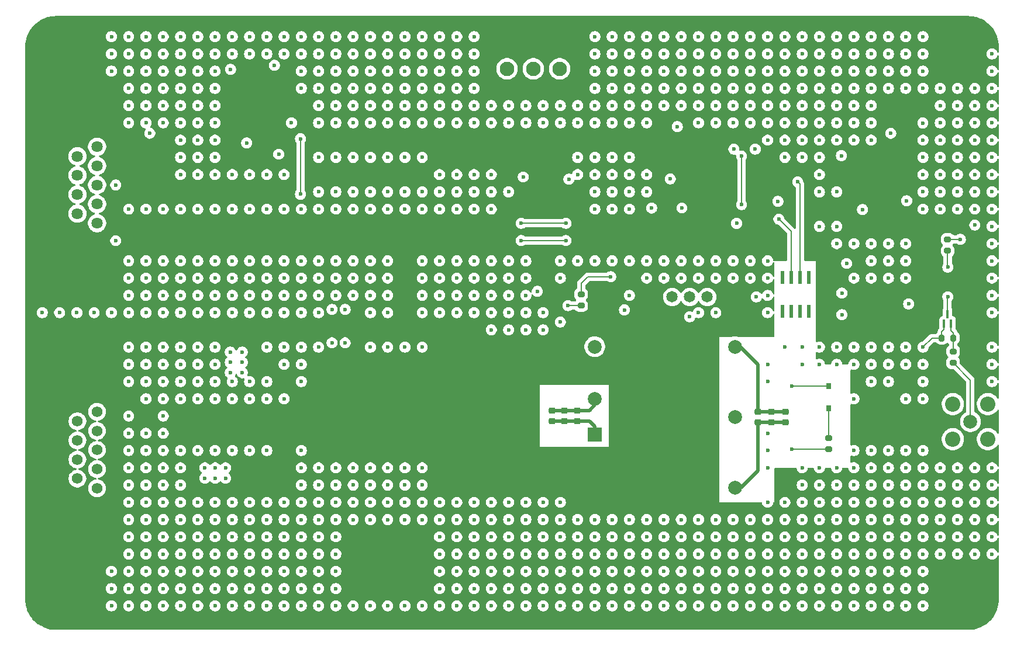
<source format=gbr>
%TF.GenerationSoftware,KiCad,Pcbnew,9.0.3*%
%TF.CreationDate,2025-09-16T13:04:12-04:00*%
%TF.ProjectId,CAEN_NEVIS_DAQ_12V,4341454e-5f4e-4455-9649-535f4441515f,rev?*%
%TF.SameCoordinates,Original*%
%TF.FileFunction,Copper,L6,Bot*%
%TF.FilePolarity,Positive*%
%FSLAX46Y46*%
G04 Gerber Fmt 4.6, Leading zero omitted, Abs format (unit mm)*
G04 Created by KiCad (PCBNEW 9.0.3) date 2025-09-16 13:04:12*
%MOMM*%
%LPD*%
G01*
G04 APERTURE LIST*
G04 Aperture macros list*
%AMRoundRect*
0 Rectangle with rounded corners*
0 $1 Rounding radius*
0 $2 $3 $4 $5 $6 $7 $8 $9 X,Y pos of 4 corners*
0 Add a 4 corners polygon primitive as box body*
4,1,4,$2,$3,$4,$5,$6,$7,$8,$9,$2,$3,0*
0 Add four circle primitives for the rounded corners*
1,1,$1+$1,$2,$3*
1,1,$1+$1,$4,$5*
1,1,$1+$1,$6,$7*
1,1,$1+$1,$8,$9*
0 Add four rect primitives between the rounded corners*
20,1,$1+$1,$2,$3,$4,$5,0*
20,1,$1+$1,$4,$5,$6,$7,0*
20,1,$1+$1,$6,$7,$8,$9,0*
20,1,$1+$1,$8,$9,$2,$3,0*%
G04 Aperture macros list end*
%TA.AperFunction,SMDPad,CuDef*%
%ADD10R,0.711200X0.914400*%
%TD*%
%TA.AperFunction,ComponentPad*%
%ADD11C,1.560000*%
%TD*%
%TA.AperFunction,ComponentPad*%
%ADD12C,4.216000*%
%TD*%
%TA.AperFunction,ComponentPad*%
%ADD13C,6.400000*%
%TD*%
%TA.AperFunction,ComponentPad*%
%ADD14C,1.650000*%
%TD*%
%TA.AperFunction,ComponentPad*%
%ADD15C,2.006600*%
%TD*%
%TA.AperFunction,ComponentPad*%
%ADD16C,2.209800*%
%TD*%
%TA.AperFunction,ComponentPad*%
%ADD17R,2.000000X2.000000*%
%TD*%
%TA.AperFunction,ComponentPad*%
%ADD18C,2.000000*%
%TD*%
%TA.AperFunction,ComponentPad*%
%ADD19C,1.635000*%
%TD*%
%TA.AperFunction,ComponentPad*%
%ADD20C,2.100000*%
%TD*%
%TA.AperFunction,SMDPad,CuDef*%
%ADD21RoundRect,0.225000X-0.250000X0.225000X-0.250000X-0.225000X0.250000X-0.225000X0.250000X0.225000X0*%
%TD*%
%TA.AperFunction,SMDPad,CuDef*%
%ADD22RoundRect,0.200000X0.200000X0.275000X-0.200000X0.275000X-0.200000X-0.275000X0.200000X-0.275000X0*%
%TD*%
%TA.AperFunction,SMDPad,CuDef*%
%ADD23RoundRect,0.200000X0.275000X-0.200000X0.275000X0.200000X-0.275000X0.200000X-0.275000X-0.200000X0*%
%TD*%
%TA.AperFunction,SMDPad,CuDef*%
%ADD24R,0.558800X1.981200*%
%TD*%
%TA.AperFunction,SMDPad,CuDef*%
%ADD25RoundRect,0.200000X-0.275000X0.200000X-0.275000X-0.200000X0.275000X-0.200000X0.275000X0.200000X0*%
%TD*%
%TA.AperFunction,SMDPad,CuDef*%
%ADD26R,0.350800X1.161200*%
%TD*%
%TA.AperFunction,ViaPad*%
%ADD27C,0.600000*%
%TD*%
%TA.AperFunction,Conductor*%
%ADD28C,0.500000*%
%TD*%
%TA.AperFunction,Conductor*%
%ADD29C,0.200000*%
%TD*%
G04 APERTURE END LIST*
D10*
%TO.P,D1,1,CATHODE*%
%TO.N,Net-(D1-CATHODE)*%
X188850000Y-96395600D03*
%TO.P,D1,2,ANODE*%
%TO.N,/P12V_RTN*%
X188850000Y-93144400D03*
%TD*%
D11*
%TO.P,J1,1*%
%TO.N,/V_SEC_RTN*%
X82920000Y-96870000D03*
%TO.P,J1,2*%
X82920000Y-99640000D03*
%TO.P,J1,3*%
%TO.N,unconnected-(J1-Pad3)*%
X82920000Y-102410000D03*
%TO.P,J1,4*%
%TO.N,/V_SEC_RTN*%
X82920000Y-105180000D03*
%TO.P,J1,5*%
X82920000Y-107950000D03*
%TO.P,J1,6*%
%TO.N,/V_SEC_IN*%
X80080000Y-98255000D03*
%TO.P,J1,7*%
X80080000Y-101025000D03*
%TO.P,J1,8*%
X80080000Y-103795000D03*
%TO.P,J1,9*%
X80080000Y-106565000D03*
D12*
%TO.P,J1,S1*%
%TO.N,GNDPWR*%
X81500000Y-89910000D03*
%TO.P,J1,S2*%
X81500000Y-114910000D03*
%TD*%
D13*
%TO.P,H4,1,1*%
%TO.N,GNDPWR*%
X207000000Y-123000000D03*
%TD*%
D14*
%TO.P,J10,1*%
%TO.N,Net-(J10-Pad1)*%
X166190000Y-80240000D03*
%TO.P,J10,2*%
%TO.N,Net-(U1-REMOTE)*%
X168730000Y-80240000D03*
%TO.P,J10,3*%
%TO.N,Net-(J10-Pad3)*%
X171270000Y-80240000D03*
%TD*%
D15*
%TO.P,J4,1,SIGNAL*%
%TO.N,/P12V_OUT_*%
X209360000Y-98310000D03*
D16*
%TO.P,J4,2,GND*%
%TO.N,/P12V_RTN*%
X211900000Y-95770000D03*
%TO.P,J4,3,GND*%
X206820000Y-95770000D03*
%TO.P,J4,4,GND*%
X206820000Y-100850000D03*
%TO.P,J4,5,GND*%
X211900000Y-100850000D03*
%TD*%
D13*
%TO.P,H3,1,1*%
%TO.N,GNDPWR*%
X79000000Y-123000000D03*
%TD*%
D17*
%TO.P,U1,1,+VIN*%
%TO.N,/Main_DCDC_Converter/V_SEC*%
X154980000Y-100150000D03*
D18*
%TO.P,U1,2,-VIN*%
%TO.N,Net-(U1--VIN)*%
X154980000Y-95050000D03*
%TO.P,U1,3,+VOUT*%
%TO.N,/P12V_OUT*%
X175280000Y-107850000D03*
%TO.P,U1,4,TRIM*%
%TO.N,/Main_DCDC_Converter/TRIM*%
X175280000Y-97650000D03*
%TO.P,U1,5,-VOUT*%
%TO.N,/P12V_RTN*%
X175280000Y-87450000D03*
%TO.P,U1,6,REMOTE*%
%TO.N,Net-(U1-REMOTE)*%
X154980000Y-87450000D03*
%TD*%
D13*
%TO.P,H1,1,1*%
%TO.N,GNDPWR*%
X79000000Y-44000000D03*
%TD*%
%TO.P,H2,1,1*%
%TO.N,GNDPWR*%
X207000000Y-44000000D03*
%TD*%
D19*
%TO.P,J2,1*%
%TO.N,/TEMP_MON*%
X82920000Y-69540000D03*
%TO.P,J2,2*%
%TO.N,/V_TELEM_RTN*%
X82920000Y-66770000D03*
%TO.P,J2,3*%
%TO.N,/P12V_I_MON*%
X82920000Y-64000000D03*
%TO.P,J2,4*%
%TO.N,/V_TELEM_RTN*%
X82920000Y-61230000D03*
%TO.P,J2,5*%
%TO.N,/ENABLE-*%
X82920000Y-58460000D03*
%TO.P,J2,6*%
%TO.N,/V_TELEM_RTN*%
X80080000Y-68155000D03*
%TO.P,J2,7*%
%TO.N,/P12V_V_MON*%
X80080000Y-65385000D03*
%TO.P,J2,8*%
%TO.N,/V_TELEM_RTN*%
X80080000Y-62615000D03*
%TO.P,J2,9*%
%TO.N,/ENABLE+*%
X80080000Y-59845000D03*
D12*
%TO.P,J2,S1*%
%TO.N,GNDPWR*%
X81500000Y-51500000D03*
%TO.P,J2,S2*%
X81500000Y-76500000D03*
%TD*%
D20*
%TO.P,J3,1*%
%TO.N,/V_TELEM_IN*%
X149890000Y-47150000D03*
%TO.P,J3,2*%
%TO.N,/V_TELEM_RTN*%
X146080000Y-47150000D03*
%TO.P,J3,3*%
%TO.N,/V_TELEM_IN*%
X142270000Y-47150000D03*
%TD*%
D21*
%TO.P,C2,1*%
%TO.N,Net-(U1--VIN)*%
X150600000Y-96685000D03*
%TO.P,C2,2*%
%TO.N,/Main_DCDC_Converter/V_SEC*%
X150600000Y-98235000D03*
%TD*%
D22*
%TO.P,R29,1*%
%TO.N,Net-(M3-Pad1)*%
X206875000Y-86180000D03*
%TO.P,R29,2*%
%TO.N,/V_SEC_RTN*%
X205225000Y-86180000D03*
%TD*%
D23*
%TO.P,R3,1*%
%TO.N,/Main_DCDC_Converter/V_SEC*%
X153000000Y-81495000D03*
%TO.P,R3,2*%
%TO.N,Net-(J10-Pad1)*%
X153000000Y-79845000D03*
%TD*%
D21*
%TO.P,C5,1*%
%TO.N,/P12V_RTN*%
X180530000Y-96895000D03*
%TO.P,C5,2*%
%TO.N,/P12V_OUT*%
X180530000Y-98445000D03*
%TD*%
D24*
%TO.P,U7,1,NC*%
%TO.N,unconnected-(U7-NC-Pad1)*%
X182135000Y-77376200D03*
%TO.P,U7,2,V+*%
%TO.N,/V_TELEM_IN*%
X183405000Y-77376200D03*
%TO.P,U7,3,V-*%
%TO.N,/Telemetry_Schematic/TEMP*%
X184675000Y-77376200D03*
%TO.P,U7,4,NC*%
%TO.N,unconnected-(U7-NC-Pad4)*%
X185945000Y-77376200D03*
%TO.P,U7,5,NC*%
%TO.N,unconnected-(U7-NC-Pad5)*%
X185945000Y-82303800D03*
%TO.P,U7,6,NC*%
%TO.N,unconnected-(U7-NC-Pad6)*%
X184675000Y-82303800D03*
%TO.P,U7,7,NC*%
%TO.N,unconnected-(U7-NC-Pad7)*%
X183405000Y-82303800D03*
%TO.P,U7,8,NC*%
%TO.N,unconnected-(U7-NC-Pad8)*%
X182135000Y-82303800D03*
%TD*%
D25*
%TO.P,R11,1*%
%TO.N,Net-(D1-CATHODE)*%
X188860000Y-100665000D03*
%TO.P,R11,2*%
%TO.N,/P12V_OUT*%
X188860000Y-102315000D03*
%TD*%
%TO.P,R27,1*%
%TO.N,/V_TELEM_IN*%
X206070000Y-71885000D03*
%TO.P,R27,2*%
%TO.N,Net-(LED1-Pad2)*%
X206070000Y-73535000D03*
%TD*%
D23*
%TO.P,R28,1*%
%TO.N,/P12V_OUT_*%
X206870000Y-89775000D03*
%TO.P,R28,2*%
%TO.N,Net-(M3-Pad1)*%
X206870000Y-88125000D03*
%TD*%
D21*
%TO.P,C1,1*%
%TO.N,Net-(U1--VIN)*%
X152400000Y-96685000D03*
%TO.P,C1,2*%
%TO.N,/Main_DCDC_Converter/V_SEC*%
X152400000Y-98235000D03*
%TD*%
%TO.P,C4,1*%
%TO.N,/P12V_RTN*%
X178580000Y-96895000D03*
%TO.P,C4,2*%
%TO.N,/P12V_OUT*%
X178580000Y-98445000D03*
%TD*%
%TO.P,C6,1*%
%TO.N,/P12V_RTN*%
X182560000Y-96875000D03*
%TO.P,C6,2*%
%TO.N,/P12V_OUT*%
X182560000Y-98425000D03*
%TD*%
%TO.P,C3,1*%
%TO.N,Net-(U1--VIN)*%
X148800000Y-96685000D03*
%TO.P,C3,2*%
%TO.N,/Main_DCDC_Converter/V_SEC*%
X148800000Y-98235000D03*
%TD*%
D26*
%TO.P,M3,1,1*%
%TO.N,Net-(M3-Pad1)*%
X206560000Y-84070000D03*
%TO.P,M3,2,2*%
%TO.N,/V_SEC_RTN*%
X205560002Y-84070000D03*
%TO.P,M3,3,3*%
%TO.N,Net-(LED1-Pad1)*%
X206060001Y-82720000D03*
%TD*%
D27*
%TO.N,/Main_DCDC_Converter/V_SEC*%
X149990000Y-83870000D03*
X151120000Y-81490000D03*
%TO.N,/P12V_OUT*%
X183520000Y-102310000D03*
%TO.N,/P12V_RTN*%
X183540000Y-93140000D03*
%TO.N,/V_SEC_RTN*%
X195000000Y-105000000D03*
X125000000Y-105000000D03*
X112500000Y-122500000D03*
X145000000Y-112500000D03*
X197500000Y-102500000D03*
X200000000Y-90000000D03*
X95000000Y-87500000D03*
X135000000Y-120000000D03*
X202500000Y-117500000D03*
X97500000Y-102500000D03*
X102500000Y-120000000D03*
X165000000Y-120000000D03*
X97500000Y-90000000D03*
X137500000Y-115000000D03*
X167500000Y-125000000D03*
X132500000Y-80000000D03*
X180000000Y-75000000D03*
X97500000Y-95000000D03*
X197500000Y-112500000D03*
X95000000Y-115000000D03*
X180000000Y-90000000D03*
X170000000Y-117500000D03*
X100000000Y-102500000D03*
X177500000Y-115000000D03*
X117500000Y-110000000D03*
X197500000Y-107500000D03*
X95000000Y-105000000D03*
X172500000Y-77500000D03*
X142500000Y-115000000D03*
X90000000Y-122500000D03*
X207500000Y-117500000D03*
X135000000Y-80000000D03*
X95000000Y-125000000D03*
X200000000Y-112500000D03*
X112500000Y-110000000D03*
X200000000Y-87500000D03*
X95000000Y-102500000D03*
X87500000Y-97500000D03*
X132500000Y-82500000D03*
X130000000Y-107500000D03*
X135000000Y-117500000D03*
X200000000Y-120000000D03*
X98527500Y-105000000D03*
X160000000Y-122500000D03*
X90000000Y-105000000D03*
X110000000Y-90000000D03*
X182500000Y-87500000D03*
X118830000Y-86880000D03*
X127500000Y-105000000D03*
X105000000Y-125000000D03*
X147500000Y-117500000D03*
X170000000Y-120000000D03*
X155000000Y-122500000D03*
X182500000Y-112500000D03*
X97500000Y-117500000D03*
X87500000Y-102500000D03*
X185000000Y-115000000D03*
X180000000Y-110000000D03*
X202500000Y-110000000D03*
X117500000Y-122500000D03*
X142500000Y-85000000D03*
X87500000Y-112500000D03*
X207500000Y-115000000D03*
X190000000Y-110000000D03*
X180000000Y-80000000D03*
X205000000Y-107500000D03*
X202500000Y-125000000D03*
X120000000Y-112500000D03*
X200000000Y-95000000D03*
X212500000Y-107500000D03*
X192500000Y-115000000D03*
X185000000Y-105000000D03*
X92500000Y-105000000D03*
X185000000Y-90000000D03*
X90000000Y-125000000D03*
X165000000Y-115000000D03*
X107500000Y-87500000D03*
X112500000Y-107500000D03*
X175000000Y-112500000D03*
X197500000Y-125000000D03*
X170000000Y-75000000D03*
X170000000Y-115000000D03*
X175000000Y-117500000D03*
X115000000Y-112500000D03*
X165000000Y-77500000D03*
X95000000Y-110000000D03*
X212500000Y-110000000D03*
X177500000Y-77500000D03*
X120000000Y-107500000D03*
X140000000Y-115000000D03*
X160000000Y-112500000D03*
X195000000Y-92500000D03*
X202500000Y-112500000D03*
X107500000Y-102500000D03*
X210000000Y-105000000D03*
X190000000Y-120000000D03*
X107500000Y-95000000D03*
X147500000Y-110000000D03*
X140000000Y-122500000D03*
X127500000Y-125000000D03*
X115000000Y-122500000D03*
X190000000Y-125000000D03*
X87500000Y-110000000D03*
X210000000Y-110000000D03*
X147500000Y-125000000D03*
X137500000Y-120000000D03*
X112500000Y-125000000D03*
X103950000Y-91210000D03*
X135000000Y-82500000D03*
X112500000Y-112500000D03*
X105000000Y-92500000D03*
X195000000Y-90000000D03*
X195000000Y-102500000D03*
X102500000Y-125000000D03*
X132500000Y-122500000D03*
X90000000Y-90000000D03*
X145000000Y-77500000D03*
X95000000Y-120000000D03*
X145000000Y-120000000D03*
X85000000Y-120000000D03*
X132500000Y-117500000D03*
X105000000Y-112500000D03*
X150000000Y-77500000D03*
X140000000Y-80000000D03*
X92500000Y-117500000D03*
X110000000Y-120000000D03*
X142500000Y-112500000D03*
X180000000Y-92500000D03*
X150000000Y-125000000D03*
X180000000Y-77500000D03*
X107500000Y-122500000D03*
X107500000Y-110000000D03*
X190000000Y-107500000D03*
X137500000Y-122500000D03*
X200000000Y-117500000D03*
X142500000Y-117500000D03*
X192500000Y-95000000D03*
X197500000Y-117500000D03*
X117500000Y-117500000D03*
X155000000Y-115000000D03*
X145000000Y-75000000D03*
X207500000Y-105000000D03*
X150000000Y-75000000D03*
X92500000Y-102500000D03*
X152500000Y-125000000D03*
X152500000Y-120000000D03*
X182500000Y-110000000D03*
X140000000Y-85000000D03*
X115000000Y-115000000D03*
X172500000Y-122500000D03*
X95000000Y-112500000D03*
X145000000Y-85000000D03*
X120000000Y-105000000D03*
X102500000Y-102500000D03*
X100000000Y-90000000D03*
X87500000Y-115000000D03*
X177500000Y-125000000D03*
X103950000Y-89710000D03*
X135000000Y-112500000D03*
X192500000Y-87500000D03*
X172500000Y-115000000D03*
X95000000Y-90000000D03*
X192500000Y-120000000D03*
X102200000Y-88210000D03*
X192500000Y-122500000D03*
X175000000Y-122500000D03*
X195000000Y-125000000D03*
X100027500Y-106500000D03*
X147500000Y-122500000D03*
X190000000Y-115000000D03*
X87500000Y-90000000D03*
X105000000Y-110000000D03*
X147500000Y-82500000D03*
X145000000Y-110000000D03*
X100000000Y-112500000D03*
X115000000Y-105000000D03*
X142500000Y-125000000D03*
X105000000Y-117500000D03*
X122500000Y-107500000D03*
X142500000Y-122500000D03*
X197500000Y-90000000D03*
X122500000Y-110000000D03*
X187500000Y-105000000D03*
X145000000Y-125000000D03*
X162500000Y-75000000D03*
X117500000Y-105000000D03*
X210000000Y-112500000D03*
X205000000Y-105000000D03*
X182500000Y-122500000D03*
X185000000Y-112500000D03*
X95000000Y-117500000D03*
X210000000Y-115000000D03*
X170000000Y-77500000D03*
X147500000Y-112500000D03*
X150000000Y-120000000D03*
X202500000Y-102500000D03*
X165000000Y-117500000D03*
X87500000Y-105000000D03*
X142500000Y-75000000D03*
X117500000Y-125000000D03*
X101527500Y-105000000D03*
X110000000Y-110000000D03*
X147500000Y-120000000D03*
X92500000Y-107500000D03*
X187500000Y-120000000D03*
X212500000Y-105000000D03*
X110000000Y-87500000D03*
X180000000Y-102500000D03*
X170000000Y-122500000D03*
X102500000Y-110000000D03*
X187500000Y-125000000D03*
X92500000Y-92500000D03*
X187500000Y-117500000D03*
X135000000Y-122500000D03*
X105000000Y-95000000D03*
X180000000Y-117500000D03*
X125000000Y-110000000D03*
X100000000Y-120000000D03*
X115000000Y-107500000D03*
X175000000Y-120000000D03*
X90000000Y-92500000D03*
X130000000Y-77500000D03*
X85000000Y-122500000D03*
X202500000Y-92500000D03*
X167500000Y-112500000D03*
X177500000Y-75000000D03*
X182500000Y-117500000D03*
X97500000Y-125000000D03*
X95000000Y-92500000D03*
X112500000Y-115000000D03*
X182500000Y-115000000D03*
X192500000Y-117500000D03*
X140000000Y-112500000D03*
X90000000Y-120000000D03*
X197500000Y-87500000D03*
X130000000Y-87500000D03*
X137500000Y-125000000D03*
X192500000Y-90000000D03*
X192500000Y-107500000D03*
X160000000Y-120000000D03*
X140000000Y-125000000D03*
X160000000Y-80000000D03*
X87500000Y-122500000D03*
X87500000Y-117500000D03*
X92500000Y-97500000D03*
X140000000Y-117500000D03*
X147500000Y-85000000D03*
X192500000Y-105000000D03*
X102200000Y-89710000D03*
X155000000Y-120000000D03*
X202500000Y-120000000D03*
X100000000Y-110000000D03*
X87500000Y-92500000D03*
X167500000Y-75000000D03*
X187500000Y-110000000D03*
X105000000Y-120000000D03*
X127500000Y-110000000D03*
X152500000Y-115000000D03*
X172500000Y-125000000D03*
X132500000Y-110000000D03*
X97500000Y-110000000D03*
X175000000Y-115000000D03*
X100000000Y-125000000D03*
X212500000Y-90000000D03*
X92500000Y-112500000D03*
X92500000Y-100000000D03*
X200000000Y-110000000D03*
X140000000Y-120000000D03*
X97500000Y-87500000D03*
X152500000Y-122500000D03*
X115000000Y-110000000D03*
X177500000Y-117500000D03*
X87500000Y-87500000D03*
X87500000Y-120000000D03*
X122500000Y-125000000D03*
X122500000Y-105000000D03*
X112500000Y-90000000D03*
X167500000Y-77500000D03*
X185000000Y-110000000D03*
X180000000Y-112500000D03*
X125000000Y-112500000D03*
X170000000Y-112500000D03*
X160000000Y-125000000D03*
X157500000Y-117500000D03*
X155000000Y-75000000D03*
X192500000Y-125000000D03*
X175000000Y-75000000D03*
X185000000Y-107500000D03*
X172500000Y-117500000D03*
X160000000Y-75000000D03*
X90000000Y-102500000D03*
X127500000Y-112500000D03*
X210000000Y-107500000D03*
X130000000Y-112500000D03*
X162500000Y-125000000D03*
X157500000Y-75000000D03*
X155000000Y-117500000D03*
X200000000Y-107500000D03*
X100000000Y-117500000D03*
X165000000Y-112500000D03*
X182500000Y-125000000D03*
X122500000Y-112500000D03*
X102500000Y-122500000D03*
X142500000Y-77500000D03*
X137500000Y-117500000D03*
X125000000Y-87500000D03*
X90000000Y-117500000D03*
X205000000Y-112500000D03*
X101527500Y-106500000D03*
X170000000Y-82500000D03*
X140000000Y-77500000D03*
X165000000Y-75000000D03*
X172500000Y-75000000D03*
X110000000Y-95000000D03*
X190000000Y-122500000D03*
X92500000Y-110000000D03*
X152500000Y-75000000D03*
X202500000Y-115000000D03*
X202500000Y-90000000D03*
X92500000Y-125000000D03*
X115000000Y-87500000D03*
X157500000Y-125000000D03*
X159260000Y-82110000D03*
X160000000Y-115000000D03*
X98527500Y-106500000D03*
X167500000Y-122500000D03*
X207500000Y-112500000D03*
X107500000Y-120000000D03*
X180000000Y-120000000D03*
X132500000Y-115000000D03*
X130000000Y-125000000D03*
X127500000Y-107500000D03*
X122500000Y-87500000D03*
X185000000Y-117500000D03*
X100027500Y-105000000D03*
X202500000Y-87500000D03*
X135000000Y-110000000D03*
X190000000Y-90000000D03*
X187500000Y-112500000D03*
X117500000Y-115000000D03*
X180000000Y-115000000D03*
X165000000Y-122500000D03*
X87500000Y-100000000D03*
X155000000Y-112500000D03*
X100000000Y-95000000D03*
X190000000Y-105000000D03*
X145000000Y-117500000D03*
X105000000Y-115000000D03*
X125000000Y-107500000D03*
X192500000Y-112500000D03*
X195000000Y-112500000D03*
X177500000Y-120000000D03*
X197500000Y-105000000D03*
X175000000Y-125000000D03*
X142500000Y-120000000D03*
X92500000Y-87500000D03*
X130000000Y-105000000D03*
X97500000Y-122500000D03*
X172500000Y-112500000D03*
X117500000Y-120000000D03*
X150000000Y-112500000D03*
X212500000Y-117500000D03*
X97500000Y-112500000D03*
X155000000Y-125000000D03*
X132500000Y-120000000D03*
X152500000Y-112500000D03*
X135000000Y-75000000D03*
X195000000Y-115000000D03*
X157500000Y-122500000D03*
X132500000Y-125000000D03*
X100000000Y-87500000D03*
X110000000Y-112500000D03*
X180000000Y-122500000D03*
X95000000Y-107500000D03*
X110000000Y-122500000D03*
X102500000Y-117500000D03*
X190000000Y-87500000D03*
X157500000Y-112500000D03*
X195000000Y-87500000D03*
X110000000Y-117500000D03*
X172500000Y-120000000D03*
X112500000Y-117500000D03*
X115000000Y-120000000D03*
X170000000Y-125000000D03*
X185000000Y-122500000D03*
X102500000Y-112500000D03*
X200000000Y-102500000D03*
X197500000Y-120000000D03*
X145000000Y-80000000D03*
X187500000Y-90000000D03*
X102500000Y-115000000D03*
X172500000Y-82500000D03*
X103950000Y-88210000D03*
X100000000Y-115000000D03*
X140000000Y-110000000D03*
X190000000Y-112500000D03*
X180000000Y-105000000D03*
X87500000Y-107500000D03*
X130000000Y-110000000D03*
X200000000Y-115000000D03*
X97500000Y-120000000D03*
X107500000Y-92500000D03*
X117500000Y-112500000D03*
X137500000Y-110000000D03*
X205000000Y-110000000D03*
X112500000Y-105000000D03*
X200000000Y-125000000D03*
X107500000Y-112500000D03*
X100000000Y-122500000D03*
X117500000Y-107500000D03*
X162500000Y-112500000D03*
X160000000Y-117500000D03*
X135000000Y-115000000D03*
X95000000Y-122500000D03*
X205000000Y-117500000D03*
X195000000Y-107500000D03*
X102500000Y-92500000D03*
X190000000Y-117500000D03*
X212500000Y-112500000D03*
X145000000Y-122500000D03*
X210000000Y-117500000D03*
X175000000Y-77500000D03*
X197500000Y-110000000D03*
X146670000Y-79410000D03*
X127500000Y-87500000D03*
X102200000Y-91210000D03*
X212500000Y-87500000D03*
X97500000Y-92500000D03*
X110000000Y-125000000D03*
X92500000Y-120000000D03*
X187500000Y-115000000D03*
X92500000Y-95000000D03*
X145000000Y-115000000D03*
X202500000Y-107500000D03*
X200000000Y-122500000D03*
X202500000Y-95000000D03*
X90000000Y-107500000D03*
X116930000Y-86880000D03*
X197500000Y-92500000D03*
X162500000Y-117500000D03*
X112500000Y-102500000D03*
X105000000Y-102500000D03*
X207500000Y-110000000D03*
X150000000Y-110000000D03*
X90000000Y-112500000D03*
X137500000Y-82500000D03*
X142500000Y-110000000D03*
X177500000Y-122500000D03*
X162500000Y-77500000D03*
X112500000Y-87500000D03*
X157500000Y-115000000D03*
X212500000Y-115000000D03*
X137500000Y-80000000D03*
X205000000Y-115000000D03*
X137500000Y-112500000D03*
X130000000Y-82500000D03*
X132500000Y-112500000D03*
X92500000Y-90000000D03*
X212500000Y-92500000D03*
X130000000Y-75000000D03*
X180000000Y-82500000D03*
X107500000Y-125000000D03*
X90000000Y-95000000D03*
X90000000Y-115000000D03*
X112500000Y-92500000D03*
X195000000Y-120000000D03*
X182500000Y-120000000D03*
X150000000Y-115000000D03*
X162500000Y-120000000D03*
X185000000Y-120000000D03*
X135000000Y-125000000D03*
X202500000Y-122500000D03*
X107500000Y-117500000D03*
X97500000Y-115000000D03*
X197500000Y-115000000D03*
X130000000Y-80000000D03*
X115000000Y-125000000D03*
X100000000Y-92500000D03*
X120000000Y-110000000D03*
X142500000Y-80000000D03*
X115000000Y-117500000D03*
X162500000Y-122500000D03*
X125000000Y-125000000D03*
X90000000Y-87500000D03*
X120000000Y-125000000D03*
X207500000Y-107500000D03*
X187500000Y-87500000D03*
X180000000Y-125000000D03*
X145000000Y-82500000D03*
X110000000Y-115000000D03*
X180000000Y-100000000D03*
X167500000Y-120000000D03*
X132500000Y-75000000D03*
X192500000Y-102500000D03*
X165000000Y-125000000D03*
X140000000Y-82500000D03*
X195000000Y-110000000D03*
X92500000Y-122500000D03*
X92500000Y-115000000D03*
X90000000Y-100000000D03*
X112500000Y-120000000D03*
X137500000Y-75000000D03*
X150000000Y-122500000D03*
X187500000Y-122500000D03*
X187500000Y-107500000D03*
X135000000Y-77500000D03*
X90000000Y-110000000D03*
X162500000Y-115000000D03*
X185000000Y-87500000D03*
X197500000Y-122500000D03*
X107500000Y-115000000D03*
X195000000Y-117500000D03*
X137500000Y-77500000D03*
X102500000Y-95000000D03*
X105000000Y-122500000D03*
X178380000Y-80220000D03*
X167500000Y-117500000D03*
X167500000Y-115000000D03*
X87500000Y-125000000D03*
X185000000Y-125000000D03*
X202500000Y-105000000D03*
X140000000Y-75000000D03*
X150000000Y-117500000D03*
X147500000Y-115000000D03*
X157500000Y-120000000D03*
X177500000Y-112500000D03*
X132500000Y-77500000D03*
X200000000Y-105000000D03*
X85000000Y-125000000D03*
X152500000Y-117500000D03*
X142500000Y-82500000D03*
X192500000Y-110000000D03*
X95000000Y-95000000D03*
X195000000Y-122500000D03*
%TO.N,GNDPWR*%
X175355000Y-83250000D03*
%TO.N,/V_TELEM_RTN*%
X116930000Y-82030000D03*
X115000000Y-77500000D03*
X160000000Y-65000000D03*
X145000000Y-52500000D03*
X180000000Y-52500000D03*
X87500000Y-52500000D03*
X95000000Y-82500000D03*
X92500000Y-80000000D03*
X87500000Y-45000000D03*
X212500000Y-82500000D03*
X202500000Y-50000000D03*
X137500000Y-55000000D03*
X192500000Y-50000000D03*
X175000000Y-50000000D03*
X90000000Y-42500000D03*
X155000000Y-45000000D03*
X157500000Y-55000000D03*
X112500000Y-42500000D03*
X132500000Y-47500000D03*
X105000000Y-62500000D03*
X190000000Y-50000000D03*
X187500000Y-50000000D03*
X125000000Y-45000000D03*
X207500000Y-52500000D03*
X130000000Y-60000000D03*
X120000000Y-52500000D03*
X122500000Y-75000000D03*
X95000000Y-75000000D03*
X180000000Y-55000000D03*
X110000000Y-67500000D03*
X202500000Y-42500000D03*
X162500000Y-47500000D03*
X212500000Y-47500000D03*
X202471400Y-55012500D03*
X137500000Y-62500000D03*
X185000000Y-50000000D03*
X137500000Y-65000000D03*
X167500000Y-47500000D03*
X100000000Y-50000000D03*
X135000000Y-47500000D03*
X105000000Y-82500000D03*
X207500000Y-60000000D03*
X200000000Y-77500000D03*
X147500000Y-52500000D03*
X155000000Y-47500000D03*
X165906200Y-63115000D03*
X122500000Y-82500000D03*
X195000000Y-52500000D03*
X118840000Y-82040000D03*
X100000000Y-67500000D03*
X167500000Y-42500000D03*
X125000000Y-52500000D03*
X157500000Y-52500000D03*
X117500000Y-65000000D03*
X212500000Y-67500000D03*
X175000000Y-52500000D03*
X210000000Y-65000000D03*
X120000000Y-67500000D03*
X205000000Y-50000000D03*
X197500000Y-42500000D03*
X160000000Y-42500000D03*
X197500000Y-47500000D03*
X100000000Y-62500000D03*
X127500000Y-55000000D03*
X97500000Y-75000000D03*
X140000000Y-67500000D03*
X205000000Y-65000000D03*
X102500000Y-77500000D03*
X166926200Y-55545000D03*
X90000000Y-75000000D03*
X87500000Y-67500000D03*
X117500000Y-50000000D03*
X90000000Y-80000000D03*
X200420000Y-81240000D03*
X191450000Y-75370000D03*
X212500000Y-77500000D03*
X137500000Y-50000000D03*
X95000000Y-67500000D03*
X160000000Y-60000000D03*
X200000000Y-75000000D03*
X187500000Y-60000000D03*
X170000000Y-45000000D03*
X197500000Y-77500000D03*
X80000000Y-82500000D03*
X115000000Y-65000000D03*
X162500000Y-42500000D03*
X210000000Y-62500000D03*
X205000000Y-67500000D03*
X192500000Y-47500000D03*
X187500000Y-62500000D03*
X117500000Y-80000000D03*
X110000000Y-75000000D03*
X190000000Y-52500000D03*
X205000000Y-55000000D03*
X192500000Y-72500000D03*
X155000000Y-62500000D03*
X110000000Y-45000000D03*
X178210000Y-58800000D03*
X155000000Y-52500000D03*
X102500000Y-82500000D03*
X182500000Y-42500000D03*
X182500000Y-45000000D03*
X177500000Y-47500000D03*
X97500000Y-60000000D03*
X157500000Y-60000000D03*
X122500000Y-55000000D03*
X207500000Y-57500000D03*
X127500000Y-45000000D03*
X210000000Y-52500000D03*
X190000000Y-57500000D03*
X212500000Y-65000000D03*
X135000000Y-45000000D03*
X120000000Y-45000000D03*
X145000000Y-55000000D03*
X205000000Y-60000000D03*
X135000000Y-50000000D03*
X112500000Y-50000000D03*
X120000000Y-50000000D03*
X135000000Y-67500000D03*
X95000000Y-57500000D03*
X162500000Y-62500000D03*
X167500000Y-45000000D03*
X182500000Y-52500000D03*
X120000000Y-47500000D03*
X197500000Y-50000000D03*
X97500000Y-47500000D03*
X115000000Y-45000000D03*
X200000000Y-42500000D03*
X185000000Y-60000000D03*
X210000000Y-67500000D03*
X190000000Y-47500000D03*
X125000000Y-55000000D03*
X165000000Y-47500000D03*
X112500000Y-77500000D03*
X165000000Y-45000000D03*
X95000000Y-55000000D03*
X110000000Y-82500000D03*
X172500000Y-50000000D03*
X190000000Y-72500000D03*
X182500000Y-50000000D03*
X187500000Y-65000000D03*
X92500000Y-67500000D03*
X85000000Y-42500000D03*
X95000000Y-52500000D03*
X85000000Y-82500000D03*
X160000000Y-62500000D03*
X90000000Y-55000000D03*
X102500000Y-80000000D03*
X175000000Y-45000000D03*
X142500000Y-52500000D03*
X112500000Y-45000000D03*
X207500000Y-65000000D03*
X100000000Y-60000000D03*
X152500000Y-55000000D03*
X130000000Y-45000000D03*
X175000000Y-42500000D03*
X105000000Y-45000000D03*
X97500000Y-50000000D03*
X97500000Y-77500000D03*
X140000000Y-52500000D03*
X212500000Y-72500000D03*
X107500000Y-75000000D03*
X182500000Y-57500000D03*
X82500000Y-82500000D03*
X135000000Y-42500000D03*
X181490000Y-66370000D03*
X115000000Y-75000000D03*
X180000000Y-47500000D03*
X125000000Y-47500000D03*
X100000000Y-42500000D03*
X87500000Y-50000000D03*
X120000000Y-55000000D03*
X115000000Y-50000000D03*
X130000000Y-67500000D03*
X92500000Y-47500000D03*
X165000000Y-50000000D03*
X125000000Y-77500000D03*
X100000000Y-52500000D03*
X192500000Y-77500000D03*
X200000000Y-45000000D03*
X190000000Y-55000000D03*
X160000000Y-55000000D03*
X190750000Y-82800000D03*
X195000000Y-45000000D03*
X132500000Y-62500000D03*
X95000000Y-62500000D03*
X205000000Y-57500000D03*
X100000000Y-45000000D03*
X87500000Y-80000000D03*
X212500000Y-75000000D03*
X165000000Y-42500000D03*
X157500000Y-67500000D03*
X157500000Y-65000000D03*
X180000000Y-45000000D03*
X130000000Y-42500000D03*
X202500000Y-47500000D03*
X185000000Y-47500000D03*
X112500000Y-75000000D03*
X97500000Y-82500000D03*
X155000000Y-50000000D03*
X195000000Y-42500000D03*
X102500000Y-45000000D03*
X130000000Y-50000000D03*
X122500000Y-67500000D03*
X97500000Y-55000000D03*
X205000000Y-52500000D03*
X212500000Y-45000000D03*
X182500000Y-55000000D03*
X92500000Y-52500000D03*
X142500000Y-65000000D03*
X117500000Y-67500000D03*
X202500000Y-57500000D03*
X185000000Y-45000000D03*
X170000000Y-47500000D03*
X75000000Y-82500000D03*
X172500000Y-52500000D03*
X117500000Y-60000000D03*
X110000000Y-62500000D03*
X135000000Y-52500000D03*
X195000000Y-72500000D03*
X90000000Y-45000000D03*
X117500000Y-75000000D03*
X100000000Y-75000000D03*
X92500000Y-42500000D03*
X160000000Y-52500000D03*
X122500000Y-65000000D03*
X187500000Y-45000000D03*
X111068500Y-55000000D03*
X140000000Y-62500000D03*
X122500000Y-45000000D03*
X127500000Y-65000000D03*
X122500000Y-42500000D03*
X207500000Y-62500000D03*
X155000000Y-42500000D03*
X167500000Y-52500000D03*
X212500000Y-52500000D03*
X197500000Y-75000000D03*
X100000000Y-80000000D03*
X177500000Y-45000000D03*
X125000000Y-80000000D03*
X97500000Y-67500000D03*
X157500000Y-47500000D03*
X100000000Y-77500000D03*
X112500000Y-67500000D03*
X110000000Y-80000000D03*
X177500000Y-55000000D03*
X197500000Y-45000000D03*
X107500000Y-62500000D03*
X102500000Y-67500000D03*
X87500000Y-47500000D03*
X210000000Y-50000000D03*
X170000000Y-52500000D03*
X117500000Y-47500000D03*
X187500000Y-55000000D03*
X132500000Y-65000000D03*
X170000000Y-50000000D03*
X165000000Y-52500000D03*
X195000000Y-47500000D03*
X100000000Y-82500000D03*
X77500000Y-82500000D03*
X122500000Y-60000000D03*
X110000000Y-77500000D03*
X92500000Y-55000000D03*
X100000000Y-47500000D03*
X115000000Y-42500000D03*
X210000000Y-55000000D03*
X127500000Y-52500000D03*
X95000000Y-50000000D03*
X212500000Y-57500000D03*
X167500000Y-50000000D03*
X125000000Y-75000000D03*
X172500000Y-45000000D03*
X135000000Y-55000000D03*
X135000000Y-65000000D03*
X132500000Y-52500000D03*
X95000000Y-42500000D03*
X107500000Y-82500000D03*
X95000000Y-45000000D03*
X87500000Y-55000000D03*
X193731400Y-67562500D03*
X192500000Y-45000000D03*
X117500000Y-45000000D03*
X122500000Y-80000000D03*
X125000000Y-67500000D03*
X127500000Y-50000000D03*
X155000000Y-55000000D03*
X155000000Y-65000000D03*
X115000000Y-47500000D03*
X212500000Y-55000000D03*
X170000000Y-55000000D03*
X144620000Y-62840000D03*
X107500000Y-80000000D03*
X115000000Y-55000000D03*
X160000000Y-47500000D03*
X212500000Y-60000000D03*
X105000000Y-67500000D03*
X105000000Y-77500000D03*
X117500000Y-55000000D03*
X162500000Y-50000000D03*
X212500000Y-50000000D03*
X109220000Y-59540000D03*
X102500000Y-42500000D03*
X125000000Y-82500000D03*
X87500000Y-75000000D03*
X207500000Y-67500000D03*
X107500000Y-67500000D03*
X122500000Y-47500000D03*
X95000000Y-80000000D03*
X162500000Y-52500000D03*
X185000000Y-57500000D03*
X212500000Y-70000000D03*
X200000000Y-50000000D03*
X115000000Y-82500000D03*
X137500000Y-52500000D03*
X125000000Y-50000000D03*
X97500000Y-42500000D03*
X172500000Y-42500000D03*
X192500000Y-55000000D03*
X115000000Y-60000000D03*
X120000000Y-75000000D03*
X152500000Y-62500000D03*
X102500000Y-75000000D03*
X195000000Y-75000000D03*
X187500000Y-70000000D03*
X92500000Y-50000000D03*
X202500000Y-65000000D03*
X177500000Y-50000000D03*
X95000000Y-77500000D03*
X180000000Y-42500000D03*
X90000000Y-52500000D03*
X175000000Y-55000000D03*
X192500000Y-52500000D03*
X157500000Y-45000000D03*
X125000000Y-65000000D03*
X90000000Y-82500000D03*
X117500000Y-42500000D03*
X130000000Y-55000000D03*
X115000000Y-80000000D03*
X132500000Y-45000000D03*
X170000000Y-42500000D03*
X192500000Y-57500000D03*
X92500000Y-77500000D03*
X212500000Y-80000000D03*
X125000000Y-42500000D03*
X192500000Y-42500000D03*
X187500000Y-42500000D03*
X187500000Y-47500000D03*
X190671400Y-59752500D03*
X127500000Y-42500000D03*
X90000000Y-77500000D03*
X105000000Y-80000000D03*
X97500000Y-80000000D03*
X162500000Y-55000000D03*
X187500000Y-52500000D03*
X157500000Y-42500000D03*
X132500000Y-42500000D03*
X95000000Y-60000000D03*
X132500000Y-55000000D03*
X90550000Y-56500000D03*
X162500000Y-45000000D03*
X150000000Y-55000000D03*
X162500000Y-65000000D03*
X155000000Y-60000000D03*
X163210000Y-67340000D03*
X190000000Y-45000000D03*
X200000000Y-72500000D03*
X190000000Y-42500000D03*
X102500000Y-62500000D03*
X190000000Y-65000000D03*
X107500000Y-45000000D03*
X130000000Y-52500000D03*
X212500000Y-62500000D03*
X120000000Y-42500000D03*
X195000000Y-77500000D03*
X185000000Y-52500000D03*
X172500000Y-47500000D03*
X177500000Y-52500000D03*
X157500000Y-62500000D03*
X97500000Y-62500000D03*
X207500000Y-55000000D03*
X127500000Y-67500000D03*
X195000000Y-55000000D03*
X180000000Y-57500000D03*
X177500000Y-42500000D03*
X137500000Y-42500000D03*
X120000000Y-60000000D03*
X130000000Y-65000000D03*
X137500000Y-45000000D03*
X185000000Y-55000000D03*
X157500000Y-50000000D03*
X85000000Y-45000000D03*
X155000000Y-67500000D03*
X142500000Y-55000000D03*
X182500000Y-60000000D03*
X202500000Y-67500000D03*
X92500000Y-82500000D03*
X187500000Y-57500000D03*
X97500000Y-52500000D03*
X132500000Y-67500000D03*
X160000000Y-45000000D03*
X122500000Y-52500000D03*
X210000000Y-57500000D03*
X175510000Y-69570000D03*
X105000000Y-75000000D03*
X152500000Y-52500000D03*
X207500000Y-50000000D03*
X210000000Y-60000000D03*
X150000000Y-52500000D03*
X160000000Y-50000000D03*
X97500000Y-45000000D03*
X92500000Y-75000000D03*
X107500000Y-77500000D03*
X190000000Y-70000000D03*
X107500000Y-42500000D03*
X200000000Y-47500000D03*
X140000000Y-65000000D03*
X115000000Y-52500000D03*
X132500000Y-50000000D03*
X202500000Y-62500000D03*
X172500000Y-55000000D03*
X137500000Y-67500000D03*
X130000000Y-47500000D03*
X202500000Y-60000000D03*
X197500000Y-72500000D03*
X195000000Y-50000000D03*
X105000000Y-42500000D03*
X90000000Y-50000000D03*
X117500000Y-77500000D03*
X92500000Y-45000000D03*
X120000000Y-80000000D03*
X185000000Y-42500000D03*
X127500000Y-47500000D03*
X140000000Y-55000000D03*
X180000000Y-50000000D03*
X112500000Y-82500000D03*
X120000000Y-77500000D03*
X137500000Y-47500000D03*
X108598500Y-46660000D03*
X112500000Y-47500000D03*
X182500000Y-47500000D03*
X195000000Y-57500000D03*
X90000000Y-47500000D03*
X100000000Y-55000000D03*
X122500000Y-77500000D03*
X87500000Y-77500000D03*
X120000000Y-65000000D03*
X202500000Y-45000000D03*
X147500000Y-55000000D03*
X115000000Y-67500000D03*
X127500000Y-60000000D03*
X85000000Y-47500000D03*
X135000000Y-62500000D03*
X205000000Y-62500000D03*
X87500000Y-42500000D03*
X112500000Y-80000000D03*
X90000000Y-67500000D03*
X100000000Y-57500000D03*
X87500000Y-82500000D03*
X175000000Y-47500000D03*
X95000000Y-47500000D03*
X117500000Y-52500000D03*
X160000000Y-67500000D03*
X122500000Y-50000000D03*
X125000000Y-60000000D03*
X97500000Y-57500000D03*
X152500000Y-60000000D03*
X110000000Y-42500000D03*
%TO.N,/V_TELEM_IN*%
X151230000Y-63170000D03*
X207910000Y-71880000D03*
X102248500Y-47230000D03*
X200141400Y-66290000D03*
X181640000Y-68960000D03*
%TO.N,/Enable_Block/3p3V*%
X104588500Y-57910000D03*
%TO.N,/Telemetry_Schematic/3p3V*%
X197830000Y-56502500D03*
X190750000Y-79680000D03*
X175120000Y-58810000D03*
%TO.N,Net-(U6B-B_OUT)*%
X176230000Y-59830000D03*
X176230000Y-66850000D03*
%TO.N,/P12V_OUT_*%
X210000000Y-69810000D03*
X167590000Y-67330000D03*
%TO.N,Net-(J10-Pad1)*%
X157290000Y-77300000D03*
%TO.N,Net-(U1-REMOTE)*%
X168720000Y-83110000D03*
%TO.N,/P12V_I_MON*%
X150790000Y-72060000D03*
X85630000Y-64000000D03*
X144320000Y-72060000D03*
X85630000Y-72070000D03*
%TO.N,/P12V_V_MON*%
X112370000Y-65340000D03*
X112370000Y-57300000D03*
%TO.N,/Telemetry_Schematic/TEMP*%
X184354579Y-63542511D03*
%TO.N,/TEMP_MON*%
X150820000Y-69550000D03*
X144340000Y-69560000D03*
%TO.N,Net-(LED1-Pad2)*%
X206100000Y-75910000D03*
%TO.N,Net-(LED1-Pad1)*%
X206100000Y-80200000D03*
%TD*%
D28*
%TO.N,/Main_DCDC_Converter/V_SEC*%
X150600000Y-98235000D02*
X148800000Y-98235000D01*
X154980000Y-99000000D02*
X154980000Y-100150000D01*
D29*
X151120000Y-81490000D02*
X152995000Y-81490000D01*
D28*
X154215000Y-98235000D02*
X154980000Y-99000000D01*
X152400000Y-98235000D02*
X154215000Y-98235000D01*
D29*
X152995000Y-81490000D02*
X153000000Y-81495000D01*
D28*
X152400000Y-98235000D02*
X150600000Y-98235000D01*
%TO.N,Net-(U1--VIN)*%
X152400000Y-96685000D02*
X150600000Y-96685000D01*
X152400000Y-96685000D02*
X154175000Y-96685000D01*
X154980000Y-95880000D02*
X154980000Y-95050000D01*
X150600000Y-96685000D02*
X148800000Y-96685000D01*
X154175000Y-96685000D02*
X154980000Y-95880000D01*
%TO.N,/P12V_OUT*%
X178580000Y-98445000D02*
X178580000Y-105420000D01*
D29*
X176150000Y-107850000D02*
X175280000Y-107850000D01*
D28*
X182540000Y-98445000D02*
X182560000Y-98425000D01*
X178580000Y-98445000D02*
X182540000Y-98445000D01*
X178580000Y-105420000D02*
X176150000Y-107850000D01*
D29*
X188860000Y-102315000D02*
X183525000Y-102315000D01*
X183525000Y-102315000D02*
X183520000Y-102310000D01*
%TO.N,/P12V_RTN*%
X188850000Y-93144400D02*
X183544400Y-93144400D01*
X183544400Y-93144400D02*
X183540000Y-93140000D01*
D28*
X182540000Y-96895000D02*
X182560000Y-96875000D01*
D29*
X176050000Y-87450000D02*
X175280000Y-87450000D01*
D28*
X178580000Y-96895000D02*
X182540000Y-96895000D01*
X178580000Y-96895000D02*
X178580000Y-89980000D01*
X178580000Y-89980000D02*
X176050000Y-87450000D01*
D29*
%TO.N,/V_SEC_RTN*%
X203820000Y-86180000D02*
X202500000Y-87500000D01*
X205225000Y-86180000D02*
X205225000Y-85265000D01*
X205225000Y-85265000D02*
X205560002Y-84929998D01*
X205225000Y-86180000D02*
X203820000Y-86180000D01*
X205560002Y-84929998D02*
X205560002Y-84070000D01*
%TO.N,/V_TELEM_IN*%
X206070000Y-71885000D02*
X207905000Y-71885000D01*
X183405000Y-77376200D02*
X183405000Y-70725000D01*
X183405000Y-70725000D02*
X181640000Y-68960000D01*
X207905000Y-71885000D02*
X207910000Y-71880000D01*
%TO.N,Net-(U6B-B_OUT)*%
X176230000Y-59830000D02*
X176230000Y-66850000D01*
%TO.N,Net-(D1-CATHODE)*%
X188860000Y-100665000D02*
X188860000Y-96405600D01*
X188860000Y-96405600D02*
X188850000Y-96395600D01*
%TO.N,/P12V_OUT_*%
X206870000Y-89775000D02*
X209360000Y-92265000D01*
X209360000Y-92265000D02*
X209360000Y-98310000D01*
%TO.N,Net-(J10-Pad1)*%
X153000000Y-78280000D02*
X153000000Y-79845000D01*
X153980000Y-77300000D02*
X153000000Y-78280000D01*
X157290000Y-77300000D02*
X153980000Y-77300000D01*
%TO.N,/P12V_I_MON*%
X85640000Y-72060000D02*
X85630000Y-72070000D01*
X150790000Y-72060000D02*
X144320000Y-72060000D01*
%TO.N,/P12V_V_MON*%
X112370000Y-57300000D02*
X112370000Y-65340000D01*
%TO.N,/Telemetry_Schematic/TEMP*%
X184675000Y-63865000D02*
X184350000Y-63540000D01*
X184675000Y-77376200D02*
X184675000Y-63865000D01*
%TO.N,/TEMP_MON*%
X150820000Y-69550000D02*
X144350000Y-69550000D01*
X144350000Y-69550000D02*
X144340000Y-69560000D01*
%TO.N,Net-(LED1-Pad2)*%
X206070000Y-75880000D02*
X206100000Y-75910000D01*
X206070000Y-73535000D02*
X206070000Y-75880000D01*
%TO.N,Net-(LED1-Pad1)*%
X206060001Y-80239999D02*
X206100000Y-80200000D01*
X206060001Y-82720000D02*
X206060001Y-80239999D01*
%TO.N,Net-(M3-Pad1)*%
X206870000Y-88125000D02*
X206870000Y-86185000D01*
X206870000Y-86185000D02*
X206875000Y-86180000D01*
X206875000Y-86180000D02*
X206875000Y-85425000D01*
X206875000Y-85425000D02*
X206560000Y-85110000D01*
X206560000Y-85110000D02*
X206560000Y-84070000D01*
%TD*%
%TA.AperFunction,Conductor*%
%TO.N,GNDPWR*%
G36*
X209002702Y-39500617D02*
G01*
X209386771Y-39517386D01*
X209397506Y-39518326D01*
X209775971Y-39568152D01*
X209786597Y-39570025D01*
X210159284Y-39652648D01*
X210169710Y-39655442D01*
X210533765Y-39770227D01*
X210543911Y-39773920D01*
X210896578Y-39920000D01*
X210906369Y-39924566D01*
X211244942Y-40100816D01*
X211254310Y-40106224D01*
X211576244Y-40311318D01*
X211585105Y-40317523D01*
X211887930Y-40549889D01*
X211896217Y-40556843D01*
X212177635Y-40814715D01*
X212185284Y-40822364D01*
X212443156Y-41103782D01*
X212450110Y-41112069D01*
X212682476Y-41414894D01*
X212688681Y-41423755D01*
X212893775Y-41745689D01*
X212899183Y-41755057D01*
X213075430Y-42093623D01*
X213080002Y-42103427D01*
X213226075Y-42456078D01*
X213229775Y-42466244D01*
X213344554Y-42830278D01*
X213347354Y-42840727D01*
X213429971Y-43213389D01*
X213431849Y-43224042D01*
X213481671Y-43602473D01*
X213482614Y-43613249D01*
X213499382Y-43997297D01*
X213499500Y-44002706D01*
X213499500Y-44697809D01*
X213479815Y-44764848D01*
X213427011Y-44810603D01*
X213357853Y-44820547D01*
X213294297Y-44791522D01*
X213260939Y-44745261D01*
X213209397Y-44620827D01*
X213209390Y-44620814D01*
X213121789Y-44489711D01*
X213121786Y-44489707D01*
X213010292Y-44378213D01*
X213010288Y-44378210D01*
X212879185Y-44290609D01*
X212879172Y-44290602D01*
X212733501Y-44230264D01*
X212733489Y-44230261D01*
X212578845Y-44199500D01*
X212578842Y-44199500D01*
X212421158Y-44199500D01*
X212421155Y-44199500D01*
X212266510Y-44230261D01*
X212266498Y-44230264D01*
X212120827Y-44290602D01*
X212120814Y-44290609D01*
X211989711Y-44378210D01*
X211989707Y-44378213D01*
X211878213Y-44489707D01*
X211878210Y-44489711D01*
X211790609Y-44620814D01*
X211790602Y-44620827D01*
X211730264Y-44766498D01*
X211730261Y-44766510D01*
X211699500Y-44921153D01*
X211699500Y-45078846D01*
X211730261Y-45233489D01*
X211730264Y-45233501D01*
X211790602Y-45379172D01*
X211790609Y-45379185D01*
X211878210Y-45510288D01*
X211878213Y-45510292D01*
X211989707Y-45621786D01*
X211989711Y-45621789D01*
X212120814Y-45709390D01*
X212120827Y-45709397D01*
X212266498Y-45769735D01*
X212266503Y-45769737D01*
X212421153Y-45800499D01*
X212421156Y-45800500D01*
X212421158Y-45800500D01*
X212578844Y-45800500D01*
X212578845Y-45800499D01*
X212733497Y-45769737D01*
X212879179Y-45709394D01*
X213010289Y-45621789D01*
X213121789Y-45510289D01*
X213209394Y-45379179D01*
X213260939Y-45254738D01*
X213304779Y-45200334D01*
X213371074Y-45178269D01*
X213438773Y-45195548D01*
X213486384Y-45246685D01*
X213499500Y-45302190D01*
X213499500Y-47197809D01*
X213479815Y-47264848D01*
X213427011Y-47310603D01*
X213357853Y-47320547D01*
X213294297Y-47291522D01*
X213260939Y-47245261D01*
X213209397Y-47120827D01*
X213209390Y-47120814D01*
X213121789Y-46989711D01*
X213121786Y-46989707D01*
X213010292Y-46878213D01*
X213010288Y-46878210D01*
X212879185Y-46790609D01*
X212879172Y-46790602D01*
X212733501Y-46730264D01*
X212733489Y-46730261D01*
X212578845Y-46699500D01*
X212578842Y-46699500D01*
X212421158Y-46699500D01*
X212421155Y-46699500D01*
X212266510Y-46730261D01*
X212266498Y-46730264D01*
X212120827Y-46790602D01*
X212120814Y-46790609D01*
X211989711Y-46878210D01*
X211989707Y-46878213D01*
X211878213Y-46989707D01*
X211878210Y-46989711D01*
X211790609Y-47120814D01*
X211790602Y-47120827D01*
X211730264Y-47266498D01*
X211730261Y-47266510D01*
X211699500Y-47421153D01*
X211699500Y-47578846D01*
X211730261Y-47733489D01*
X211730264Y-47733501D01*
X211790602Y-47879172D01*
X211790609Y-47879185D01*
X211878210Y-48010288D01*
X211878213Y-48010292D01*
X211989707Y-48121786D01*
X211989711Y-48121789D01*
X212120814Y-48209390D01*
X212120827Y-48209397D01*
X212266498Y-48269735D01*
X212266503Y-48269737D01*
X212421153Y-48300499D01*
X212421156Y-48300500D01*
X212421158Y-48300500D01*
X212578844Y-48300500D01*
X212578845Y-48300499D01*
X212733497Y-48269737D01*
X212879179Y-48209394D01*
X213010289Y-48121789D01*
X213121789Y-48010289D01*
X213209394Y-47879179D01*
X213220739Y-47851789D01*
X213260939Y-47754738D01*
X213304779Y-47700334D01*
X213371074Y-47678269D01*
X213438773Y-47695548D01*
X213486384Y-47746685D01*
X213499500Y-47802190D01*
X213499500Y-49697809D01*
X213479815Y-49764848D01*
X213427011Y-49810603D01*
X213357853Y-49820547D01*
X213294297Y-49791522D01*
X213260939Y-49745261D01*
X213209397Y-49620827D01*
X213209390Y-49620814D01*
X213121789Y-49489711D01*
X213121786Y-49489707D01*
X213010292Y-49378213D01*
X213010288Y-49378210D01*
X212879185Y-49290609D01*
X212879172Y-49290602D01*
X212733501Y-49230264D01*
X212733489Y-49230261D01*
X212578845Y-49199500D01*
X212578842Y-49199500D01*
X212421158Y-49199500D01*
X212421155Y-49199500D01*
X212266510Y-49230261D01*
X212266498Y-49230264D01*
X212120827Y-49290602D01*
X212120814Y-49290609D01*
X211989711Y-49378210D01*
X211989707Y-49378213D01*
X211878213Y-49489707D01*
X211878210Y-49489711D01*
X211790609Y-49620814D01*
X211790602Y-49620827D01*
X211730264Y-49766498D01*
X211730261Y-49766510D01*
X211699500Y-49921153D01*
X211699500Y-50078846D01*
X211730261Y-50233489D01*
X211730264Y-50233501D01*
X211790602Y-50379172D01*
X211790609Y-50379185D01*
X211878210Y-50510288D01*
X211878213Y-50510292D01*
X211989707Y-50621786D01*
X211989711Y-50621789D01*
X212120814Y-50709390D01*
X212120827Y-50709397D01*
X212266498Y-50769735D01*
X212266503Y-50769737D01*
X212421153Y-50800499D01*
X212421156Y-50800500D01*
X212421158Y-50800500D01*
X212578844Y-50800500D01*
X212578845Y-50800499D01*
X212733497Y-50769737D01*
X212879179Y-50709394D01*
X213010289Y-50621789D01*
X213121789Y-50510289D01*
X213209394Y-50379179D01*
X213260939Y-50254738D01*
X213304779Y-50200334D01*
X213371074Y-50178269D01*
X213438773Y-50195548D01*
X213486384Y-50246685D01*
X213499500Y-50302190D01*
X213499500Y-52197809D01*
X213479815Y-52264848D01*
X213427011Y-52310603D01*
X213357853Y-52320547D01*
X213294297Y-52291522D01*
X213260939Y-52245261D01*
X213209397Y-52120827D01*
X213209390Y-52120814D01*
X213121789Y-51989711D01*
X213121786Y-51989707D01*
X213010292Y-51878213D01*
X213010288Y-51878210D01*
X212879185Y-51790609D01*
X212879172Y-51790602D01*
X212733501Y-51730264D01*
X212733489Y-51730261D01*
X212578845Y-51699500D01*
X212578842Y-51699500D01*
X212421158Y-51699500D01*
X212421155Y-51699500D01*
X212266510Y-51730261D01*
X212266498Y-51730264D01*
X212120827Y-51790602D01*
X212120814Y-51790609D01*
X211989711Y-51878210D01*
X211989707Y-51878213D01*
X211878213Y-51989707D01*
X211878210Y-51989711D01*
X211790609Y-52120814D01*
X211790602Y-52120827D01*
X211730264Y-52266498D01*
X211730261Y-52266510D01*
X211699500Y-52421153D01*
X211699500Y-52578846D01*
X211730261Y-52733489D01*
X211730264Y-52733501D01*
X211790602Y-52879172D01*
X211790609Y-52879185D01*
X211878210Y-53010288D01*
X211878213Y-53010292D01*
X211989707Y-53121786D01*
X211989711Y-53121789D01*
X212120814Y-53209390D01*
X212120827Y-53209397D01*
X212266498Y-53269735D01*
X212266503Y-53269737D01*
X212421153Y-53300499D01*
X212421156Y-53300500D01*
X212421158Y-53300500D01*
X212578844Y-53300500D01*
X212578845Y-53300499D01*
X212733497Y-53269737D01*
X212879179Y-53209394D01*
X213010289Y-53121789D01*
X213121789Y-53010289D01*
X213209394Y-52879179D01*
X213260939Y-52754738D01*
X213304779Y-52700334D01*
X213371074Y-52678269D01*
X213438773Y-52695548D01*
X213486384Y-52746685D01*
X213499500Y-52802190D01*
X213499500Y-54697809D01*
X213479815Y-54764848D01*
X213427011Y-54810603D01*
X213357853Y-54820547D01*
X213294297Y-54791522D01*
X213260939Y-54745261D01*
X213209397Y-54620827D01*
X213209390Y-54620814D01*
X213121789Y-54489711D01*
X213121786Y-54489707D01*
X213010292Y-54378213D01*
X213010288Y-54378210D01*
X212879185Y-54290609D01*
X212879172Y-54290602D01*
X212733501Y-54230264D01*
X212733489Y-54230261D01*
X212578845Y-54199500D01*
X212578842Y-54199500D01*
X212421158Y-54199500D01*
X212421155Y-54199500D01*
X212266510Y-54230261D01*
X212266498Y-54230264D01*
X212120827Y-54290602D01*
X212120814Y-54290609D01*
X211989711Y-54378210D01*
X211989707Y-54378213D01*
X211878213Y-54489707D01*
X211878210Y-54489711D01*
X211790609Y-54620814D01*
X211790602Y-54620827D01*
X211730264Y-54766498D01*
X211730261Y-54766510D01*
X211699500Y-54921153D01*
X211699500Y-55078846D01*
X211730261Y-55233489D01*
X211730264Y-55233501D01*
X211790602Y-55379172D01*
X211790609Y-55379185D01*
X211878210Y-55510288D01*
X211878213Y-55510292D01*
X211989707Y-55621786D01*
X211989711Y-55621789D01*
X212120814Y-55709390D01*
X212120827Y-55709397D01*
X212266498Y-55769735D01*
X212266503Y-55769737D01*
X212421153Y-55800499D01*
X212421156Y-55800500D01*
X212421158Y-55800500D01*
X212578844Y-55800500D01*
X212578845Y-55800499D01*
X212733497Y-55769737D01*
X212879179Y-55709394D01*
X213010289Y-55621789D01*
X213121789Y-55510289D01*
X213209394Y-55379179D01*
X213260939Y-55254738D01*
X213304779Y-55200334D01*
X213371074Y-55178269D01*
X213438773Y-55195548D01*
X213486384Y-55246685D01*
X213499500Y-55302190D01*
X213499500Y-57197809D01*
X213479815Y-57264848D01*
X213427011Y-57310603D01*
X213357853Y-57320547D01*
X213294297Y-57291522D01*
X213260939Y-57245261D01*
X213209397Y-57120827D01*
X213209390Y-57120814D01*
X213121789Y-56989711D01*
X213121786Y-56989707D01*
X213010292Y-56878213D01*
X213010288Y-56878210D01*
X212879185Y-56790609D01*
X212879172Y-56790602D01*
X212733501Y-56730264D01*
X212733489Y-56730261D01*
X212578845Y-56699500D01*
X212578842Y-56699500D01*
X212421158Y-56699500D01*
X212421155Y-56699500D01*
X212266510Y-56730261D01*
X212266498Y-56730264D01*
X212120827Y-56790602D01*
X212120814Y-56790609D01*
X211989711Y-56878210D01*
X211989707Y-56878213D01*
X211878213Y-56989707D01*
X211878210Y-56989711D01*
X211790609Y-57120814D01*
X211790602Y-57120827D01*
X211730264Y-57266498D01*
X211730261Y-57266510D01*
X211699500Y-57421153D01*
X211699500Y-57578846D01*
X211730261Y-57733489D01*
X211730264Y-57733501D01*
X211790602Y-57879172D01*
X211790609Y-57879185D01*
X211878210Y-58010288D01*
X211878213Y-58010292D01*
X211989707Y-58121786D01*
X211989711Y-58121789D01*
X212120814Y-58209390D01*
X212120827Y-58209397D01*
X212266498Y-58269735D01*
X212266503Y-58269737D01*
X212421153Y-58300499D01*
X212421156Y-58300500D01*
X212421158Y-58300500D01*
X212578844Y-58300500D01*
X212578845Y-58300499D01*
X212733497Y-58269737D01*
X212879179Y-58209394D01*
X213010289Y-58121789D01*
X213121789Y-58010289D01*
X213209394Y-57879179D01*
X213251464Y-57777613D01*
X213260939Y-57754738D01*
X213304779Y-57700334D01*
X213371074Y-57678269D01*
X213438773Y-57695548D01*
X213486384Y-57746685D01*
X213499500Y-57802190D01*
X213499500Y-59697809D01*
X213479815Y-59764848D01*
X213427011Y-59810603D01*
X213357853Y-59820547D01*
X213294297Y-59791522D01*
X213260939Y-59745261D01*
X213209397Y-59620827D01*
X213209390Y-59620814D01*
X213121789Y-59489711D01*
X213121786Y-59489707D01*
X213010292Y-59378213D01*
X213010288Y-59378210D01*
X212879185Y-59290609D01*
X212879172Y-59290602D01*
X212733501Y-59230264D01*
X212733489Y-59230261D01*
X212578845Y-59199500D01*
X212578842Y-59199500D01*
X212421158Y-59199500D01*
X212421155Y-59199500D01*
X212266510Y-59230261D01*
X212266498Y-59230264D01*
X212120827Y-59290602D01*
X212120814Y-59290609D01*
X211989711Y-59378210D01*
X211989707Y-59378213D01*
X211878213Y-59489707D01*
X211878210Y-59489711D01*
X211790609Y-59620814D01*
X211790602Y-59620827D01*
X211730264Y-59766498D01*
X211730262Y-59766507D01*
X211699500Y-59921153D01*
X211699500Y-60078846D01*
X211730261Y-60233489D01*
X211730264Y-60233501D01*
X211790602Y-60379172D01*
X211790609Y-60379185D01*
X211878210Y-60510288D01*
X211878213Y-60510292D01*
X211989707Y-60621786D01*
X211989711Y-60621789D01*
X212120814Y-60709390D01*
X212120827Y-60709397D01*
X212266498Y-60769735D01*
X212266503Y-60769737D01*
X212421153Y-60800499D01*
X212421156Y-60800500D01*
X212421158Y-60800500D01*
X212578844Y-60800500D01*
X212578845Y-60800499D01*
X212733497Y-60769737D01*
X212879179Y-60709394D01*
X213010289Y-60621789D01*
X213121789Y-60510289D01*
X213209394Y-60379179D01*
X213209397Y-60379172D01*
X213260939Y-60254738D01*
X213304779Y-60200334D01*
X213371074Y-60178269D01*
X213438773Y-60195548D01*
X213486384Y-60246685D01*
X213499500Y-60302190D01*
X213499500Y-62197809D01*
X213479815Y-62264848D01*
X213427011Y-62310603D01*
X213357853Y-62320547D01*
X213294297Y-62291522D01*
X213260939Y-62245261D01*
X213209397Y-62120827D01*
X213209390Y-62120814D01*
X213121789Y-61989711D01*
X213121786Y-61989707D01*
X213010292Y-61878213D01*
X213010288Y-61878210D01*
X212879185Y-61790609D01*
X212879172Y-61790602D01*
X212733501Y-61730264D01*
X212733489Y-61730261D01*
X212578845Y-61699500D01*
X212578842Y-61699500D01*
X212421158Y-61699500D01*
X212421155Y-61699500D01*
X212266510Y-61730261D01*
X212266498Y-61730264D01*
X212120827Y-61790602D01*
X212120814Y-61790609D01*
X211989711Y-61878210D01*
X211989707Y-61878213D01*
X211878213Y-61989707D01*
X211878210Y-61989711D01*
X211790609Y-62120814D01*
X211790602Y-62120827D01*
X211730264Y-62266498D01*
X211730261Y-62266510D01*
X211699500Y-62421153D01*
X211699500Y-62578846D01*
X211730261Y-62733489D01*
X211730264Y-62733501D01*
X211790602Y-62879172D01*
X211790609Y-62879185D01*
X211878210Y-63010288D01*
X211878213Y-63010292D01*
X211989707Y-63121786D01*
X211989711Y-63121789D01*
X212120814Y-63209390D01*
X212120827Y-63209397D01*
X212216067Y-63248846D01*
X212266503Y-63269737D01*
X212421153Y-63300499D01*
X212421156Y-63300500D01*
X212421158Y-63300500D01*
X212578844Y-63300500D01*
X212578845Y-63300499D01*
X212733497Y-63269737D01*
X212879179Y-63209394D01*
X213010289Y-63121789D01*
X213121789Y-63010289D01*
X213209394Y-62879179D01*
X213228472Y-62833120D01*
X213260939Y-62754738D01*
X213304779Y-62700334D01*
X213371074Y-62678269D01*
X213438773Y-62695548D01*
X213486384Y-62746685D01*
X213499500Y-62802190D01*
X213499500Y-64697809D01*
X213479815Y-64764848D01*
X213427011Y-64810603D01*
X213357853Y-64820547D01*
X213294297Y-64791522D01*
X213260939Y-64745261D01*
X213209397Y-64620827D01*
X213209390Y-64620814D01*
X213121789Y-64489711D01*
X213121786Y-64489707D01*
X213010292Y-64378213D01*
X213010288Y-64378210D01*
X212879185Y-64290609D01*
X212879172Y-64290602D01*
X212733501Y-64230264D01*
X212733489Y-64230261D01*
X212578845Y-64199500D01*
X212578842Y-64199500D01*
X212421158Y-64199500D01*
X212421155Y-64199500D01*
X212266510Y-64230261D01*
X212266498Y-64230264D01*
X212120827Y-64290602D01*
X212120814Y-64290609D01*
X211989711Y-64378210D01*
X211989707Y-64378213D01*
X211878213Y-64489707D01*
X211878210Y-64489711D01*
X211790609Y-64620814D01*
X211790602Y-64620827D01*
X211730264Y-64766498D01*
X211730261Y-64766510D01*
X211699500Y-64921153D01*
X211699500Y-65078846D01*
X211730261Y-65233489D01*
X211730264Y-65233501D01*
X211790602Y-65379172D01*
X211790609Y-65379185D01*
X211878210Y-65510288D01*
X211878213Y-65510292D01*
X211989707Y-65621786D01*
X211989711Y-65621789D01*
X212120814Y-65709390D01*
X212120827Y-65709397D01*
X212266498Y-65769735D01*
X212266503Y-65769737D01*
X212421153Y-65800499D01*
X212421156Y-65800500D01*
X212421158Y-65800500D01*
X212578844Y-65800500D01*
X212578845Y-65800499D01*
X212733497Y-65769737D01*
X212879179Y-65709394D01*
X213010289Y-65621789D01*
X213121789Y-65510289D01*
X213209394Y-65379179D01*
X213234735Y-65318000D01*
X213260939Y-65254738D01*
X213304779Y-65200334D01*
X213371074Y-65178269D01*
X213438773Y-65195548D01*
X213486384Y-65246685D01*
X213499500Y-65302190D01*
X213499500Y-67197809D01*
X213479815Y-67264848D01*
X213427011Y-67310603D01*
X213357853Y-67320547D01*
X213294297Y-67291522D01*
X213260939Y-67245261D01*
X213209397Y-67120827D01*
X213209390Y-67120814D01*
X213121789Y-66989711D01*
X213121786Y-66989707D01*
X213010292Y-66878213D01*
X213010288Y-66878210D01*
X212879185Y-66790609D01*
X212879172Y-66790602D01*
X212733501Y-66730264D01*
X212733489Y-66730261D01*
X212578845Y-66699500D01*
X212578842Y-66699500D01*
X212421158Y-66699500D01*
X212421155Y-66699500D01*
X212266510Y-66730261D01*
X212266498Y-66730264D01*
X212120827Y-66790602D01*
X212120814Y-66790609D01*
X211989711Y-66878210D01*
X211989707Y-66878213D01*
X211878213Y-66989707D01*
X211878210Y-66989711D01*
X211790609Y-67120814D01*
X211790602Y-67120827D01*
X211730264Y-67266498D01*
X211730261Y-67266510D01*
X211699500Y-67421153D01*
X211699500Y-67578846D01*
X211730261Y-67733489D01*
X211730264Y-67733501D01*
X211790602Y-67879172D01*
X211790609Y-67879185D01*
X211878210Y-68010288D01*
X211878213Y-68010292D01*
X211989707Y-68121786D01*
X211989711Y-68121789D01*
X212120814Y-68209390D01*
X212120827Y-68209397D01*
X212266498Y-68269735D01*
X212266503Y-68269737D01*
X212421153Y-68300499D01*
X212421156Y-68300500D01*
X212421158Y-68300500D01*
X212578844Y-68300500D01*
X212578845Y-68300499D01*
X212733497Y-68269737D01*
X212848745Y-68222000D01*
X212879172Y-68209397D01*
X212879172Y-68209396D01*
X212879179Y-68209394D01*
X213010289Y-68121789D01*
X213121789Y-68010289D01*
X213209394Y-67879179D01*
X213222985Y-67846367D01*
X213260939Y-67754738D01*
X213304779Y-67700334D01*
X213371074Y-67678269D01*
X213438773Y-67695548D01*
X213486384Y-67746685D01*
X213499500Y-67802190D01*
X213499500Y-69697809D01*
X213479815Y-69764848D01*
X213427011Y-69810603D01*
X213357853Y-69820547D01*
X213294297Y-69791522D01*
X213260939Y-69745261D01*
X213209397Y-69620827D01*
X213209390Y-69620814D01*
X213121789Y-69489711D01*
X213121786Y-69489707D01*
X213010292Y-69378213D01*
X213010288Y-69378210D01*
X212879185Y-69290609D01*
X212879172Y-69290602D01*
X212733501Y-69230264D01*
X212733489Y-69230261D01*
X212578845Y-69199500D01*
X212578842Y-69199500D01*
X212421158Y-69199500D01*
X212421155Y-69199500D01*
X212266510Y-69230261D01*
X212266498Y-69230264D01*
X212120827Y-69290602D01*
X212120814Y-69290609D01*
X211989711Y-69378210D01*
X211989707Y-69378213D01*
X211878213Y-69489707D01*
X211878210Y-69489711D01*
X211790609Y-69620814D01*
X211790602Y-69620827D01*
X211730264Y-69766498D01*
X211730261Y-69766510D01*
X211699500Y-69921153D01*
X211699500Y-70078846D01*
X211730261Y-70233489D01*
X211730264Y-70233501D01*
X211790602Y-70379172D01*
X211790609Y-70379185D01*
X211878210Y-70510288D01*
X211878213Y-70510292D01*
X211989707Y-70621786D01*
X211989711Y-70621789D01*
X212120814Y-70709390D01*
X212120827Y-70709397D01*
X212266498Y-70769735D01*
X212266503Y-70769737D01*
X212421153Y-70800499D01*
X212421156Y-70800500D01*
X212421158Y-70800500D01*
X212578844Y-70800500D01*
X212578845Y-70800499D01*
X212733497Y-70769737D01*
X212879179Y-70709394D01*
X213010289Y-70621789D01*
X213121789Y-70510289D01*
X213209394Y-70379179D01*
X213217131Y-70360500D01*
X213260939Y-70254738D01*
X213304779Y-70200334D01*
X213371074Y-70178269D01*
X213438773Y-70195548D01*
X213486384Y-70246685D01*
X213499500Y-70302190D01*
X213499500Y-72197809D01*
X213479815Y-72264848D01*
X213427011Y-72310603D01*
X213357853Y-72320547D01*
X213294297Y-72291522D01*
X213260939Y-72245261D01*
X213209397Y-72120827D01*
X213209390Y-72120814D01*
X213121789Y-71989711D01*
X213121786Y-71989707D01*
X213010292Y-71878213D01*
X213010288Y-71878210D01*
X212879185Y-71790609D01*
X212879172Y-71790602D01*
X212733501Y-71730264D01*
X212733489Y-71730261D01*
X212578845Y-71699500D01*
X212578842Y-71699500D01*
X212421158Y-71699500D01*
X212421155Y-71699500D01*
X212266510Y-71730261D01*
X212266498Y-71730264D01*
X212120827Y-71790602D01*
X212120814Y-71790609D01*
X211989711Y-71878210D01*
X211989707Y-71878213D01*
X211878213Y-71989707D01*
X211878210Y-71989711D01*
X211790609Y-72120814D01*
X211790602Y-72120827D01*
X211730264Y-72266498D01*
X211730261Y-72266510D01*
X211699500Y-72421153D01*
X211699500Y-72578846D01*
X211730261Y-72733489D01*
X211730264Y-72733501D01*
X211790602Y-72879172D01*
X211790609Y-72879185D01*
X211878210Y-73010288D01*
X211878213Y-73010292D01*
X211989707Y-73121786D01*
X211989711Y-73121789D01*
X212120814Y-73209390D01*
X212120827Y-73209397D01*
X212266498Y-73269735D01*
X212266503Y-73269737D01*
X212421153Y-73300499D01*
X212421156Y-73300500D01*
X212421158Y-73300500D01*
X212578844Y-73300500D01*
X212578845Y-73300499D01*
X212733497Y-73269737D01*
X212879179Y-73209394D01*
X213010289Y-73121789D01*
X213121789Y-73010289D01*
X213209394Y-72879179D01*
X213217131Y-72860500D01*
X213260939Y-72754738D01*
X213304779Y-72700334D01*
X213371074Y-72678269D01*
X213438773Y-72695548D01*
X213486384Y-72746685D01*
X213499500Y-72802190D01*
X213499500Y-74697809D01*
X213479815Y-74764848D01*
X213427011Y-74810603D01*
X213357853Y-74820547D01*
X213294297Y-74791522D01*
X213260939Y-74745261D01*
X213209397Y-74620827D01*
X213209390Y-74620814D01*
X213121789Y-74489711D01*
X213121786Y-74489707D01*
X213010292Y-74378213D01*
X213010288Y-74378210D01*
X212879185Y-74290609D01*
X212879172Y-74290602D01*
X212733501Y-74230264D01*
X212733489Y-74230261D01*
X212578845Y-74199500D01*
X212578842Y-74199500D01*
X212421158Y-74199500D01*
X212421155Y-74199500D01*
X212266510Y-74230261D01*
X212266498Y-74230264D01*
X212120827Y-74290602D01*
X212120814Y-74290609D01*
X211989711Y-74378210D01*
X211989707Y-74378213D01*
X211878213Y-74489707D01*
X211878210Y-74489711D01*
X211790609Y-74620814D01*
X211790602Y-74620827D01*
X211730264Y-74766498D01*
X211730261Y-74766510D01*
X211699500Y-74921153D01*
X211699500Y-75078846D01*
X211730261Y-75233489D01*
X211730264Y-75233501D01*
X211790602Y-75379172D01*
X211790609Y-75379185D01*
X211878210Y-75510288D01*
X211878213Y-75510292D01*
X211989707Y-75621786D01*
X211989711Y-75621789D01*
X212120814Y-75709390D01*
X212120827Y-75709397D01*
X212266498Y-75769735D01*
X212266503Y-75769737D01*
X212421153Y-75800499D01*
X212421156Y-75800500D01*
X212421158Y-75800500D01*
X212578844Y-75800500D01*
X212578845Y-75800499D01*
X212733497Y-75769737D01*
X212879179Y-75709394D01*
X213010289Y-75621789D01*
X213121789Y-75510289D01*
X213209394Y-75379179D01*
X213245853Y-75291158D01*
X213260939Y-75254738D01*
X213304779Y-75200334D01*
X213371074Y-75178269D01*
X213438773Y-75195548D01*
X213486384Y-75246685D01*
X213499500Y-75302190D01*
X213499500Y-77197809D01*
X213479815Y-77264848D01*
X213427011Y-77310603D01*
X213357853Y-77320547D01*
X213294297Y-77291522D01*
X213260939Y-77245261D01*
X213209397Y-77120827D01*
X213209390Y-77120814D01*
X213121789Y-76989711D01*
X213121786Y-76989707D01*
X213010292Y-76878213D01*
X213010288Y-76878210D01*
X212879185Y-76790609D01*
X212879172Y-76790602D01*
X212733501Y-76730264D01*
X212733489Y-76730261D01*
X212578845Y-76699500D01*
X212578842Y-76699500D01*
X212421158Y-76699500D01*
X212421155Y-76699500D01*
X212266510Y-76730261D01*
X212266498Y-76730264D01*
X212120827Y-76790602D01*
X212120814Y-76790609D01*
X211989711Y-76878210D01*
X211989707Y-76878213D01*
X211878213Y-76989707D01*
X211878210Y-76989711D01*
X211790609Y-77120814D01*
X211790602Y-77120827D01*
X211730264Y-77266498D01*
X211730261Y-77266510D01*
X211699500Y-77421153D01*
X211699500Y-77578846D01*
X211730261Y-77733489D01*
X211730264Y-77733501D01*
X211790602Y-77879172D01*
X211790609Y-77879185D01*
X211878210Y-78010288D01*
X211878213Y-78010292D01*
X211989707Y-78121786D01*
X211989711Y-78121789D01*
X212120814Y-78209390D01*
X212120827Y-78209397D01*
X212266498Y-78269735D01*
X212266503Y-78269737D01*
X212421153Y-78300499D01*
X212421156Y-78300500D01*
X212421158Y-78300500D01*
X212578844Y-78300500D01*
X212578845Y-78300499D01*
X212733497Y-78269737D01*
X212879179Y-78209394D01*
X213010289Y-78121789D01*
X213121789Y-78010289D01*
X213209394Y-77879179D01*
X213237929Y-77810289D01*
X213260939Y-77754738D01*
X213304779Y-77700334D01*
X213371074Y-77678269D01*
X213438773Y-77695548D01*
X213486384Y-77746685D01*
X213499500Y-77802190D01*
X213499500Y-79697809D01*
X213479815Y-79764848D01*
X213427011Y-79810603D01*
X213357853Y-79820547D01*
X213294297Y-79791522D01*
X213260939Y-79745261D01*
X213209397Y-79620827D01*
X213209390Y-79620814D01*
X213121789Y-79489711D01*
X213121786Y-79489707D01*
X213010292Y-79378213D01*
X213010288Y-79378210D01*
X212879185Y-79290609D01*
X212879172Y-79290602D01*
X212733501Y-79230264D01*
X212733489Y-79230261D01*
X212578845Y-79199500D01*
X212578842Y-79199500D01*
X212421158Y-79199500D01*
X212421155Y-79199500D01*
X212266510Y-79230261D01*
X212266498Y-79230264D01*
X212120827Y-79290602D01*
X212120814Y-79290609D01*
X211989711Y-79378210D01*
X211989707Y-79378213D01*
X211878213Y-79489707D01*
X211878210Y-79489711D01*
X211790609Y-79620814D01*
X211790602Y-79620827D01*
X211730264Y-79766498D01*
X211730261Y-79766510D01*
X211699500Y-79921153D01*
X211699500Y-80078846D01*
X211730261Y-80233489D01*
X211730264Y-80233501D01*
X211790602Y-80379172D01*
X211790609Y-80379185D01*
X211878210Y-80510288D01*
X211878213Y-80510292D01*
X211989707Y-80621786D01*
X211989711Y-80621789D01*
X212120814Y-80709390D01*
X212120827Y-80709397D01*
X212233097Y-80755900D01*
X212266503Y-80769737D01*
X212421153Y-80800499D01*
X212421156Y-80800500D01*
X212421158Y-80800500D01*
X212578844Y-80800500D01*
X212578845Y-80800499D01*
X212733497Y-80769737D01*
X212879179Y-80709394D01*
X213010289Y-80621789D01*
X213121789Y-80510289D01*
X213209394Y-80379179D01*
X213223831Y-80344324D01*
X213260939Y-80254738D01*
X213304779Y-80200334D01*
X213371074Y-80178269D01*
X213438773Y-80195548D01*
X213486384Y-80246685D01*
X213499500Y-80302190D01*
X213499500Y-82197809D01*
X213479815Y-82264848D01*
X213427011Y-82310603D01*
X213357853Y-82320547D01*
X213294297Y-82291522D01*
X213260939Y-82245261D01*
X213209397Y-82120827D01*
X213209390Y-82120814D01*
X213121789Y-81989711D01*
X213121786Y-81989707D01*
X213010292Y-81878213D01*
X213010288Y-81878210D01*
X212879185Y-81790609D01*
X212879172Y-81790602D01*
X212733501Y-81730264D01*
X212733489Y-81730261D01*
X212578845Y-81699500D01*
X212578842Y-81699500D01*
X212421158Y-81699500D01*
X212421155Y-81699500D01*
X212266510Y-81730261D01*
X212266498Y-81730264D01*
X212120827Y-81790602D01*
X212120814Y-81790609D01*
X211989711Y-81878210D01*
X211989707Y-81878213D01*
X211878213Y-81989707D01*
X211878210Y-81989711D01*
X211790609Y-82120814D01*
X211790602Y-82120827D01*
X211730264Y-82266498D01*
X211730261Y-82266510D01*
X211699500Y-82421153D01*
X211699500Y-82578846D01*
X211730261Y-82733489D01*
X211730264Y-82733501D01*
X211790602Y-82879172D01*
X211790609Y-82879185D01*
X211878210Y-83010288D01*
X211878213Y-83010292D01*
X211989707Y-83121786D01*
X211989711Y-83121789D01*
X212120814Y-83209390D01*
X212120827Y-83209397D01*
X212266498Y-83269735D01*
X212266503Y-83269737D01*
X212421153Y-83300499D01*
X212421156Y-83300500D01*
X212421158Y-83300500D01*
X212578844Y-83300500D01*
X212578845Y-83300499D01*
X212733497Y-83269737D01*
X212879179Y-83209394D01*
X213010289Y-83121789D01*
X213121789Y-83010289D01*
X213209394Y-82879179D01*
X213210500Y-82876510D01*
X213260939Y-82754738D01*
X213304779Y-82700334D01*
X213371074Y-82678269D01*
X213438773Y-82695548D01*
X213486384Y-82746685D01*
X213499500Y-82802190D01*
X213499500Y-87197809D01*
X213479815Y-87264848D01*
X213427011Y-87310603D01*
X213357853Y-87320547D01*
X213294297Y-87291522D01*
X213260939Y-87245261D01*
X213209397Y-87120827D01*
X213209390Y-87120814D01*
X213121789Y-86989711D01*
X213121786Y-86989707D01*
X213010292Y-86878213D01*
X213010288Y-86878210D01*
X212879185Y-86790609D01*
X212879172Y-86790602D01*
X212733501Y-86730264D01*
X212733489Y-86730261D01*
X212578845Y-86699500D01*
X212578842Y-86699500D01*
X212421158Y-86699500D01*
X212421155Y-86699500D01*
X212266510Y-86730261D01*
X212266498Y-86730264D01*
X212120827Y-86790602D01*
X212120814Y-86790609D01*
X211989711Y-86878210D01*
X211989707Y-86878213D01*
X211878213Y-86989707D01*
X211878210Y-86989711D01*
X211790609Y-87120814D01*
X211790602Y-87120827D01*
X211730264Y-87266498D01*
X211730261Y-87266510D01*
X211699500Y-87421153D01*
X211699500Y-87578846D01*
X211730261Y-87733489D01*
X211730264Y-87733501D01*
X211790602Y-87879172D01*
X211790609Y-87879185D01*
X211878210Y-88010288D01*
X211878213Y-88010292D01*
X211989707Y-88121786D01*
X211989711Y-88121789D01*
X212120814Y-88209390D01*
X212120827Y-88209397D01*
X212186099Y-88236433D01*
X212266503Y-88269737D01*
X212421153Y-88300499D01*
X212421156Y-88300500D01*
X212421158Y-88300500D01*
X212578844Y-88300500D01*
X212578845Y-88300499D01*
X212733497Y-88269737D01*
X212879179Y-88209394D01*
X213010289Y-88121789D01*
X213121789Y-88010289D01*
X213209394Y-87879179D01*
X213213865Y-87868386D01*
X213260939Y-87754738D01*
X213304779Y-87700334D01*
X213371074Y-87678269D01*
X213438773Y-87695548D01*
X213486384Y-87746685D01*
X213499500Y-87802190D01*
X213499500Y-89697809D01*
X213479815Y-89764848D01*
X213427011Y-89810603D01*
X213357853Y-89820547D01*
X213294297Y-89791522D01*
X213260939Y-89745261D01*
X213209397Y-89620827D01*
X213209390Y-89620814D01*
X213121789Y-89489711D01*
X213121786Y-89489707D01*
X213010292Y-89378213D01*
X213010288Y-89378210D01*
X212879185Y-89290609D01*
X212879172Y-89290602D01*
X212733501Y-89230264D01*
X212733489Y-89230261D01*
X212578845Y-89199500D01*
X212578842Y-89199500D01*
X212421158Y-89199500D01*
X212421155Y-89199500D01*
X212266510Y-89230261D01*
X212266498Y-89230264D01*
X212120827Y-89290602D01*
X212120814Y-89290609D01*
X211989711Y-89378210D01*
X211989707Y-89378213D01*
X211878213Y-89489707D01*
X211878210Y-89489711D01*
X211790609Y-89620814D01*
X211790602Y-89620827D01*
X211730264Y-89766498D01*
X211730261Y-89766510D01*
X211699500Y-89921153D01*
X211699500Y-90078846D01*
X211730261Y-90233489D01*
X211730264Y-90233501D01*
X211790602Y-90379172D01*
X211790609Y-90379185D01*
X211878210Y-90510288D01*
X211878213Y-90510292D01*
X211989707Y-90621786D01*
X211989711Y-90621789D01*
X212120814Y-90709390D01*
X212120827Y-90709397D01*
X212266498Y-90769735D01*
X212266503Y-90769737D01*
X212421153Y-90800499D01*
X212421156Y-90800500D01*
X212421158Y-90800500D01*
X212578844Y-90800500D01*
X212578845Y-90800499D01*
X212733497Y-90769737D01*
X212848289Y-90722189D01*
X212879172Y-90709397D01*
X212879172Y-90709396D01*
X212879179Y-90709394D01*
X213010289Y-90621789D01*
X213121789Y-90510289D01*
X213209394Y-90379179D01*
X213209397Y-90379172D01*
X213260939Y-90254738D01*
X213304779Y-90200334D01*
X213371074Y-90178269D01*
X213438773Y-90195548D01*
X213486384Y-90246685D01*
X213499500Y-90302190D01*
X213499500Y-92197809D01*
X213479815Y-92264848D01*
X213427011Y-92310603D01*
X213357853Y-92320547D01*
X213294297Y-92291522D01*
X213260939Y-92245261D01*
X213209397Y-92120827D01*
X213209390Y-92120814D01*
X213121789Y-91989711D01*
X213121786Y-91989707D01*
X213010292Y-91878213D01*
X213010288Y-91878210D01*
X212879185Y-91790609D01*
X212879172Y-91790602D01*
X212733501Y-91730264D01*
X212733489Y-91730261D01*
X212578845Y-91699500D01*
X212578842Y-91699500D01*
X212421158Y-91699500D01*
X212421155Y-91699500D01*
X212266510Y-91730261D01*
X212266498Y-91730264D01*
X212120827Y-91790602D01*
X212120814Y-91790609D01*
X211989711Y-91878210D01*
X211989707Y-91878213D01*
X211878213Y-91989707D01*
X211878210Y-91989711D01*
X211790609Y-92120814D01*
X211790602Y-92120827D01*
X211730264Y-92266498D01*
X211730261Y-92266510D01*
X211699500Y-92421153D01*
X211699500Y-92578846D01*
X211730261Y-92733489D01*
X211730264Y-92733501D01*
X211790602Y-92879172D01*
X211790609Y-92879185D01*
X211878210Y-93010288D01*
X211878213Y-93010292D01*
X211989707Y-93121786D01*
X211989711Y-93121789D01*
X212120814Y-93209390D01*
X212120827Y-93209397D01*
X212266498Y-93269735D01*
X212266503Y-93269737D01*
X212421153Y-93300499D01*
X212421156Y-93300500D01*
X212421158Y-93300500D01*
X212578844Y-93300500D01*
X212578845Y-93300499D01*
X212733497Y-93269737D01*
X212879179Y-93209394D01*
X213010289Y-93121789D01*
X213121789Y-93010289D01*
X213209394Y-92879179D01*
X213260939Y-92754738D01*
X213304779Y-92700334D01*
X213371074Y-92678269D01*
X213438773Y-92695548D01*
X213486384Y-92746685D01*
X213499500Y-92802190D01*
X213499500Y-94858620D01*
X213479815Y-94925659D01*
X213427011Y-94971414D01*
X213357853Y-94981358D01*
X213294297Y-94952333D01*
X213275182Y-94931506D01*
X213222227Y-94858620D01*
X213124530Y-94724152D01*
X212945848Y-94545470D01*
X212741413Y-94396939D01*
X212516260Y-94282218D01*
X212275932Y-94204130D01*
X212275930Y-94204129D01*
X212275928Y-94204129D01*
X212026353Y-94164600D01*
X212026348Y-94164600D01*
X211773652Y-94164600D01*
X211773647Y-94164600D01*
X211524071Y-94204129D01*
X211283737Y-94282219D01*
X211058586Y-94396939D01*
X210941949Y-94481681D01*
X210854152Y-94545470D01*
X210854150Y-94545472D01*
X210854149Y-94545472D01*
X210675472Y-94724149D01*
X210675472Y-94724150D01*
X210675470Y-94724152D01*
X210644704Y-94766498D01*
X210526939Y-94928586D01*
X210412219Y-95153737D01*
X210334129Y-95394071D01*
X210294600Y-95643646D01*
X210294600Y-95896353D01*
X210316688Y-96035808D01*
X210334130Y-96145932D01*
X210412218Y-96386260D01*
X210526939Y-96611413D01*
X210675470Y-96815848D01*
X210854152Y-96994530D01*
X211058587Y-97143061D01*
X211283740Y-97257782D01*
X211524068Y-97335870D01*
X211617662Y-97350693D01*
X211773647Y-97375400D01*
X211773652Y-97375400D01*
X212026353Y-97375400D01*
X212165005Y-97353438D01*
X212275932Y-97335870D01*
X212516260Y-97257782D01*
X212741413Y-97143061D01*
X212945848Y-96994530D01*
X213124530Y-96815848D01*
X213273061Y-96611413D01*
X213273062Y-96611410D01*
X213275182Y-96608493D01*
X213330512Y-96565828D01*
X213400125Y-96559849D01*
X213461920Y-96592455D01*
X213496278Y-96653294D01*
X213499500Y-96681379D01*
X213499500Y-99938620D01*
X213479815Y-100005659D01*
X213427011Y-100051414D01*
X213357853Y-100061358D01*
X213294297Y-100032333D01*
X213275182Y-100011506D01*
X213222227Y-99938620D01*
X213124530Y-99804152D01*
X212945848Y-99625470D01*
X212741413Y-99476939D01*
X212516260Y-99362218D01*
X212275932Y-99284130D01*
X212275930Y-99284129D01*
X212275928Y-99284129D01*
X212026353Y-99244600D01*
X212026348Y-99244600D01*
X211773652Y-99244600D01*
X211773647Y-99244600D01*
X211524071Y-99284129D01*
X211283737Y-99362219D01*
X211058586Y-99476939D01*
X210961527Y-99547457D01*
X210854152Y-99625470D01*
X210854150Y-99625472D01*
X210854149Y-99625472D01*
X210675472Y-99804149D01*
X210675472Y-99804150D01*
X210675470Y-99804152D01*
X210650650Y-99838314D01*
X210526939Y-100008586D01*
X210412219Y-100233737D01*
X210334129Y-100474071D01*
X210294600Y-100723646D01*
X210294600Y-100976353D01*
X210333715Y-101223312D01*
X210334130Y-101225932D01*
X210412218Y-101466260D01*
X210526939Y-101691413D01*
X210675470Y-101895848D01*
X210854152Y-102074530D01*
X211058587Y-102223061D01*
X211283740Y-102337782D01*
X211524068Y-102415870D01*
X211617662Y-102430693D01*
X211773647Y-102455400D01*
X211773652Y-102455400D01*
X212026353Y-102455400D01*
X212165005Y-102433438D01*
X212275932Y-102415870D01*
X212516260Y-102337782D01*
X212741413Y-102223061D01*
X212945848Y-102074530D01*
X213124530Y-101895848D01*
X213273061Y-101691413D01*
X213273062Y-101691410D01*
X213275182Y-101688493D01*
X213330512Y-101645828D01*
X213400125Y-101639849D01*
X213461920Y-101672455D01*
X213496278Y-101733294D01*
X213499500Y-101761379D01*
X213499500Y-104697809D01*
X213479815Y-104764848D01*
X213427011Y-104810603D01*
X213357853Y-104820547D01*
X213294297Y-104791522D01*
X213260939Y-104745261D01*
X213209397Y-104620827D01*
X213209390Y-104620814D01*
X213121789Y-104489711D01*
X213121786Y-104489707D01*
X213010292Y-104378213D01*
X213010288Y-104378210D01*
X212879185Y-104290609D01*
X212879172Y-104290602D01*
X212733501Y-104230264D01*
X212733489Y-104230261D01*
X212578845Y-104199500D01*
X212578842Y-104199500D01*
X212421158Y-104199500D01*
X212421155Y-104199500D01*
X212266510Y-104230261D01*
X212266498Y-104230264D01*
X212120827Y-104290602D01*
X212120814Y-104290609D01*
X211989711Y-104378210D01*
X211989707Y-104378213D01*
X211878213Y-104489707D01*
X211878210Y-104489711D01*
X211790609Y-104620814D01*
X211790602Y-104620827D01*
X211730264Y-104766498D01*
X211730261Y-104766510D01*
X211699500Y-104921153D01*
X211699500Y-105078846D01*
X211730261Y-105233489D01*
X211730264Y-105233501D01*
X211790602Y-105379172D01*
X211790609Y-105379185D01*
X211878210Y-105510288D01*
X211878213Y-105510292D01*
X211989707Y-105621786D01*
X211989711Y-105621789D01*
X212120814Y-105709390D01*
X212120827Y-105709397D01*
X212218853Y-105750000D01*
X212266503Y-105769737D01*
X212421153Y-105800499D01*
X212421156Y-105800500D01*
X212421158Y-105800500D01*
X212578844Y-105800500D01*
X212578845Y-105800499D01*
X212733497Y-105769737D01*
X212879179Y-105709394D01*
X213010289Y-105621789D01*
X213121789Y-105510289D01*
X213209394Y-105379179D01*
X213235551Y-105316030D01*
X213260939Y-105254738D01*
X213304779Y-105200334D01*
X213371074Y-105178269D01*
X213438773Y-105195548D01*
X213486384Y-105246685D01*
X213499500Y-105302190D01*
X213499500Y-107197809D01*
X213479815Y-107264848D01*
X213427011Y-107310603D01*
X213357853Y-107320547D01*
X213294297Y-107291522D01*
X213260939Y-107245261D01*
X213209397Y-107120827D01*
X213209390Y-107120814D01*
X213121789Y-106989711D01*
X213121786Y-106989707D01*
X213010292Y-106878213D01*
X213010288Y-106878210D01*
X212879185Y-106790609D01*
X212879172Y-106790602D01*
X212733501Y-106730264D01*
X212733489Y-106730261D01*
X212578845Y-106699500D01*
X212578842Y-106699500D01*
X212421158Y-106699500D01*
X212421155Y-106699500D01*
X212266510Y-106730261D01*
X212266498Y-106730264D01*
X212120827Y-106790602D01*
X212120814Y-106790609D01*
X211989711Y-106878210D01*
X211989707Y-106878213D01*
X211878213Y-106989707D01*
X211878210Y-106989711D01*
X211790609Y-107120814D01*
X211790602Y-107120827D01*
X211730264Y-107266498D01*
X211730261Y-107266510D01*
X211699500Y-107421153D01*
X211699500Y-107578846D01*
X211730261Y-107733489D01*
X211730264Y-107733501D01*
X211790602Y-107879172D01*
X211790609Y-107879185D01*
X211878210Y-108010288D01*
X211878213Y-108010292D01*
X211989707Y-108121786D01*
X211989711Y-108121789D01*
X212120814Y-108209390D01*
X212120827Y-108209397D01*
X212266498Y-108269735D01*
X212266503Y-108269737D01*
X212421153Y-108300499D01*
X212421156Y-108300500D01*
X212421158Y-108300500D01*
X212578844Y-108300500D01*
X212578845Y-108300499D01*
X212733497Y-108269737D01*
X212879179Y-108209394D01*
X213010289Y-108121789D01*
X213121789Y-108010289D01*
X213209394Y-107879179D01*
X213260939Y-107754738D01*
X213304779Y-107700334D01*
X213371074Y-107678269D01*
X213438773Y-107695548D01*
X213486384Y-107746685D01*
X213499500Y-107802190D01*
X213499500Y-109697809D01*
X213479815Y-109764848D01*
X213427011Y-109810603D01*
X213357853Y-109820547D01*
X213294297Y-109791522D01*
X213260939Y-109745261D01*
X213209397Y-109620827D01*
X213209390Y-109620814D01*
X213121789Y-109489711D01*
X213121786Y-109489707D01*
X213010292Y-109378213D01*
X213010288Y-109378210D01*
X212879185Y-109290609D01*
X212879172Y-109290602D01*
X212733501Y-109230264D01*
X212733489Y-109230261D01*
X212578845Y-109199500D01*
X212578842Y-109199500D01*
X212421158Y-109199500D01*
X212421155Y-109199500D01*
X212266510Y-109230261D01*
X212266498Y-109230264D01*
X212120827Y-109290602D01*
X212120814Y-109290609D01*
X211989711Y-109378210D01*
X211989707Y-109378213D01*
X211878213Y-109489707D01*
X211878210Y-109489711D01*
X211790609Y-109620814D01*
X211790602Y-109620827D01*
X211730264Y-109766498D01*
X211730261Y-109766510D01*
X211699500Y-109921153D01*
X211699500Y-110078846D01*
X211730261Y-110233489D01*
X211730264Y-110233501D01*
X211790602Y-110379172D01*
X211790609Y-110379185D01*
X211878210Y-110510288D01*
X211878213Y-110510292D01*
X211989707Y-110621786D01*
X211989711Y-110621789D01*
X212120814Y-110709390D01*
X212120827Y-110709397D01*
X212266498Y-110769735D01*
X212266503Y-110769737D01*
X212421153Y-110800499D01*
X212421156Y-110800500D01*
X212421158Y-110800500D01*
X212578844Y-110800500D01*
X212578845Y-110800499D01*
X212733497Y-110769737D01*
X212879179Y-110709394D01*
X213010289Y-110621789D01*
X213121789Y-110510289D01*
X213209394Y-110379179D01*
X213260939Y-110254738D01*
X213304779Y-110200334D01*
X213371074Y-110178269D01*
X213438773Y-110195548D01*
X213486384Y-110246685D01*
X213499500Y-110302190D01*
X213499500Y-112197809D01*
X213479815Y-112264848D01*
X213427011Y-112310603D01*
X213357853Y-112320547D01*
X213294297Y-112291522D01*
X213260939Y-112245261D01*
X213209397Y-112120827D01*
X213209390Y-112120814D01*
X213121789Y-111989711D01*
X213121786Y-111989707D01*
X213010292Y-111878213D01*
X213010288Y-111878210D01*
X212879185Y-111790609D01*
X212879172Y-111790602D01*
X212733501Y-111730264D01*
X212733489Y-111730261D01*
X212578845Y-111699500D01*
X212578842Y-111699500D01*
X212421158Y-111699500D01*
X212421155Y-111699500D01*
X212266510Y-111730261D01*
X212266498Y-111730264D01*
X212120827Y-111790602D01*
X212120814Y-111790609D01*
X211989711Y-111878210D01*
X211989707Y-111878213D01*
X211878213Y-111989707D01*
X211878210Y-111989711D01*
X211790609Y-112120814D01*
X211790602Y-112120827D01*
X211730264Y-112266498D01*
X211730261Y-112266510D01*
X211699500Y-112421153D01*
X211699500Y-112578846D01*
X211730261Y-112733489D01*
X211730264Y-112733501D01*
X211790602Y-112879172D01*
X211790609Y-112879185D01*
X211878210Y-113010288D01*
X211878213Y-113010292D01*
X211989707Y-113121786D01*
X211989711Y-113121789D01*
X212120814Y-113209390D01*
X212120827Y-113209397D01*
X212266498Y-113269735D01*
X212266503Y-113269737D01*
X212421153Y-113300499D01*
X212421156Y-113300500D01*
X212421158Y-113300500D01*
X212578844Y-113300500D01*
X212578845Y-113300499D01*
X212733497Y-113269737D01*
X212879179Y-113209394D01*
X213010289Y-113121789D01*
X213121789Y-113010289D01*
X213209394Y-112879179D01*
X213260939Y-112754738D01*
X213304779Y-112700334D01*
X213371074Y-112678269D01*
X213438773Y-112695548D01*
X213486384Y-112746685D01*
X213499500Y-112802190D01*
X213499500Y-114697809D01*
X213479815Y-114764848D01*
X213427011Y-114810603D01*
X213357853Y-114820547D01*
X213294297Y-114791522D01*
X213260939Y-114745261D01*
X213209397Y-114620827D01*
X213209390Y-114620814D01*
X213121789Y-114489711D01*
X213121786Y-114489707D01*
X213010292Y-114378213D01*
X213010288Y-114378210D01*
X212879185Y-114290609D01*
X212879172Y-114290602D01*
X212733501Y-114230264D01*
X212733489Y-114230261D01*
X212578845Y-114199500D01*
X212578842Y-114199500D01*
X212421158Y-114199500D01*
X212421155Y-114199500D01*
X212266510Y-114230261D01*
X212266498Y-114230264D01*
X212120827Y-114290602D01*
X212120814Y-114290609D01*
X211989711Y-114378210D01*
X211989707Y-114378213D01*
X211878213Y-114489707D01*
X211878210Y-114489711D01*
X211790609Y-114620814D01*
X211790602Y-114620827D01*
X211730264Y-114766498D01*
X211730261Y-114766510D01*
X211699500Y-114921153D01*
X211699500Y-115078846D01*
X211730261Y-115233489D01*
X211730264Y-115233501D01*
X211790602Y-115379172D01*
X211790609Y-115379185D01*
X211878210Y-115510288D01*
X211878213Y-115510292D01*
X211989707Y-115621786D01*
X211989711Y-115621789D01*
X212120814Y-115709390D01*
X212120827Y-115709397D01*
X212266498Y-115769735D01*
X212266503Y-115769737D01*
X212421153Y-115800499D01*
X212421156Y-115800500D01*
X212421158Y-115800500D01*
X212578844Y-115800500D01*
X212578845Y-115800499D01*
X212733497Y-115769737D01*
X212879179Y-115709394D01*
X213010289Y-115621789D01*
X213121789Y-115510289D01*
X213209394Y-115379179D01*
X213260939Y-115254738D01*
X213304779Y-115200334D01*
X213371074Y-115178269D01*
X213438773Y-115195548D01*
X213486384Y-115246685D01*
X213499500Y-115302190D01*
X213499500Y-117197809D01*
X213479815Y-117264848D01*
X213427011Y-117310603D01*
X213357853Y-117320547D01*
X213294297Y-117291522D01*
X213260939Y-117245261D01*
X213209397Y-117120827D01*
X213209390Y-117120814D01*
X213121789Y-116989711D01*
X213121786Y-116989707D01*
X213010292Y-116878213D01*
X213010288Y-116878210D01*
X212879185Y-116790609D01*
X212879172Y-116790602D01*
X212733501Y-116730264D01*
X212733489Y-116730261D01*
X212578845Y-116699500D01*
X212578842Y-116699500D01*
X212421158Y-116699500D01*
X212421155Y-116699500D01*
X212266510Y-116730261D01*
X212266498Y-116730264D01*
X212120827Y-116790602D01*
X212120814Y-116790609D01*
X211989711Y-116878210D01*
X211989707Y-116878213D01*
X211878213Y-116989707D01*
X211878210Y-116989711D01*
X211790609Y-117120814D01*
X211790602Y-117120827D01*
X211730264Y-117266498D01*
X211730261Y-117266510D01*
X211699500Y-117421153D01*
X211699500Y-117578846D01*
X211730261Y-117733489D01*
X211730264Y-117733501D01*
X211790602Y-117879172D01*
X211790609Y-117879185D01*
X211878210Y-118010288D01*
X211878213Y-118010292D01*
X211989707Y-118121786D01*
X211989711Y-118121789D01*
X212120814Y-118209390D01*
X212120827Y-118209397D01*
X212266498Y-118269735D01*
X212266503Y-118269737D01*
X212421153Y-118300499D01*
X212421156Y-118300500D01*
X212421158Y-118300500D01*
X212578844Y-118300500D01*
X212578845Y-118300499D01*
X212733497Y-118269737D01*
X212879179Y-118209394D01*
X213010289Y-118121789D01*
X213121789Y-118010289D01*
X213209394Y-117879179D01*
X213260939Y-117754738D01*
X213304779Y-117700334D01*
X213371074Y-117678269D01*
X213438773Y-117695548D01*
X213486384Y-117746685D01*
X213499500Y-117802190D01*
X213499500Y-123997293D01*
X213499382Y-124002702D01*
X213482614Y-124386750D01*
X213481671Y-124397526D01*
X213431849Y-124775957D01*
X213429971Y-124786610D01*
X213347354Y-125159272D01*
X213344554Y-125169721D01*
X213229775Y-125533755D01*
X213226075Y-125543921D01*
X213080002Y-125896572D01*
X213075430Y-125906376D01*
X212899183Y-126244942D01*
X212893775Y-126254310D01*
X212688681Y-126576244D01*
X212682476Y-126585105D01*
X212450110Y-126887930D01*
X212443156Y-126896217D01*
X212185284Y-127177635D01*
X212177635Y-127185284D01*
X211896217Y-127443156D01*
X211887930Y-127450110D01*
X211585105Y-127682476D01*
X211576244Y-127688681D01*
X211254310Y-127893775D01*
X211244942Y-127899183D01*
X210906376Y-128075430D01*
X210896572Y-128080002D01*
X210543921Y-128226075D01*
X210533755Y-128229775D01*
X210169721Y-128344554D01*
X210159272Y-128347354D01*
X209786610Y-128429971D01*
X209775957Y-128431849D01*
X209397526Y-128481671D01*
X209386750Y-128482614D01*
X209002703Y-128499382D01*
X208997294Y-128499500D01*
X77002706Y-128499500D01*
X76997297Y-128499382D01*
X76613249Y-128482614D01*
X76602473Y-128481671D01*
X76224042Y-128431849D01*
X76213389Y-128429971D01*
X75840727Y-128347354D01*
X75830278Y-128344554D01*
X75466244Y-128229775D01*
X75456078Y-128226075D01*
X75103427Y-128080002D01*
X75093623Y-128075430D01*
X74755057Y-127899183D01*
X74745689Y-127893775D01*
X74423755Y-127688681D01*
X74414894Y-127682476D01*
X74112069Y-127450110D01*
X74103782Y-127443156D01*
X73822364Y-127185284D01*
X73814715Y-127177635D01*
X73556843Y-126896217D01*
X73549889Y-126887930D01*
X73317523Y-126585105D01*
X73311318Y-126576244D01*
X73106224Y-126254310D01*
X73100816Y-126244942D01*
X72924569Y-125906376D01*
X72919997Y-125896572D01*
X72880203Y-125800500D01*
X72773920Y-125543911D01*
X72770224Y-125533755D01*
X72655442Y-125169710D01*
X72652648Y-125159284D01*
X72599856Y-124921153D01*
X84199500Y-124921153D01*
X84199500Y-125078846D01*
X84230261Y-125233489D01*
X84230264Y-125233501D01*
X84290602Y-125379172D01*
X84290609Y-125379185D01*
X84378210Y-125510288D01*
X84378213Y-125510292D01*
X84489707Y-125621786D01*
X84489711Y-125621789D01*
X84620814Y-125709390D01*
X84620827Y-125709397D01*
X84766498Y-125769735D01*
X84766503Y-125769737D01*
X84921153Y-125800499D01*
X84921156Y-125800500D01*
X84921158Y-125800500D01*
X85078844Y-125800500D01*
X85078845Y-125800499D01*
X85233497Y-125769737D01*
X85379179Y-125709394D01*
X85510289Y-125621789D01*
X85621789Y-125510289D01*
X85709394Y-125379179D01*
X85769737Y-125233497D01*
X85800500Y-125078842D01*
X85800500Y-124921158D01*
X85800500Y-124921155D01*
X85800499Y-124921153D01*
X86699500Y-124921153D01*
X86699500Y-125078846D01*
X86730261Y-125233489D01*
X86730264Y-125233501D01*
X86790602Y-125379172D01*
X86790609Y-125379185D01*
X86878210Y-125510288D01*
X86878213Y-125510292D01*
X86989707Y-125621786D01*
X86989711Y-125621789D01*
X87120814Y-125709390D01*
X87120827Y-125709397D01*
X87266498Y-125769735D01*
X87266503Y-125769737D01*
X87421153Y-125800499D01*
X87421156Y-125800500D01*
X87421158Y-125800500D01*
X87578844Y-125800500D01*
X87578845Y-125800499D01*
X87733497Y-125769737D01*
X87879179Y-125709394D01*
X88010289Y-125621789D01*
X88121789Y-125510289D01*
X88209394Y-125379179D01*
X88269737Y-125233497D01*
X88300500Y-125078842D01*
X88300500Y-124921158D01*
X88300500Y-124921155D01*
X88300499Y-124921153D01*
X89199500Y-124921153D01*
X89199500Y-125078846D01*
X89230261Y-125233489D01*
X89230264Y-125233501D01*
X89290602Y-125379172D01*
X89290609Y-125379185D01*
X89378210Y-125510288D01*
X89378213Y-125510292D01*
X89489707Y-125621786D01*
X89489711Y-125621789D01*
X89620814Y-125709390D01*
X89620827Y-125709397D01*
X89766498Y-125769735D01*
X89766503Y-125769737D01*
X89921153Y-125800499D01*
X89921156Y-125800500D01*
X89921158Y-125800500D01*
X90078844Y-125800500D01*
X90078845Y-125800499D01*
X90233497Y-125769737D01*
X90379179Y-125709394D01*
X90510289Y-125621789D01*
X90621789Y-125510289D01*
X90709394Y-125379179D01*
X90769737Y-125233497D01*
X90800500Y-125078842D01*
X90800500Y-124921158D01*
X90800500Y-124921155D01*
X90800499Y-124921153D01*
X91699500Y-124921153D01*
X91699500Y-125078846D01*
X91730261Y-125233489D01*
X91730264Y-125233501D01*
X91790602Y-125379172D01*
X91790609Y-125379185D01*
X91878210Y-125510288D01*
X91878213Y-125510292D01*
X91989707Y-125621786D01*
X91989711Y-125621789D01*
X92120814Y-125709390D01*
X92120827Y-125709397D01*
X92266498Y-125769735D01*
X92266503Y-125769737D01*
X92421153Y-125800499D01*
X92421156Y-125800500D01*
X92421158Y-125800500D01*
X92578844Y-125800500D01*
X92578845Y-125800499D01*
X92733497Y-125769737D01*
X92879179Y-125709394D01*
X93010289Y-125621789D01*
X93121789Y-125510289D01*
X93209394Y-125379179D01*
X93269737Y-125233497D01*
X93300500Y-125078842D01*
X93300500Y-124921158D01*
X93300500Y-124921155D01*
X93300499Y-124921153D01*
X94199500Y-124921153D01*
X94199500Y-125078846D01*
X94230261Y-125233489D01*
X94230264Y-125233501D01*
X94290602Y-125379172D01*
X94290609Y-125379185D01*
X94378210Y-125510288D01*
X94378213Y-125510292D01*
X94489707Y-125621786D01*
X94489711Y-125621789D01*
X94620814Y-125709390D01*
X94620827Y-125709397D01*
X94766498Y-125769735D01*
X94766503Y-125769737D01*
X94921153Y-125800499D01*
X94921156Y-125800500D01*
X94921158Y-125800500D01*
X95078844Y-125800500D01*
X95078845Y-125800499D01*
X95233497Y-125769737D01*
X95379179Y-125709394D01*
X95510289Y-125621789D01*
X95621789Y-125510289D01*
X95709394Y-125379179D01*
X95769737Y-125233497D01*
X95800500Y-125078842D01*
X95800500Y-124921158D01*
X95800500Y-124921155D01*
X95800499Y-124921153D01*
X96699500Y-124921153D01*
X96699500Y-125078846D01*
X96730261Y-125233489D01*
X96730264Y-125233501D01*
X96790602Y-125379172D01*
X96790609Y-125379185D01*
X96878210Y-125510288D01*
X96878213Y-125510292D01*
X96989707Y-125621786D01*
X96989711Y-125621789D01*
X97120814Y-125709390D01*
X97120827Y-125709397D01*
X97266498Y-125769735D01*
X97266503Y-125769737D01*
X97421153Y-125800499D01*
X97421156Y-125800500D01*
X97421158Y-125800500D01*
X97578844Y-125800500D01*
X97578845Y-125800499D01*
X97733497Y-125769737D01*
X97879179Y-125709394D01*
X98010289Y-125621789D01*
X98121789Y-125510289D01*
X98209394Y-125379179D01*
X98269737Y-125233497D01*
X98300500Y-125078842D01*
X98300500Y-124921158D01*
X98300500Y-124921155D01*
X98300499Y-124921153D01*
X99199500Y-124921153D01*
X99199500Y-125078846D01*
X99230261Y-125233489D01*
X99230264Y-125233501D01*
X99290602Y-125379172D01*
X99290609Y-125379185D01*
X99378210Y-125510288D01*
X99378213Y-125510292D01*
X99489707Y-125621786D01*
X99489711Y-125621789D01*
X99620814Y-125709390D01*
X99620827Y-125709397D01*
X99766498Y-125769735D01*
X99766503Y-125769737D01*
X99921153Y-125800499D01*
X99921156Y-125800500D01*
X99921158Y-125800500D01*
X100078844Y-125800500D01*
X100078845Y-125800499D01*
X100233497Y-125769737D01*
X100379179Y-125709394D01*
X100510289Y-125621789D01*
X100621789Y-125510289D01*
X100709394Y-125379179D01*
X100769737Y-125233497D01*
X100800500Y-125078842D01*
X100800500Y-124921158D01*
X100800500Y-124921155D01*
X100800499Y-124921153D01*
X101699500Y-124921153D01*
X101699500Y-125078846D01*
X101730261Y-125233489D01*
X101730264Y-125233501D01*
X101790602Y-125379172D01*
X101790609Y-125379185D01*
X101878210Y-125510288D01*
X101878213Y-125510292D01*
X101989707Y-125621786D01*
X101989711Y-125621789D01*
X102120814Y-125709390D01*
X102120827Y-125709397D01*
X102266498Y-125769735D01*
X102266503Y-125769737D01*
X102421153Y-125800499D01*
X102421156Y-125800500D01*
X102421158Y-125800500D01*
X102578844Y-125800500D01*
X102578845Y-125800499D01*
X102733497Y-125769737D01*
X102879179Y-125709394D01*
X103010289Y-125621789D01*
X103121789Y-125510289D01*
X103209394Y-125379179D01*
X103269737Y-125233497D01*
X103300500Y-125078842D01*
X103300500Y-124921158D01*
X103300500Y-124921155D01*
X103300499Y-124921153D01*
X104199500Y-124921153D01*
X104199500Y-125078846D01*
X104230261Y-125233489D01*
X104230264Y-125233501D01*
X104290602Y-125379172D01*
X104290609Y-125379185D01*
X104378210Y-125510288D01*
X104378213Y-125510292D01*
X104489707Y-125621786D01*
X104489711Y-125621789D01*
X104620814Y-125709390D01*
X104620827Y-125709397D01*
X104766498Y-125769735D01*
X104766503Y-125769737D01*
X104921153Y-125800499D01*
X104921156Y-125800500D01*
X104921158Y-125800500D01*
X105078844Y-125800500D01*
X105078845Y-125800499D01*
X105233497Y-125769737D01*
X105379179Y-125709394D01*
X105510289Y-125621789D01*
X105621789Y-125510289D01*
X105709394Y-125379179D01*
X105769737Y-125233497D01*
X105800500Y-125078842D01*
X105800500Y-124921158D01*
X105800500Y-124921155D01*
X105800499Y-124921153D01*
X106699500Y-124921153D01*
X106699500Y-125078846D01*
X106730261Y-125233489D01*
X106730264Y-125233501D01*
X106790602Y-125379172D01*
X106790609Y-125379185D01*
X106878210Y-125510288D01*
X106878213Y-125510292D01*
X106989707Y-125621786D01*
X106989711Y-125621789D01*
X107120814Y-125709390D01*
X107120827Y-125709397D01*
X107266498Y-125769735D01*
X107266503Y-125769737D01*
X107421153Y-125800499D01*
X107421156Y-125800500D01*
X107421158Y-125800500D01*
X107578844Y-125800500D01*
X107578845Y-125800499D01*
X107733497Y-125769737D01*
X107879179Y-125709394D01*
X108010289Y-125621789D01*
X108121789Y-125510289D01*
X108209394Y-125379179D01*
X108269737Y-125233497D01*
X108300500Y-125078842D01*
X108300500Y-124921158D01*
X108300500Y-124921155D01*
X108300499Y-124921153D01*
X109199500Y-124921153D01*
X109199500Y-125078846D01*
X109230261Y-125233489D01*
X109230264Y-125233501D01*
X109290602Y-125379172D01*
X109290609Y-125379185D01*
X109378210Y-125510288D01*
X109378213Y-125510292D01*
X109489707Y-125621786D01*
X109489711Y-125621789D01*
X109620814Y-125709390D01*
X109620827Y-125709397D01*
X109766498Y-125769735D01*
X109766503Y-125769737D01*
X109921153Y-125800499D01*
X109921156Y-125800500D01*
X109921158Y-125800500D01*
X110078844Y-125800500D01*
X110078845Y-125800499D01*
X110233497Y-125769737D01*
X110379179Y-125709394D01*
X110510289Y-125621789D01*
X110621789Y-125510289D01*
X110709394Y-125379179D01*
X110769737Y-125233497D01*
X110800500Y-125078842D01*
X110800500Y-124921158D01*
X110800500Y-124921155D01*
X110800499Y-124921153D01*
X111699500Y-124921153D01*
X111699500Y-125078846D01*
X111730261Y-125233489D01*
X111730264Y-125233501D01*
X111790602Y-125379172D01*
X111790609Y-125379185D01*
X111878210Y-125510288D01*
X111878213Y-125510292D01*
X111989707Y-125621786D01*
X111989711Y-125621789D01*
X112120814Y-125709390D01*
X112120827Y-125709397D01*
X112266498Y-125769735D01*
X112266503Y-125769737D01*
X112421153Y-125800499D01*
X112421156Y-125800500D01*
X112421158Y-125800500D01*
X112578844Y-125800500D01*
X112578845Y-125800499D01*
X112733497Y-125769737D01*
X112879179Y-125709394D01*
X113010289Y-125621789D01*
X113121789Y-125510289D01*
X113209394Y-125379179D01*
X113269737Y-125233497D01*
X113300500Y-125078842D01*
X113300500Y-124921158D01*
X113300500Y-124921155D01*
X113300499Y-124921153D01*
X114199500Y-124921153D01*
X114199500Y-125078846D01*
X114230261Y-125233489D01*
X114230264Y-125233501D01*
X114290602Y-125379172D01*
X114290609Y-125379185D01*
X114378210Y-125510288D01*
X114378213Y-125510292D01*
X114489707Y-125621786D01*
X114489711Y-125621789D01*
X114620814Y-125709390D01*
X114620827Y-125709397D01*
X114766498Y-125769735D01*
X114766503Y-125769737D01*
X114921153Y-125800499D01*
X114921156Y-125800500D01*
X114921158Y-125800500D01*
X115078844Y-125800500D01*
X115078845Y-125800499D01*
X115233497Y-125769737D01*
X115379179Y-125709394D01*
X115510289Y-125621789D01*
X115621789Y-125510289D01*
X115709394Y-125379179D01*
X115769737Y-125233497D01*
X115800500Y-125078842D01*
X115800500Y-124921158D01*
X115800500Y-124921155D01*
X115800499Y-124921153D01*
X116699500Y-124921153D01*
X116699500Y-125078846D01*
X116730261Y-125233489D01*
X116730264Y-125233501D01*
X116790602Y-125379172D01*
X116790609Y-125379185D01*
X116878210Y-125510288D01*
X116878213Y-125510292D01*
X116989707Y-125621786D01*
X116989711Y-125621789D01*
X117120814Y-125709390D01*
X117120827Y-125709397D01*
X117266498Y-125769735D01*
X117266503Y-125769737D01*
X117421153Y-125800499D01*
X117421156Y-125800500D01*
X117421158Y-125800500D01*
X117578844Y-125800500D01*
X117578845Y-125800499D01*
X117733497Y-125769737D01*
X117879179Y-125709394D01*
X118010289Y-125621789D01*
X118121789Y-125510289D01*
X118209394Y-125379179D01*
X118269737Y-125233497D01*
X118300500Y-125078842D01*
X118300500Y-124921158D01*
X118300500Y-124921155D01*
X118300499Y-124921153D01*
X119199500Y-124921153D01*
X119199500Y-125078846D01*
X119230261Y-125233489D01*
X119230264Y-125233501D01*
X119290602Y-125379172D01*
X119290609Y-125379185D01*
X119378210Y-125510288D01*
X119378213Y-125510292D01*
X119489707Y-125621786D01*
X119489711Y-125621789D01*
X119620814Y-125709390D01*
X119620827Y-125709397D01*
X119766498Y-125769735D01*
X119766503Y-125769737D01*
X119921153Y-125800499D01*
X119921156Y-125800500D01*
X119921158Y-125800500D01*
X120078844Y-125800500D01*
X120078845Y-125800499D01*
X120233497Y-125769737D01*
X120379179Y-125709394D01*
X120510289Y-125621789D01*
X120621789Y-125510289D01*
X120709394Y-125379179D01*
X120769737Y-125233497D01*
X120800500Y-125078842D01*
X120800500Y-124921158D01*
X120800500Y-124921155D01*
X120800499Y-124921153D01*
X121699500Y-124921153D01*
X121699500Y-125078846D01*
X121730261Y-125233489D01*
X121730264Y-125233501D01*
X121790602Y-125379172D01*
X121790609Y-125379185D01*
X121878210Y-125510288D01*
X121878213Y-125510292D01*
X121989707Y-125621786D01*
X121989711Y-125621789D01*
X122120814Y-125709390D01*
X122120827Y-125709397D01*
X122266498Y-125769735D01*
X122266503Y-125769737D01*
X122421153Y-125800499D01*
X122421156Y-125800500D01*
X122421158Y-125800500D01*
X122578844Y-125800500D01*
X122578845Y-125800499D01*
X122733497Y-125769737D01*
X122879179Y-125709394D01*
X123010289Y-125621789D01*
X123121789Y-125510289D01*
X123209394Y-125379179D01*
X123269737Y-125233497D01*
X123300500Y-125078842D01*
X123300500Y-124921158D01*
X123300500Y-124921155D01*
X123300499Y-124921153D01*
X124199500Y-124921153D01*
X124199500Y-125078846D01*
X124230261Y-125233489D01*
X124230264Y-125233501D01*
X124290602Y-125379172D01*
X124290609Y-125379185D01*
X124378210Y-125510288D01*
X124378213Y-125510292D01*
X124489707Y-125621786D01*
X124489711Y-125621789D01*
X124620814Y-125709390D01*
X124620827Y-125709397D01*
X124766498Y-125769735D01*
X124766503Y-125769737D01*
X124921153Y-125800499D01*
X124921156Y-125800500D01*
X124921158Y-125800500D01*
X125078844Y-125800500D01*
X125078845Y-125800499D01*
X125233497Y-125769737D01*
X125379179Y-125709394D01*
X125510289Y-125621789D01*
X125621789Y-125510289D01*
X125709394Y-125379179D01*
X125769737Y-125233497D01*
X125800500Y-125078842D01*
X125800500Y-124921158D01*
X125800500Y-124921155D01*
X125800499Y-124921153D01*
X126699500Y-124921153D01*
X126699500Y-125078846D01*
X126730261Y-125233489D01*
X126730264Y-125233501D01*
X126790602Y-125379172D01*
X126790609Y-125379185D01*
X126878210Y-125510288D01*
X126878213Y-125510292D01*
X126989707Y-125621786D01*
X126989711Y-125621789D01*
X127120814Y-125709390D01*
X127120827Y-125709397D01*
X127266498Y-125769735D01*
X127266503Y-125769737D01*
X127421153Y-125800499D01*
X127421156Y-125800500D01*
X127421158Y-125800500D01*
X127578844Y-125800500D01*
X127578845Y-125800499D01*
X127733497Y-125769737D01*
X127879179Y-125709394D01*
X128010289Y-125621789D01*
X128121789Y-125510289D01*
X128209394Y-125379179D01*
X128269737Y-125233497D01*
X128300500Y-125078842D01*
X128300500Y-124921158D01*
X128300500Y-124921155D01*
X128300499Y-124921153D01*
X129199500Y-124921153D01*
X129199500Y-125078846D01*
X129230261Y-125233489D01*
X129230264Y-125233501D01*
X129290602Y-125379172D01*
X129290609Y-125379185D01*
X129378210Y-125510288D01*
X129378213Y-125510292D01*
X129489707Y-125621786D01*
X129489711Y-125621789D01*
X129620814Y-125709390D01*
X129620827Y-125709397D01*
X129766498Y-125769735D01*
X129766503Y-125769737D01*
X129921153Y-125800499D01*
X129921156Y-125800500D01*
X129921158Y-125800500D01*
X130078844Y-125800500D01*
X130078845Y-125800499D01*
X130233497Y-125769737D01*
X130379179Y-125709394D01*
X130510289Y-125621789D01*
X130621789Y-125510289D01*
X130709394Y-125379179D01*
X130769737Y-125233497D01*
X130800500Y-125078842D01*
X130800500Y-124921158D01*
X130800500Y-124921155D01*
X130800499Y-124921153D01*
X131699500Y-124921153D01*
X131699500Y-125078846D01*
X131730261Y-125233489D01*
X131730264Y-125233501D01*
X131790602Y-125379172D01*
X131790609Y-125379185D01*
X131878210Y-125510288D01*
X131878213Y-125510292D01*
X131989707Y-125621786D01*
X131989711Y-125621789D01*
X132120814Y-125709390D01*
X132120827Y-125709397D01*
X132266498Y-125769735D01*
X132266503Y-125769737D01*
X132421153Y-125800499D01*
X132421156Y-125800500D01*
X132421158Y-125800500D01*
X132578844Y-125800500D01*
X132578845Y-125800499D01*
X132733497Y-125769737D01*
X132879179Y-125709394D01*
X133010289Y-125621789D01*
X133121789Y-125510289D01*
X133209394Y-125379179D01*
X133269737Y-125233497D01*
X133300500Y-125078842D01*
X133300500Y-124921158D01*
X133300500Y-124921155D01*
X133300499Y-124921153D01*
X134199500Y-124921153D01*
X134199500Y-125078846D01*
X134230261Y-125233489D01*
X134230264Y-125233501D01*
X134290602Y-125379172D01*
X134290609Y-125379185D01*
X134378210Y-125510288D01*
X134378213Y-125510292D01*
X134489707Y-125621786D01*
X134489711Y-125621789D01*
X134620814Y-125709390D01*
X134620827Y-125709397D01*
X134766498Y-125769735D01*
X134766503Y-125769737D01*
X134921153Y-125800499D01*
X134921156Y-125800500D01*
X134921158Y-125800500D01*
X135078844Y-125800500D01*
X135078845Y-125800499D01*
X135233497Y-125769737D01*
X135379179Y-125709394D01*
X135510289Y-125621789D01*
X135621789Y-125510289D01*
X135709394Y-125379179D01*
X135769737Y-125233497D01*
X135800500Y-125078842D01*
X135800500Y-124921158D01*
X135800500Y-124921155D01*
X135800499Y-124921153D01*
X136699500Y-124921153D01*
X136699500Y-125078846D01*
X136730261Y-125233489D01*
X136730264Y-125233501D01*
X136790602Y-125379172D01*
X136790609Y-125379185D01*
X136878210Y-125510288D01*
X136878213Y-125510292D01*
X136989707Y-125621786D01*
X136989711Y-125621789D01*
X137120814Y-125709390D01*
X137120827Y-125709397D01*
X137266498Y-125769735D01*
X137266503Y-125769737D01*
X137421153Y-125800499D01*
X137421156Y-125800500D01*
X137421158Y-125800500D01*
X137578844Y-125800500D01*
X137578845Y-125800499D01*
X137733497Y-125769737D01*
X137879179Y-125709394D01*
X138010289Y-125621789D01*
X138121789Y-125510289D01*
X138209394Y-125379179D01*
X138269737Y-125233497D01*
X138300500Y-125078842D01*
X138300500Y-124921158D01*
X138300500Y-124921155D01*
X138300499Y-124921153D01*
X139199500Y-124921153D01*
X139199500Y-125078846D01*
X139230261Y-125233489D01*
X139230264Y-125233501D01*
X139290602Y-125379172D01*
X139290609Y-125379185D01*
X139378210Y-125510288D01*
X139378213Y-125510292D01*
X139489707Y-125621786D01*
X139489711Y-125621789D01*
X139620814Y-125709390D01*
X139620827Y-125709397D01*
X139766498Y-125769735D01*
X139766503Y-125769737D01*
X139921153Y-125800499D01*
X139921156Y-125800500D01*
X139921158Y-125800500D01*
X140078844Y-125800500D01*
X140078845Y-125800499D01*
X140233497Y-125769737D01*
X140379179Y-125709394D01*
X140510289Y-125621789D01*
X140621789Y-125510289D01*
X140709394Y-125379179D01*
X140769737Y-125233497D01*
X140800500Y-125078842D01*
X140800500Y-124921158D01*
X140800500Y-124921155D01*
X140800499Y-124921153D01*
X141699500Y-124921153D01*
X141699500Y-125078846D01*
X141730261Y-125233489D01*
X141730264Y-125233501D01*
X141790602Y-125379172D01*
X141790609Y-125379185D01*
X141878210Y-125510288D01*
X141878213Y-125510292D01*
X141989707Y-125621786D01*
X141989711Y-125621789D01*
X142120814Y-125709390D01*
X142120827Y-125709397D01*
X142266498Y-125769735D01*
X142266503Y-125769737D01*
X142421153Y-125800499D01*
X142421156Y-125800500D01*
X142421158Y-125800500D01*
X142578844Y-125800500D01*
X142578845Y-125800499D01*
X142733497Y-125769737D01*
X142879179Y-125709394D01*
X143010289Y-125621789D01*
X143121789Y-125510289D01*
X143209394Y-125379179D01*
X143269737Y-125233497D01*
X143300500Y-125078842D01*
X143300500Y-124921158D01*
X143300500Y-124921155D01*
X143300499Y-124921153D01*
X144199500Y-124921153D01*
X144199500Y-125078846D01*
X144230261Y-125233489D01*
X144230264Y-125233501D01*
X144290602Y-125379172D01*
X144290609Y-125379185D01*
X144378210Y-125510288D01*
X144378213Y-125510292D01*
X144489707Y-125621786D01*
X144489711Y-125621789D01*
X144620814Y-125709390D01*
X144620827Y-125709397D01*
X144766498Y-125769735D01*
X144766503Y-125769737D01*
X144921153Y-125800499D01*
X144921156Y-125800500D01*
X144921158Y-125800500D01*
X145078844Y-125800500D01*
X145078845Y-125800499D01*
X145233497Y-125769737D01*
X145379179Y-125709394D01*
X145510289Y-125621789D01*
X145621789Y-125510289D01*
X145709394Y-125379179D01*
X145769737Y-125233497D01*
X145800500Y-125078842D01*
X145800500Y-124921158D01*
X145800500Y-124921155D01*
X145800499Y-124921153D01*
X146699500Y-124921153D01*
X146699500Y-125078846D01*
X146730261Y-125233489D01*
X146730264Y-125233501D01*
X146790602Y-125379172D01*
X146790609Y-125379185D01*
X146878210Y-125510288D01*
X146878213Y-125510292D01*
X146989707Y-125621786D01*
X146989711Y-125621789D01*
X147120814Y-125709390D01*
X147120827Y-125709397D01*
X147266498Y-125769735D01*
X147266503Y-125769737D01*
X147421153Y-125800499D01*
X147421156Y-125800500D01*
X147421158Y-125800500D01*
X147578844Y-125800500D01*
X147578845Y-125800499D01*
X147733497Y-125769737D01*
X147879179Y-125709394D01*
X148010289Y-125621789D01*
X148121789Y-125510289D01*
X148209394Y-125379179D01*
X148269737Y-125233497D01*
X148300500Y-125078842D01*
X148300500Y-124921158D01*
X148300500Y-124921155D01*
X148300499Y-124921153D01*
X149199500Y-124921153D01*
X149199500Y-125078846D01*
X149230261Y-125233489D01*
X149230264Y-125233501D01*
X149290602Y-125379172D01*
X149290609Y-125379185D01*
X149378210Y-125510288D01*
X149378213Y-125510292D01*
X149489707Y-125621786D01*
X149489711Y-125621789D01*
X149620814Y-125709390D01*
X149620827Y-125709397D01*
X149766498Y-125769735D01*
X149766503Y-125769737D01*
X149921153Y-125800499D01*
X149921156Y-125800500D01*
X149921158Y-125800500D01*
X150078844Y-125800500D01*
X150078845Y-125800499D01*
X150233497Y-125769737D01*
X150379179Y-125709394D01*
X150510289Y-125621789D01*
X150621789Y-125510289D01*
X150709394Y-125379179D01*
X150769737Y-125233497D01*
X150800500Y-125078842D01*
X150800500Y-124921158D01*
X150800500Y-124921155D01*
X150800499Y-124921153D01*
X151699500Y-124921153D01*
X151699500Y-125078846D01*
X151730261Y-125233489D01*
X151730264Y-125233501D01*
X151790602Y-125379172D01*
X151790609Y-125379185D01*
X151878210Y-125510288D01*
X151878213Y-125510292D01*
X151989707Y-125621786D01*
X151989711Y-125621789D01*
X152120814Y-125709390D01*
X152120827Y-125709397D01*
X152266498Y-125769735D01*
X152266503Y-125769737D01*
X152421153Y-125800499D01*
X152421156Y-125800500D01*
X152421158Y-125800500D01*
X152578844Y-125800500D01*
X152578845Y-125800499D01*
X152733497Y-125769737D01*
X152879179Y-125709394D01*
X153010289Y-125621789D01*
X153121789Y-125510289D01*
X153209394Y-125379179D01*
X153269737Y-125233497D01*
X153300500Y-125078842D01*
X153300500Y-124921158D01*
X153300500Y-124921155D01*
X153300499Y-124921153D01*
X154199500Y-124921153D01*
X154199500Y-125078846D01*
X154230261Y-125233489D01*
X154230264Y-125233501D01*
X154290602Y-125379172D01*
X154290609Y-125379185D01*
X154378210Y-125510288D01*
X154378213Y-125510292D01*
X154489707Y-125621786D01*
X154489711Y-125621789D01*
X154620814Y-125709390D01*
X154620827Y-125709397D01*
X154766498Y-125769735D01*
X154766503Y-125769737D01*
X154921153Y-125800499D01*
X154921156Y-125800500D01*
X154921158Y-125800500D01*
X155078844Y-125800500D01*
X155078845Y-125800499D01*
X155233497Y-125769737D01*
X155379179Y-125709394D01*
X155510289Y-125621789D01*
X155621789Y-125510289D01*
X155709394Y-125379179D01*
X155769737Y-125233497D01*
X155800500Y-125078842D01*
X155800500Y-124921158D01*
X155800500Y-124921155D01*
X155800499Y-124921153D01*
X156699500Y-124921153D01*
X156699500Y-125078846D01*
X156730261Y-125233489D01*
X156730264Y-125233501D01*
X156790602Y-125379172D01*
X156790609Y-125379185D01*
X156878210Y-125510288D01*
X156878213Y-125510292D01*
X156989707Y-125621786D01*
X156989711Y-125621789D01*
X157120814Y-125709390D01*
X157120827Y-125709397D01*
X157266498Y-125769735D01*
X157266503Y-125769737D01*
X157421153Y-125800499D01*
X157421156Y-125800500D01*
X157421158Y-125800500D01*
X157578844Y-125800500D01*
X157578845Y-125800499D01*
X157733497Y-125769737D01*
X157879179Y-125709394D01*
X158010289Y-125621789D01*
X158121789Y-125510289D01*
X158209394Y-125379179D01*
X158269737Y-125233497D01*
X158300500Y-125078842D01*
X158300500Y-124921158D01*
X158300500Y-124921155D01*
X158300499Y-124921153D01*
X159199500Y-124921153D01*
X159199500Y-125078846D01*
X159230261Y-125233489D01*
X159230264Y-125233501D01*
X159290602Y-125379172D01*
X159290609Y-125379185D01*
X159378210Y-125510288D01*
X159378213Y-125510292D01*
X159489707Y-125621786D01*
X159489711Y-125621789D01*
X159620814Y-125709390D01*
X159620827Y-125709397D01*
X159766498Y-125769735D01*
X159766503Y-125769737D01*
X159921153Y-125800499D01*
X159921156Y-125800500D01*
X159921158Y-125800500D01*
X160078844Y-125800500D01*
X160078845Y-125800499D01*
X160233497Y-125769737D01*
X160379179Y-125709394D01*
X160510289Y-125621789D01*
X160621789Y-125510289D01*
X160709394Y-125379179D01*
X160769737Y-125233497D01*
X160800500Y-125078842D01*
X160800500Y-124921158D01*
X160800500Y-124921155D01*
X160800499Y-124921153D01*
X161699500Y-124921153D01*
X161699500Y-125078846D01*
X161730261Y-125233489D01*
X161730264Y-125233501D01*
X161790602Y-125379172D01*
X161790609Y-125379185D01*
X161878210Y-125510288D01*
X161878213Y-125510292D01*
X161989707Y-125621786D01*
X161989711Y-125621789D01*
X162120814Y-125709390D01*
X162120827Y-125709397D01*
X162266498Y-125769735D01*
X162266503Y-125769737D01*
X162421153Y-125800499D01*
X162421156Y-125800500D01*
X162421158Y-125800500D01*
X162578844Y-125800500D01*
X162578845Y-125800499D01*
X162733497Y-125769737D01*
X162879179Y-125709394D01*
X163010289Y-125621789D01*
X163121789Y-125510289D01*
X163209394Y-125379179D01*
X163269737Y-125233497D01*
X163300500Y-125078842D01*
X163300500Y-124921158D01*
X163300500Y-124921155D01*
X163300499Y-124921153D01*
X164199500Y-124921153D01*
X164199500Y-125078846D01*
X164230261Y-125233489D01*
X164230264Y-125233501D01*
X164290602Y-125379172D01*
X164290609Y-125379185D01*
X164378210Y-125510288D01*
X164378213Y-125510292D01*
X164489707Y-125621786D01*
X164489711Y-125621789D01*
X164620814Y-125709390D01*
X164620827Y-125709397D01*
X164766498Y-125769735D01*
X164766503Y-125769737D01*
X164921153Y-125800499D01*
X164921156Y-125800500D01*
X164921158Y-125800500D01*
X165078844Y-125800500D01*
X165078845Y-125800499D01*
X165233497Y-125769737D01*
X165379179Y-125709394D01*
X165510289Y-125621789D01*
X165621789Y-125510289D01*
X165709394Y-125379179D01*
X165769737Y-125233497D01*
X165800500Y-125078842D01*
X165800500Y-124921158D01*
X165800500Y-124921155D01*
X165800499Y-124921153D01*
X166699500Y-124921153D01*
X166699500Y-125078846D01*
X166730261Y-125233489D01*
X166730264Y-125233501D01*
X166790602Y-125379172D01*
X166790609Y-125379185D01*
X166878210Y-125510288D01*
X166878213Y-125510292D01*
X166989707Y-125621786D01*
X166989711Y-125621789D01*
X167120814Y-125709390D01*
X167120827Y-125709397D01*
X167266498Y-125769735D01*
X167266503Y-125769737D01*
X167421153Y-125800499D01*
X167421156Y-125800500D01*
X167421158Y-125800500D01*
X167578844Y-125800500D01*
X167578845Y-125800499D01*
X167733497Y-125769737D01*
X167879179Y-125709394D01*
X168010289Y-125621789D01*
X168121789Y-125510289D01*
X168209394Y-125379179D01*
X168269737Y-125233497D01*
X168300500Y-125078842D01*
X168300500Y-124921158D01*
X168300500Y-124921155D01*
X168300499Y-124921153D01*
X169199500Y-124921153D01*
X169199500Y-125078846D01*
X169230261Y-125233489D01*
X169230264Y-125233501D01*
X169290602Y-125379172D01*
X169290609Y-125379185D01*
X169378210Y-125510288D01*
X169378213Y-125510292D01*
X169489707Y-125621786D01*
X169489711Y-125621789D01*
X169620814Y-125709390D01*
X169620827Y-125709397D01*
X169766498Y-125769735D01*
X169766503Y-125769737D01*
X169921153Y-125800499D01*
X169921156Y-125800500D01*
X169921158Y-125800500D01*
X170078844Y-125800500D01*
X170078845Y-125800499D01*
X170233497Y-125769737D01*
X170379179Y-125709394D01*
X170510289Y-125621789D01*
X170621789Y-125510289D01*
X170709394Y-125379179D01*
X170769737Y-125233497D01*
X170800500Y-125078842D01*
X170800500Y-124921158D01*
X170800500Y-124921155D01*
X170800499Y-124921153D01*
X171699500Y-124921153D01*
X171699500Y-125078846D01*
X171730261Y-125233489D01*
X171730264Y-125233501D01*
X171790602Y-125379172D01*
X171790609Y-125379185D01*
X171878210Y-125510288D01*
X171878213Y-125510292D01*
X171989707Y-125621786D01*
X171989711Y-125621789D01*
X172120814Y-125709390D01*
X172120827Y-125709397D01*
X172266498Y-125769735D01*
X172266503Y-125769737D01*
X172421153Y-125800499D01*
X172421156Y-125800500D01*
X172421158Y-125800500D01*
X172578844Y-125800500D01*
X172578845Y-125800499D01*
X172733497Y-125769737D01*
X172879179Y-125709394D01*
X173010289Y-125621789D01*
X173121789Y-125510289D01*
X173209394Y-125379179D01*
X173269737Y-125233497D01*
X173300500Y-125078842D01*
X173300500Y-124921158D01*
X173300500Y-124921155D01*
X173300499Y-124921153D01*
X174199500Y-124921153D01*
X174199500Y-125078846D01*
X174230261Y-125233489D01*
X174230264Y-125233501D01*
X174290602Y-125379172D01*
X174290609Y-125379185D01*
X174378210Y-125510288D01*
X174378213Y-125510292D01*
X174489707Y-125621786D01*
X174489711Y-125621789D01*
X174620814Y-125709390D01*
X174620827Y-125709397D01*
X174766498Y-125769735D01*
X174766503Y-125769737D01*
X174921153Y-125800499D01*
X174921156Y-125800500D01*
X174921158Y-125800500D01*
X175078844Y-125800500D01*
X175078845Y-125800499D01*
X175233497Y-125769737D01*
X175379179Y-125709394D01*
X175510289Y-125621789D01*
X175621789Y-125510289D01*
X175709394Y-125379179D01*
X175769737Y-125233497D01*
X175800500Y-125078842D01*
X175800500Y-124921158D01*
X175800500Y-124921155D01*
X175800499Y-124921153D01*
X176699500Y-124921153D01*
X176699500Y-125078846D01*
X176730261Y-125233489D01*
X176730264Y-125233501D01*
X176790602Y-125379172D01*
X176790609Y-125379185D01*
X176878210Y-125510288D01*
X176878213Y-125510292D01*
X176989707Y-125621786D01*
X176989711Y-125621789D01*
X177120814Y-125709390D01*
X177120827Y-125709397D01*
X177266498Y-125769735D01*
X177266503Y-125769737D01*
X177421153Y-125800499D01*
X177421156Y-125800500D01*
X177421158Y-125800500D01*
X177578844Y-125800500D01*
X177578845Y-125800499D01*
X177733497Y-125769737D01*
X177879179Y-125709394D01*
X178010289Y-125621789D01*
X178121789Y-125510289D01*
X178209394Y-125379179D01*
X178269737Y-125233497D01*
X178300500Y-125078842D01*
X178300500Y-124921158D01*
X178300500Y-124921155D01*
X178300499Y-124921153D01*
X179199500Y-124921153D01*
X179199500Y-125078846D01*
X179230261Y-125233489D01*
X179230264Y-125233501D01*
X179290602Y-125379172D01*
X179290609Y-125379185D01*
X179378210Y-125510288D01*
X179378213Y-125510292D01*
X179489707Y-125621786D01*
X179489711Y-125621789D01*
X179620814Y-125709390D01*
X179620827Y-125709397D01*
X179766498Y-125769735D01*
X179766503Y-125769737D01*
X179921153Y-125800499D01*
X179921156Y-125800500D01*
X179921158Y-125800500D01*
X180078844Y-125800500D01*
X180078845Y-125800499D01*
X180233497Y-125769737D01*
X180379179Y-125709394D01*
X180510289Y-125621789D01*
X180621789Y-125510289D01*
X180709394Y-125379179D01*
X180769737Y-125233497D01*
X180800500Y-125078842D01*
X180800500Y-124921158D01*
X180800500Y-124921155D01*
X180800499Y-124921153D01*
X181699500Y-124921153D01*
X181699500Y-125078846D01*
X181730261Y-125233489D01*
X181730264Y-125233501D01*
X181790602Y-125379172D01*
X181790609Y-125379185D01*
X181878210Y-125510288D01*
X181878213Y-125510292D01*
X181989707Y-125621786D01*
X181989711Y-125621789D01*
X182120814Y-125709390D01*
X182120827Y-125709397D01*
X182266498Y-125769735D01*
X182266503Y-125769737D01*
X182421153Y-125800499D01*
X182421156Y-125800500D01*
X182421158Y-125800500D01*
X182578844Y-125800500D01*
X182578845Y-125800499D01*
X182733497Y-125769737D01*
X182879179Y-125709394D01*
X183010289Y-125621789D01*
X183121789Y-125510289D01*
X183209394Y-125379179D01*
X183269737Y-125233497D01*
X183300500Y-125078842D01*
X183300500Y-124921158D01*
X183300500Y-124921155D01*
X183300499Y-124921153D01*
X184199500Y-124921153D01*
X184199500Y-125078846D01*
X184230261Y-125233489D01*
X184230264Y-125233501D01*
X184290602Y-125379172D01*
X184290609Y-125379185D01*
X184378210Y-125510288D01*
X184378213Y-125510292D01*
X184489707Y-125621786D01*
X184489711Y-125621789D01*
X184620814Y-125709390D01*
X184620827Y-125709397D01*
X184766498Y-125769735D01*
X184766503Y-125769737D01*
X184921153Y-125800499D01*
X184921156Y-125800500D01*
X184921158Y-125800500D01*
X185078844Y-125800500D01*
X185078845Y-125800499D01*
X185233497Y-125769737D01*
X185379179Y-125709394D01*
X185510289Y-125621789D01*
X185621789Y-125510289D01*
X185709394Y-125379179D01*
X185769737Y-125233497D01*
X185800500Y-125078842D01*
X185800500Y-124921158D01*
X185800500Y-124921155D01*
X185800499Y-124921153D01*
X186699500Y-124921153D01*
X186699500Y-125078846D01*
X186730261Y-125233489D01*
X186730264Y-125233501D01*
X186790602Y-125379172D01*
X186790609Y-125379185D01*
X186878210Y-125510288D01*
X186878213Y-125510292D01*
X186989707Y-125621786D01*
X186989711Y-125621789D01*
X187120814Y-125709390D01*
X187120827Y-125709397D01*
X187266498Y-125769735D01*
X187266503Y-125769737D01*
X187421153Y-125800499D01*
X187421156Y-125800500D01*
X187421158Y-125800500D01*
X187578844Y-125800500D01*
X187578845Y-125800499D01*
X187733497Y-125769737D01*
X187879179Y-125709394D01*
X188010289Y-125621789D01*
X188121789Y-125510289D01*
X188209394Y-125379179D01*
X188269737Y-125233497D01*
X188300500Y-125078842D01*
X188300500Y-124921158D01*
X188300500Y-124921155D01*
X188300499Y-124921153D01*
X189199500Y-124921153D01*
X189199500Y-125078846D01*
X189230261Y-125233489D01*
X189230264Y-125233501D01*
X189290602Y-125379172D01*
X189290609Y-125379185D01*
X189378210Y-125510288D01*
X189378213Y-125510292D01*
X189489707Y-125621786D01*
X189489711Y-125621789D01*
X189620814Y-125709390D01*
X189620827Y-125709397D01*
X189766498Y-125769735D01*
X189766503Y-125769737D01*
X189921153Y-125800499D01*
X189921156Y-125800500D01*
X189921158Y-125800500D01*
X190078844Y-125800500D01*
X190078845Y-125800499D01*
X190233497Y-125769737D01*
X190379179Y-125709394D01*
X190510289Y-125621789D01*
X190621789Y-125510289D01*
X190709394Y-125379179D01*
X190769737Y-125233497D01*
X190800500Y-125078842D01*
X190800500Y-124921158D01*
X190800500Y-124921155D01*
X190800499Y-124921153D01*
X191699500Y-124921153D01*
X191699500Y-125078846D01*
X191730261Y-125233489D01*
X191730264Y-125233501D01*
X191790602Y-125379172D01*
X191790609Y-125379185D01*
X191878210Y-125510288D01*
X191878213Y-125510292D01*
X191989707Y-125621786D01*
X191989711Y-125621789D01*
X192120814Y-125709390D01*
X192120827Y-125709397D01*
X192266498Y-125769735D01*
X192266503Y-125769737D01*
X192421153Y-125800499D01*
X192421156Y-125800500D01*
X192421158Y-125800500D01*
X192578844Y-125800500D01*
X192578845Y-125800499D01*
X192733497Y-125769737D01*
X192879179Y-125709394D01*
X193010289Y-125621789D01*
X193121789Y-125510289D01*
X193209394Y-125379179D01*
X193269737Y-125233497D01*
X193300500Y-125078842D01*
X193300500Y-124921158D01*
X193300500Y-124921155D01*
X193300499Y-124921153D01*
X194199500Y-124921153D01*
X194199500Y-125078846D01*
X194230261Y-125233489D01*
X194230264Y-125233501D01*
X194290602Y-125379172D01*
X194290609Y-125379185D01*
X194378210Y-125510288D01*
X194378213Y-125510292D01*
X194489707Y-125621786D01*
X194489711Y-125621789D01*
X194620814Y-125709390D01*
X194620827Y-125709397D01*
X194766498Y-125769735D01*
X194766503Y-125769737D01*
X194921153Y-125800499D01*
X194921156Y-125800500D01*
X194921158Y-125800500D01*
X195078844Y-125800500D01*
X195078845Y-125800499D01*
X195233497Y-125769737D01*
X195379179Y-125709394D01*
X195510289Y-125621789D01*
X195621789Y-125510289D01*
X195709394Y-125379179D01*
X195769737Y-125233497D01*
X195800500Y-125078842D01*
X195800500Y-124921158D01*
X195800500Y-124921155D01*
X195800499Y-124921153D01*
X196699500Y-124921153D01*
X196699500Y-125078846D01*
X196730261Y-125233489D01*
X196730264Y-125233501D01*
X196790602Y-125379172D01*
X196790609Y-125379185D01*
X196878210Y-125510288D01*
X196878213Y-125510292D01*
X196989707Y-125621786D01*
X196989711Y-125621789D01*
X197120814Y-125709390D01*
X197120827Y-125709397D01*
X197266498Y-125769735D01*
X197266503Y-125769737D01*
X197421153Y-125800499D01*
X197421156Y-125800500D01*
X197421158Y-125800500D01*
X197578844Y-125800500D01*
X197578845Y-125800499D01*
X197733497Y-125769737D01*
X197879179Y-125709394D01*
X198010289Y-125621789D01*
X198121789Y-125510289D01*
X198209394Y-125379179D01*
X198269737Y-125233497D01*
X198300500Y-125078842D01*
X198300500Y-124921158D01*
X198300500Y-124921155D01*
X198300499Y-124921153D01*
X199199500Y-124921153D01*
X199199500Y-125078846D01*
X199230261Y-125233489D01*
X199230264Y-125233501D01*
X199290602Y-125379172D01*
X199290609Y-125379185D01*
X199378210Y-125510288D01*
X199378213Y-125510292D01*
X199489707Y-125621786D01*
X199489711Y-125621789D01*
X199620814Y-125709390D01*
X199620827Y-125709397D01*
X199766498Y-125769735D01*
X199766503Y-125769737D01*
X199921153Y-125800499D01*
X199921156Y-125800500D01*
X199921158Y-125800500D01*
X200078844Y-125800500D01*
X200078845Y-125800499D01*
X200233497Y-125769737D01*
X200379179Y-125709394D01*
X200510289Y-125621789D01*
X200621789Y-125510289D01*
X200709394Y-125379179D01*
X200769737Y-125233497D01*
X200800500Y-125078842D01*
X200800500Y-124921158D01*
X200800500Y-124921155D01*
X200800499Y-124921153D01*
X201699500Y-124921153D01*
X201699500Y-125078846D01*
X201730261Y-125233489D01*
X201730264Y-125233501D01*
X201790602Y-125379172D01*
X201790609Y-125379185D01*
X201878210Y-125510288D01*
X201878213Y-125510292D01*
X201989707Y-125621786D01*
X201989711Y-125621789D01*
X202120814Y-125709390D01*
X202120827Y-125709397D01*
X202266498Y-125769735D01*
X202266503Y-125769737D01*
X202421153Y-125800499D01*
X202421156Y-125800500D01*
X202421158Y-125800500D01*
X202578844Y-125800500D01*
X202578845Y-125800499D01*
X202733497Y-125769737D01*
X202879179Y-125709394D01*
X203010289Y-125621789D01*
X203121789Y-125510289D01*
X203209394Y-125379179D01*
X203269737Y-125233497D01*
X203300500Y-125078842D01*
X203300500Y-124921158D01*
X203300500Y-124921155D01*
X203300499Y-124921153D01*
X203269737Y-124766503D01*
X203269735Y-124766498D01*
X203209397Y-124620827D01*
X203209390Y-124620814D01*
X203121789Y-124489711D01*
X203121786Y-124489707D01*
X203010292Y-124378213D01*
X203010288Y-124378210D01*
X202879185Y-124290609D01*
X202879172Y-124290602D01*
X202733501Y-124230264D01*
X202733489Y-124230261D01*
X202578845Y-124199500D01*
X202578842Y-124199500D01*
X202421158Y-124199500D01*
X202421155Y-124199500D01*
X202266510Y-124230261D01*
X202266498Y-124230264D01*
X202120827Y-124290602D01*
X202120814Y-124290609D01*
X201989711Y-124378210D01*
X201989707Y-124378213D01*
X201878213Y-124489707D01*
X201878210Y-124489711D01*
X201790609Y-124620814D01*
X201790602Y-124620827D01*
X201730264Y-124766498D01*
X201730261Y-124766510D01*
X201699500Y-124921153D01*
X200800499Y-124921153D01*
X200769737Y-124766503D01*
X200769735Y-124766498D01*
X200709397Y-124620827D01*
X200709390Y-124620814D01*
X200621789Y-124489711D01*
X200621786Y-124489707D01*
X200510292Y-124378213D01*
X200510288Y-124378210D01*
X200379185Y-124290609D01*
X200379172Y-124290602D01*
X200233501Y-124230264D01*
X200233489Y-124230261D01*
X200078845Y-124199500D01*
X200078842Y-124199500D01*
X199921158Y-124199500D01*
X199921155Y-124199500D01*
X199766510Y-124230261D01*
X199766498Y-124230264D01*
X199620827Y-124290602D01*
X199620814Y-124290609D01*
X199489711Y-124378210D01*
X199489707Y-124378213D01*
X199378213Y-124489707D01*
X199378210Y-124489711D01*
X199290609Y-124620814D01*
X199290602Y-124620827D01*
X199230264Y-124766498D01*
X199230261Y-124766510D01*
X199199500Y-124921153D01*
X198300499Y-124921153D01*
X198269737Y-124766503D01*
X198269735Y-124766498D01*
X198209397Y-124620827D01*
X198209390Y-124620814D01*
X198121789Y-124489711D01*
X198121786Y-124489707D01*
X198010292Y-124378213D01*
X198010288Y-124378210D01*
X197879185Y-124290609D01*
X197879172Y-124290602D01*
X197733501Y-124230264D01*
X197733489Y-124230261D01*
X197578845Y-124199500D01*
X197578842Y-124199500D01*
X197421158Y-124199500D01*
X197421155Y-124199500D01*
X197266510Y-124230261D01*
X197266498Y-124230264D01*
X197120827Y-124290602D01*
X197120814Y-124290609D01*
X196989711Y-124378210D01*
X196989707Y-124378213D01*
X196878213Y-124489707D01*
X196878210Y-124489711D01*
X196790609Y-124620814D01*
X196790602Y-124620827D01*
X196730264Y-124766498D01*
X196730261Y-124766510D01*
X196699500Y-124921153D01*
X195800499Y-124921153D01*
X195769737Y-124766503D01*
X195769735Y-124766498D01*
X195709397Y-124620827D01*
X195709390Y-124620814D01*
X195621789Y-124489711D01*
X195621786Y-124489707D01*
X195510292Y-124378213D01*
X195510288Y-124378210D01*
X195379185Y-124290609D01*
X195379172Y-124290602D01*
X195233501Y-124230264D01*
X195233489Y-124230261D01*
X195078845Y-124199500D01*
X195078842Y-124199500D01*
X194921158Y-124199500D01*
X194921155Y-124199500D01*
X194766510Y-124230261D01*
X194766498Y-124230264D01*
X194620827Y-124290602D01*
X194620814Y-124290609D01*
X194489711Y-124378210D01*
X194489707Y-124378213D01*
X194378213Y-124489707D01*
X194378210Y-124489711D01*
X194290609Y-124620814D01*
X194290602Y-124620827D01*
X194230264Y-124766498D01*
X194230261Y-124766510D01*
X194199500Y-124921153D01*
X193300499Y-124921153D01*
X193269737Y-124766503D01*
X193269735Y-124766498D01*
X193209397Y-124620827D01*
X193209390Y-124620814D01*
X193121789Y-124489711D01*
X193121786Y-124489707D01*
X193010292Y-124378213D01*
X193010288Y-124378210D01*
X192879185Y-124290609D01*
X192879172Y-124290602D01*
X192733501Y-124230264D01*
X192733489Y-124230261D01*
X192578845Y-124199500D01*
X192578842Y-124199500D01*
X192421158Y-124199500D01*
X192421155Y-124199500D01*
X192266510Y-124230261D01*
X192266498Y-124230264D01*
X192120827Y-124290602D01*
X192120814Y-124290609D01*
X191989711Y-124378210D01*
X191989707Y-124378213D01*
X191878213Y-124489707D01*
X191878210Y-124489711D01*
X191790609Y-124620814D01*
X191790602Y-124620827D01*
X191730264Y-124766498D01*
X191730261Y-124766510D01*
X191699500Y-124921153D01*
X190800499Y-124921153D01*
X190769737Y-124766503D01*
X190769735Y-124766498D01*
X190709397Y-124620827D01*
X190709390Y-124620814D01*
X190621789Y-124489711D01*
X190621786Y-124489707D01*
X190510292Y-124378213D01*
X190510288Y-124378210D01*
X190379185Y-124290609D01*
X190379172Y-124290602D01*
X190233501Y-124230264D01*
X190233489Y-124230261D01*
X190078845Y-124199500D01*
X190078842Y-124199500D01*
X189921158Y-124199500D01*
X189921155Y-124199500D01*
X189766510Y-124230261D01*
X189766498Y-124230264D01*
X189620827Y-124290602D01*
X189620814Y-124290609D01*
X189489711Y-124378210D01*
X189489707Y-124378213D01*
X189378213Y-124489707D01*
X189378210Y-124489711D01*
X189290609Y-124620814D01*
X189290602Y-124620827D01*
X189230264Y-124766498D01*
X189230261Y-124766510D01*
X189199500Y-124921153D01*
X188300499Y-124921153D01*
X188269737Y-124766503D01*
X188269735Y-124766498D01*
X188209397Y-124620827D01*
X188209390Y-124620814D01*
X188121789Y-124489711D01*
X188121786Y-124489707D01*
X188010292Y-124378213D01*
X188010288Y-124378210D01*
X187879185Y-124290609D01*
X187879172Y-124290602D01*
X187733501Y-124230264D01*
X187733489Y-124230261D01*
X187578845Y-124199500D01*
X187578842Y-124199500D01*
X187421158Y-124199500D01*
X187421155Y-124199500D01*
X187266510Y-124230261D01*
X187266498Y-124230264D01*
X187120827Y-124290602D01*
X187120814Y-124290609D01*
X186989711Y-124378210D01*
X186989707Y-124378213D01*
X186878213Y-124489707D01*
X186878210Y-124489711D01*
X186790609Y-124620814D01*
X186790602Y-124620827D01*
X186730264Y-124766498D01*
X186730261Y-124766510D01*
X186699500Y-124921153D01*
X185800499Y-124921153D01*
X185769737Y-124766503D01*
X185769735Y-124766498D01*
X185709397Y-124620827D01*
X185709390Y-124620814D01*
X185621789Y-124489711D01*
X185621786Y-124489707D01*
X185510292Y-124378213D01*
X185510288Y-124378210D01*
X185379185Y-124290609D01*
X185379172Y-124290602D01*
X185233501Y-124230264D01*
X185233489Y-124230261D01*
X185078845Y-124199500D01*
X185078842Y-124199500D01*
X184921158Y-124199500D01*
X184921155Y-124199500D01*
X184766510Y-124230261D01*
X184766498Y-124230264D01*
X184620827Y-124290602D01*
X184620814Y-124290609D01*
X184489711Y-124378210D01*
X184489707Y-124378213D01*
X184378213Y-124489707D01*
X184378210Y-124489711D01*
X184290609Y-124620814D01*
X184290602Y-124620827D01*
X184230264Y-124766498D01*
X184230261Y-124766510D01*
X184199500Y-124921153D01*
X183300499Y-124921153D01*
X183269737Y-124766503D01*
X183269735Y-124766498D01*
X183209397Y-124620827D01*
X183209390Y-124620814D01*
X183121789Y-124489711D01*
X183121786Y-124489707D01*
X183010292Y-124378213D01*
X183010288Y-124378210D01*
X182879185Y-124290609D01*
X182879172Y-124290602D01*
X182733501Y-124230264D01*
X182733489Y-124230261D01*
X182578845Y-124199500D01*
X182578842Y-124199500D01*
X182421158Y-124199500D01*
X182421155Y-124199500D01*
X182266510Y-124230261D01*
X182266498Y-124230264D01*
X182120827Y-124290602D01*
X182120814Y-124290609D01*
X181989711Y-124378210D01*
X181989707Y-124378213D01*
X181878213Y-124489707D01*
X181878210Y-124489711D01*
X181790609Y-124620814D01*
X181790602Y-124620827D01*
X181730264Y-124766498D01*
X181730261Y-124766510D01*
X181699500Y-124921153D01*
X180800499Y-124921153D01*
X180769737Y-124766503D01*
X180769735Y-124766498D01*
X180709397Y-124620827D01*
X180709390Y-124620814D01*
X180621789Y-124489711D01*
X180621786Y-124489707D01*
X180510292Y-124378213D01*
X180510288Y-124378210D01*
X180379185Y-124290609D01*
X180379172Y-124290602D01*
X180233501Y-124230264D01*
X180233489Y-124230261D01*
X180078845Y-124199500D01*
X180078842Y-124199500D01*
X179921158Y-124199500D01*
X179921155Y-124199500D01*
X179766510Y-124230261D01*
X179766498Y-124230264D01*
X179620827Y-124290602D01*
X179620814Y-124290609D01*
X179489711Y-124378210D01*
X179489707Y-124378213D01*
X179378213Y-124489707D01*
X179378210Y-124489711D01*
X179290609Y-124620814D01*
X179290602Y-124620827D01*
X179230264Y-124766498D01*
X179230261Y-124766510D01*
X179199500Y-124921153D01*
X178300499Y-124921153D01*
X178269737Y-124766503D01*
X178269735Y-124766498D01*
X178209397Y-124620827D01*
X178209390Y-124620814D01*
X178121789Y-124489711D01*
X178121786Y-124489707D01*
X178010292Y-124378213D01*
X178010288Y-124378210D01*
X177879185Y-124290609D01*
X177879172Y-124290602D01*
X177733501Y-124230264D01*
X177733489Y-124230261D01*
X177578845Y-124199500D01*
X177578842Y-124199500D01*
X177421158Y-124199500D01*
X177421155Y-124199500D01*
X177266510Y-124230261D01*
X177266498Y-124230264D01*
X177120827Y-124290602D01*
X177120814Y-124290609D01*
X176989711Y-124378210D01*
X176989707Y-124378213D01*
X176878213Y-124489707D01*
X176878210Y-124489711D01*
X176790609Y-124620814D01*
X176790602Y-124620827D01*
X176730264Y-124766498D01*
X176730261Y-124766510D01*
X176699500Y-124921153D01*
X175800499Y-124921153D01*
X175769737Y-124766503D01*
X175769735Y-124766498D01*
X175709397Y-124620827D01*
X175709390Y-124620814D01*
X175621789Y-124489711D01*
X175621786Y-124489707D01*
X175510292Y-124378213D01*
X175510288Y-124378210D01*
X175379185Y-124290609D01*
X175379172Y-124290602D01*
X175233501Y-124230264D01*
X175233489Y-124230261D01*
X175078845Y-124199500D01*
X175078842Y-124199500D01*
X174921158Y-124199500D01*
X174921155Y-124199500D01*
X174766510Y-124230261D01*
X174766498Y-124230264D01*
X174620827Y-124290602D01*
X174620814Y-124290609D01*
X174489711Y-124378210D01*
X174489707Y-124378213D01*
X174378213Y-124489707D01*
X174378210Y-124489711D01*
X174290609Y-124620814D01*
X174290602Y-124620827D01*
X174230264Y-124766498D01*
X174230261Y-124766510D01*
X174199500Y-124921153D01*
X173300499Y-124921153D01*
X173269737Y-124766503D01*
X173269735Y-124766498D01*
X173209397Y-124620827D01*
X173209390Y-124620814D01*
X173121789Y-124489711D01*
X173121786Y-124489707D01*
X173010292Y-124378213D01*
X173010288Y-124378210D01*
X172879185Y-124290609D01*
X172879172Y-124290602D01*
X172733501Y-124230264D01*
X172733489Y-124230261D01*
X172578845Y-124199500D01*
X172578842Y-124199500D01*
X172421158Y-124199500D01*
X172421155Y-124199500D01*
X172266510Y-124230261D01*
X172266498Y-124230264D01*
X172120827Y-124290602D01*
X172120814Y-124290609D01*
X171989711Y-124378210D01*
X171989707Y-124378213D01*
X171878213Y-124489707D01*
X171878210Y-124489711D01*
X171790609Y-124620814D01*
X171790602Y-124620827D01*
X171730264Y-124766498D01*
X171730261Y-124766510D01*
X171699500Y-124921153D01*
X170800499Y-124921153D01*
X170769737Y-124766503D01*
X170769735Y-124766498D01*
X170709397Y-124620827D01*
X170709390Y-124620814D01*
X170621789Y-124489711D01*
X170621786Y-124489707D01*
X170510292Y-124378213D01*
X170510288Y-124378210D01*
X170379185Y-124290609D01*
X170379172Y-124290602D01*
X170233501Y-124230264D01*
X170233489Y-124230261D01*
X170078845Y-124199500D01*
X170078842Y-124199500D01*
X169921158Y-124199500D01*
X169921155Y-124199500D01*
X169766510Y-124230261D01*
X169766498Y-124230264D01*
X169620827Y-124290602D01*
X169620814Y-124290609D01*
X169489711Y-124378210D01*
X169489707Y-124378213D01*
X169378213Y-124489707D01*
X169378210Y-124489711D01*
X169290609Y-124620814D01*
X169290602Y-124620827D01*
X169230264Y-124766498D01*
X169230261Y-124766510D01*
X169199500Y-124921153D01*
X168300499Y-124921153D01*
X168269737Y-124766503D01*
X168269735Y-124766498D01*
X168209397Y-124620827D01*
X168209390Y-124620814D01*
X168121789Y-124489711D01*
X168121786Y-124489707D01*
X168010292Y-124378213D01*
X168010288Y-124378210D01*
X167879185Y-124290609D01*
X167879172Y-124290602D01*
X167733501Y-124230264D01*
X167733489Y-124230261D01*
X167578845Y-124199500D01*
X167578842Y-124199500D01*
X167421158Y-124199500D01*
X167421155Y-124199500D01*
X167266510Y-124230261D01*
X167266498Y-124230264D01*
X167120827Y-124290602D01*
X167120814Y-124290609D01*
X166989711Y-124378210D01*
X166989707Y-124378213D01*
X166878213Y-124489707D01*
X166878210Y-124489711D01*
X166790609Y-124620814D01*
X166790602Y-124620827D01*
X166730264Y-124766498D01*
X166730261Y-124766510D01*
X166699500Y-124921153D01*
X165800499Y-124921153D01*
X165769737Y-124766503D01*
X165769735Y-124766498D01*
X165709397Y-124620827D01*
X165709390Y-124620814D01*
X165621789Y-124489711D01*
X165621786Y-124489707D01*
X165510292Y-124378213D01*
X165510288Y-124378210D01*
X165379185Y-124290609D01*
X165379172Y-124290602D01*
X165233501Y-124230264D01*
X165233489Y-124230261D01*
X165078845Y-124199500D01*
X165078842Y-124199500D01*
X164921158Y-124199500D01*
X164921155Y-124199500D01*
X164766510Y-124230261D01*
X164766498Y-124230264D01*
X164620827Y-124290602D01*
X164620814Y-124290609D01*
X164489711Y-124378210D01*
X164489707Y-124378213D01*
X164378213Y-124489707D01*
X164378210Y-124489711D01*
X164290609Y-124620814D01*
X164290602Y-124620827D01*
X164230264Y-124766498D01*
X164230261Y-124766510D01*
X164199500Y-124921153D01*
X163300499Y-124921153D01*
X163269737Y-124766503D01*
X163269735Y-124766498D01*
X163209397Y-124620827D01*
X163209390Y-124620814D01*
X163121789Y-124489711D01*
X163121786Y-124489707D01*
X163010292Y-124378213D01*
X163010288Y-124378210D01*
X162879185Y-124290609D01*
X162879172Y-124290602D01*
X162733501Y-124230264D01*
X162733489Y-124230261D01*
X162578845Y-124199500D01*
X162578842Y-124199500D01*
X162421158Y-124199500D01*
X162421155Y-124199500D01*
X162266510Y-124230261D01*
X162266498Y-124230264D01*
X162120827Y-124290602D01*
X162120814Y-124290609D01*
X161989711Y-124378210D01*
X161989707Y-124378213D01*
X161878213Y-124489707D01*
X161878210Y-124489711D01*
X161790609Y-124620814D01*
X161790602Y-124620827D01*
X161730264Y-124766498D01*
X161730261Y-124766510D01*
X161699500Y-124921153D01*
X160800499Y-124921153D01*
X160769737Y-124766503D01*
X160769735Y-124766498D01*
X160709397Y-124620827D01*
X160709390Y-124620814D01*
X160621789Y-124489711D01*
X160621786Y-124489707D01*
X160510292Y-124378213D01*
X160510288Y-124378210D01*
X160379185Y-124290609D01*
X160379172Y-124290602D01*
X160233501Y-124230264D01*
X160233489Y-124230261D01*
X160078845Y-124199500D01*
X160078842Y-124199500D01*
X159921158Y-124199500D01*
X159921155Y-124199500D01*
X159766510Y-124230261D01*
X159766498Y-124230264D01*
X159620827Y-124290602D01*
X159620814Y-124290609D01*
X159489711Y-124378210D01*
X159489707Y-124378213D01*
X159378213Y-124489707D01*
X159378210Y-124489711D01*
X159290609Y-124620814D01*
X159290602Y-124620827D01*
X159230264Y-124766498D01*
X159230261Y-124766510D01*
X159199500Y-124921153D01*
X158300499Y-124921153D01*
X158269737Y-124766503D01*
X158269735Y-124766498D01*
X158209397Y-124620827D01*
X158209390Y-124620814D01*
X158121789Y-124489711D01*
X158121786Y-124489707D01*
X158010292Y-124378213D01*
X158010288Y-124378210D01*
X157879185Y-124290609D01*
X157879172Y-124290602D01*
X157733501Y-124230264D01*
X157733489Y-124230261D01*
X157578845Y-124199500D01*
X157578842Y-124199500D01*
X157421158Y-124199500D01*
X157421155Y-124199500D01*
X157266510Y-124230261D01*
X157266498Y-124230264D01*
X157120827Y-124290602D01*
X157120814Y-124290609D01*
X156989711Y-124378210D01*
X156989707Y-124378213D01*
X156878213Y-124489707D01*
X156878210Y-124489711D01*
X156790609Y-124620814D01*
X156790602Y-124620827D01*
X156730264Y-124766498D01*
X156730261Y-124766510D01*
X156699500Y-124921153D01*
X155800499Y-124921153D01*
X155769737Y-124766503D01*
X155769735Y-124766498D01*
X155709397Y-124620827D01*
X155709390Y-124620814D01*
X155621789Y-124489711D01*
X155621786Y-124489707D01*
X155510292Y-124378213D01*
X155510288Y-124378210D01*
X155379185Y-124290609D01*
X155379172Y-124290602D01*
X155233501Y-124230264D01*
X155233489Y-124230261D01*
X155078845Y-124199500D01*
X155078842Y-124199500D01*
X154921158Y-124199500D01*
X154921155Y-124199500D01*
X154766510Y-124230261D01*
X154766498Y-124230264D01*
X154620827Y-124290602D01*
X154620814Y-124290609D01*
X154489711Y-124378210D01*
X154489707Y-124378213D01*
X154378213Y-124489707D01*
X154378210Y-124489711D01*
X154290609Y-124620814D01*
X154290602Y-124620827D01*
X154230264Y-124766498D01*
X154230261Y-124766510D01*
X154199500Y-124921153D01*
X153300499Y-124921153D01*
X153269737Y-124766503D01*
X153269735Y-124766498D01*
X153209397Y-124620827D01*
X153209390Y-124620814D01*
X153121789Y-124489711D01*
X153121786Y-124489707D01*
X153010292Y-124378213D01*
X153010288Y-124378210D01*
X152879185Y-124290609D01*
X152879172Y-124290602D01*
X152733501Y-124230264D01*
X152733489Y-124230261D01*
X152578845Y-124199500D01*
X152578842Y-124199500D01*
X152421158Y-124199500D01*
X152421155Y-124199500D01*
X152266510Y-124230261D01*
X152266498Y-124230264D01*
X152120827Y-124290602D01*
X152120814Y-124290609D01*
X151989711Y-124378210D01*
X151989707Y-124378213D01*
X151878213Y-124489707D01*
X151878210Y-124489711D01*
X151790609Y-124620814D01*
X151790602Y-124620827D01*
X151730264Y-124766498D01*
X151730261Y-124766510D01*
X151699500Y-124921153D01*
X150800499Y-124921153D01*
X150769737Y-124766503D01*
X150769735Y-124766498D01*
X150709397Y-124620827D01*
X150709390Y-124620814D01*
X150621789Y-124489711D01*
X150621786Y-124489707D01*
X150510292Y-124378213D01*
X150510288Y-124378210D01*
X150379185Y-124290609D01*
X150379172Y-124290602D01*
X150233501Y-124230264D01*
X150233489Y-124230261D01*
X150078845Y-124199500D01*
X150078842Y-124199500D01*
X149921158Y-124199500D01*
X149921155Y-124199500D01*
X149766510Y-124230261D01*
X149766498Y-124230264D01*
X149620827Y-124290602D01*
X149620814Y-124290609D01*
X149489711Y-124378210D01*
X149489707Y-124378213D01*
X149378213Y-124489707D01*
X149378210Y-124489711D01*
X149290609Y-124620814D01*
X149290602Y-124620827D01*
X149230264Y-124766498D01*
X149230261Y-124766510D01*
X149199500Y-124921153D01*
X148300499Y-124921153D01*
X148269737Y-124766503D01*
X148269735Y-124766498D01*
X148209397Y-124620827D01*
X148209390Y-124620814D01*
X148121789Y-124489711D01*
X148121786Y-124489707D01*
X148010292Y-124378213D01*
X148010288Y-124378210D01*
X147879185Y-124290609D01*
X147879172Y-124290602D01*
X147733501Y-124230264D01*
X147733489Y-124230261D01*
X147578845Y-124199500D01*
X147578842Y-124199500D01*
X147421158Y-124199500D01*
X147421155Y-124199500D01*
X147266510Y-124230261D01*
X147266498Y-124230264D01*
X147120827Y-124290602D01*
X147120814Y-124290609D01*
X146989711Y-124378210D01*
X146989707Y-124378213D01*
X146878213Y-124489707D01*
X146878210Y-124489711D01*
X146790609Y-124620814D01*
X146790602Y-124620827D01*
X146730264Y-124766498D01*
X146730261Y-124766510D01*
X146699500Y-124921153D01*
X145800499Y-124921153D01*
X145769737Y-124766503D01*
X145769735Y-124766498D01*
X145709397Y-124620827D01*
X145709390Y-124620814D01*
X145621789Y-124489711D01*
X145621786Y-124489707D01*
X145510292Y-124378213D01*
X145510288Y-124378210D01*
X145379185Y-124290609D01*
X145379172Y-124290602D01*
X145233501Y-124230264D01*
X145233489Y-124230261D01*
X145078845Y-124199500D01*
X145078842Y-124199500D01*
X144921158Y-124199500D01*
X144921155Y-124199500D01*
X144766510Y-124230261D01*
X144766498Y-124230264D01*
X144620827Y-124290602D01*
X144620814Y-124290609D01*
X144489711Y-124378210D01*
X144489707Y-124378213D01*
X144378213Y-124489707D01*
X144378210Y-124489711D01*
X144290609Y-124620814D01*
X144290602Y-124620827D01*
X144230264Y-124766498D01*
X144230261Y-124766510D01*
X144199500Y-124921153D01*
X143300499Y-124921153D01*
X143269737Y-124766503D01*
X143269735Y-124766498D01*
X143209397Y-124620827D01*
X143209390Y-124620814D01*
X143121789Y-124489711D01*
X143121786Y-124489707D01*
X143010292Y-124378213D01*
X143010288Y-124378210D01*
X142879185Y-124290609D01*
X142879172Y-124290602D01*
X142733501Y-124230264D01*
X142733489Y-124230261D01*
X142578845Y-124199500D01*
X142578842Y-124199500D01*
X142421158Y-124199500D01*
X142421155Y-124199500D01*
X142266510Y-124230261D01*
X142266498Y-124230264D01*
X142120827Y-124290602D01*
X142120814Y-124290609D01*
X141989711Y-124378210D01*
X141989707Y-124378213D01*
X141878213Y-124489707D01*
X141878210Y-124489711D01*
X141790609Y-124620814D01*
X141790602Y-124620827D01*
X141730264Y-124766498D01*
X141730261Y-124766510D01*
X141699500Y-124921153D01*
X140800499Y-124921153D01*
X140769737Y-124766503D01*
X140769735Y-124766498D01*
X140709397Y-124620827D01*
X140709390Y-124620814D01*
X140621789Y-124489711D01*
X140621786Y-124489707D01*
X140510292Y-124378213D01*
X140510288Y-124378210D01*
X140379185Y-124290609D01*
X140379172Y-124290602D01*
X140233501Y-124230264D01*
X140233489Y-124230261D01*
X140078845Y-124199500D01*
X140078842Y-124199500D01*
X139921158Y-124199500D01*
X139921155Y-124199500D01*
X139766510Y-124230261D01*
X139766498Y-124230264D01*
X139620827Y-124290602D01*
X139620814Y-124290609D01*
X139489711Y-124378210D01*
X139489707Y-124378213D01*
X139378213Y-124489707D01*
X139378210Y-124489711D01*
X139290609Y-124620814D01*
X139290602Y-124620827D01*
X139230264Y-124766498D01*
X139230261Y-124766510D01*
X139199500Y-124921153D01*
X138300499Y-124921153D01*
X138269737Y-124766503D01*
X138269735Y-124766498D01*
X138209397Y-124620827D01*
X138209390Y-124620814D01*
X138121789Y-124489711D01*
X138121786Y-124489707D01*
X138010292Y-124378213D01*
X138010288Y-124378210D01*
X137879185Y-124290609D01*
X137879172Y-124290602D01*
X137733501Y-124230264D01*
X137733489Y-124230261D01*
X137578845Y-124199500D01*
X137578842Y-124199500D01*
X137421158Y-124199500D01*
X137421155Y-124199500D01*
X137266510Y-124230261D01*
X137266498Y-124230264D01*
X137120827Y-124290602D01*
X137120814Y-124290609D01*
X136989711Y-124378210D01*
X136989707Y-124378213D01*
X136878213Y-124489707D01*
X136878210Y-124489711D01*
X136790609Y-124620814D01*
X136790602Y-124620827D01*
X136730264Y-124766498D01*
X136730261Y-124766510D01*
X136699500Y-124921153D01*
X135800499Y-124921153D01*
X135769737Y-124766503D01*
X135769735Y-124766498D01*
X135709397Y-124620827D01*
X135709390Y-124620814D01*
X135621789Y-124489711D01*
X135621786Y-124489707D01*
X135510292Y-124378213D01*
X135510288Y-124378210D01*
X135379185Y-124290609D01*
X135379172Y-124290602D01*
X135233501Y-124230264D01*
X135233489Y-124230261D01*
X135078845Y-124199500D01*
X135078842Y-124199500D01*
X134921158Y-124199500D01*
X134921155Y-124199500D01*
X134766510Y-124230261D01*
X134766498Y-124230264D01*
X134620827Y-124290602D01*
X134620814Y-124290609D01*
X134489711Y-124378210D01*
X134489707Y-124378213D01*
X134378213Y-124489707D01*
X134378210Y-124489711D01*
X134290609Y-124620814D01*
X134290602Y-124620827D01*
X134230264Y-124766498D01*
X134230261Y-124766510D01*
X134199500Y-124921153D01*
X133300499Y-124921153D01*
X133269737Y-124766503D01*
X133269735Y-124766498D01*
X133209397Y-124620827D01*
X133209390Y-124620814D01*
X133121789Y-124489711D01*
X133121786Y-124489707D01*
X133010292Y-124378213D01*
X133010288Y-124378210D01*
X132879185Y-124290609D01*
X132879172Y-124290602D01*
X132733501Y-124230264D01*
X132733489Y-124230261D01*
X132578845Y-124199500D01*
X132578842Y-124199500D01*
X132421158Y-124199500D01*
X132421155Y-124199500D01*
X132266510Y-124230261D01*
X132266498Y-124230264D01*
X132120827Y-124290602D01*
X132120814Y-124290609D01*
X131989711Y-124378210D01*
X131989707Y-124378213D01*
X131878213Y-124489707D01*
X131878210Y-124489711D01*
X131790609Y-124620814D01*
X131790602Y-124620827D01*
X131730264Y-124766498D01*
X131730261Y-124766510D01*
X131699500Y-124921153D01*
X130800499Y-124921153D01*
X130769737Y-124766503D01*
X130769735Y-124766498D01*
X130709397Y-124620827D01*
X130709390Y-124620814D01*
X130621789Y-124489711D01*
X130621786Y-124489707D01*
X130510292Y-124378213D01*
X130510288Y-124378210D01*
X130379185Y-124290609D01*
X130379172Y-124290602D01*
X130233501Y-124230264D01*
X130233489Y-124230261D01*
X130078845Y-124199500D01*
X130078842Y-124199500D01*
X129921158Y-124199500D01*
X129921155Y-124199500D01*
X129766510Y-124230261D01*
X129766498Y-124230264D01*
X129620827Y-124290602D01*
X129620814Y-124290609D01*
X129489711Y-124378210D01*
X129489707Y-124378213D01*
X129378213Y-124489707D01*
X129378210Y-124489711D01*
X129290609Y-124620814D01*
X129290602Y-124620827D01*
X129230264Y-124766498D01*
X129230261Y-124766510D01*
X129199500Y-124921153D01*
X128300499Y-124921153D01*
X128269737Y-124766503D01*
X128269735Y-124766498D01*
X128209397Y-124620827D01*
X128209390Y-124620814D01*
X128121789Y-124489711D01*
X128121786Y-124489707D01*
X128010292Y-124378213D01*
X128010288Y-124378210D01*
X127879185Y-124290609D01*
X127879172Y-124290602D01*
X127733501Y-124230264D01*
X127733489Y-124230261D01*
X127578845Y-124199500D01*
X127578842Y-124199500D01*
X127421158Y-124199500D01*
X127421155Y-124199500D01*
X127266510Y-124230261D01*
X127266498Y-124230264D01*
X127120827Y-124290602D01*
X127120814Y-124290609D01*
X126989711Y-124378210D01*
X126989707Y-124378213D01*
X126878213Y-124489707D01*
X126878210Y-124489711D01*
X126790609Y-124620814D01*
X126790602Y-124620827D01*
X126730264Y-124766498D01*
X126730261Y-124766510D01*
X126699500Y-124921153D01*
X125800499Y-124921153D01*
X125769737Y-124766503D01*
X125769735Y-124766498D01*
X125709397Y-124620827D01*
X125709390Y-124620814D01*
X125621789Y-124489711D01*
X125621786Y-124489707D01*
X125510292Y-124378213D01*
X125510288Y-124378210D01*
X125379185Y-124290609D01*
X125379172Y-124290602D01*
X125233501Y-124230264D01*
X125233489Y-124230261D01*
X125078845Y-124199500D01*
X125078842Y-124199500D01*
X124921158Y-124199500D01*
X124921155Y-124199500D01*
X124766510Y-124230261D01*
X124766498Y-124230264D01*
X124620827Y-124290602D01*
X124620814Y-124290609D01*
X124489711Y-124378210D01*
X124489707Y-124378213D01*
X124378213Y-124489707D01*
X124378210Y-124489711D01*
X124290609Y-124620814D01*
X124290602Y-124620827D01*
X124230264Y-124766498D01*
X124230261Y-124766510D01*
X124199500Y-124921153D01*
X123300499Y-124921153D01*
X123269737Y-124766503D01*
X123269735Y-124766498D01*
X123209397Y-124620827D01*
X123209390Y-124620814D01*
X123121789Y-124489711D01*
X123121786Y-124489707D01*
X123010292Y-124378213D01*
X123010288Y-124378210D01*
X122879185Y-124290609D01*
X122879172Y-124290602D01*
X122733501Y-124230264D01*
X122733489Y-124230261D01*
X122578845Y-124199500D01*
X122578842Y-124199500D01*
X122421158Y-124199500D01*
X122421155Y-124199500D01*
X122266510Y-124230261D01*
X122266498Y-124230264D01*
X122120827Y-124290602D01*
X122120814Y-124290609D01*
X121989711Y-124378210D01*
X121989707Y-124378213D01*
X121878213Y-124489707D01*
X121878210Y-124489711D01*
X121790609Y-124620814D01*
X121790602Y-124620827D01*
X121730264Y-124766498D01*
X121730261Y-124766510D01*
X121699500Y-124921153D01*
X120800499Y-124921153D01*
X120769737Y-124766503D01*
X120769735Y-124766498D01*
X120709397Y-124620827D01*
X120709390Y-124620814D01*
X120621789Y-124489711D01*
X120621786Y-124489707D01*
X120510292Y-124378213D01*
X120510288Y-124378210D01*
X120379185Y-124290609D01*
X120379172Y-124290602D01*
X120233501Y-124230264D01*
X120233489Y-124230261D01*
X120078845Y-124199500D01*
X120078842Y-124199500D01*
X119921158Y-124199500D01*
X119921155Y-124199500D01*
X119766510Y-124230261D01*
X119766498Y-124230264D01*
X119620827Y-124290602D01*
X119620814Y-124290609D01*
X119489711Y-124378210D01*
X119489707Y-124378213D01*
X119378213Y-124489707D01*
X119378210Y-124489711D01*
X119290609Y-124620814D01*
X119290602Y-124620827D01*
X119230264Y-124766498D01*
X119230261Y-124766510D01*
X119199500Y-124921153D01*
X118300499Y-124921153D01*
X118269737Y-124766503D01*
X118269735Y-124766498D01*
X118209397Y-124620827D01*
X118209390Y-124620814D01*
X118121789Y-124489711D01*
X118121786Y-124489707D01*
X118010292Y-124378213D01*
X118010288Y-124378210D01*
X117879185Y-124290609D01*
X117879172Y-124290602D01*
X117733501Y-124230264D01*
X117733489Y-124230261D01*
X117578845Y-124199500D01*
X117578842Y-124199500D01*
X117421158Y-124199500D01*
X117421155Y-124199500D01*
X117266510Y-124230261D01*
X117266498Y-124230264D01*
X117120827Y-124290602D01*
X117120814Y-124290609D01*
X116989711Y-124378210D01*
X116989707Y-124378213D01*
X116878213Y-124489707D01*
X116878210Y-124489711D01*
X116790609Y-124620814D01*
X116790602Y-124620827D01*
X116730264Y-124766498D01*
X116730261Y-124766510D01*
X116699500Y-124921153D01*
X115800499Y-124921153D01*
X115769737Y-124766503D01*
X115769735Y-124766498D01*
X115709397Y-124620827D01*
X115709390Y-124620814D01*
X115621789Y-124489711D01*
X115621786Y-124489707D01*
X115510292Y-124378213D01*
X115510288Y-124378210D01*
X115379185Y-124290609D01*
X115379172Y-124290602D01*
X115233501Y-124230264D01*
X115233489Y-124230261D01*
X115078845Y-124199500D01*
X115078842Y-124199500D01*
X114921158Y-124199500D01*
X114921155Y-124199500D01*
X114766510Y-124230261D01*
X114766498Y-124230264D01*
X114620827Y-124290602D01*
X114620814Y-124290609D01*
X114489711Y-124378210D01*
X114489707Y-124378213D01*
X114378213Y-124489707D01*
X114378210Y-124489711D01*
X114290609Y-124620814D01*
X114290602Y-124620827D01*
X114230264Y-124766498D01*
X114230261Y-124766510D01*
X114199500Y-124921153D01*
X113300499Y-124921153D01*
X113269737Y-124766503D01*
X113269735Y-124766498D01*
X113209397Y-124620827D01*
X113209390Y-124620814D01*
X113121789Y-124489711D01*
X113121786Y-124489707D01*
X113010292Y-124378213D01*
X113010288Y-124378210D01*
X112879185Y-124290609D01*
X112879172Y-124290602D01*
X112733501Y-124230264D01*
X112733489Y-124230261D01*
X112578845Y-124199500D01*
X112578842Y-124199500D01*
X112421158Y-124199500D01*
X112421155Y-124199500D01*
X112266510Y-124230261D01*
X112266498Y-124230264D01*
X112120827Y-124290602D01*
X112120814Y-124290609D01*
X111989711Y-124378210D01*
X111989707Y-124378213D01*
X111878213Y-124489707D01*
X111878210Y-124489711D01*
X111790609Y-124620814D01*
X111790602Y-124620827D01*
X111730264Y-124766498D01*
X111730261Y-124766510D01*
X111699500Y-124921153D01*
X110800499Y-124921153D01*
X110769737Y-124766503D01*
X110769735Y-124766498D01*
X110709397Y-124620827D01*
X110709390Y-124620814D01*
X110621789Y-124489711D01*
X110621786Y-124489707D01*
X110510292Y-124378213D01*
X110510288Y-124378210D01*
X110379185Y-124290609D01*
X110379172Y-124290602D01*
X110233501Y-124230264D01*
X110233489Y-124230261D01*
X110078845Y-124199500D01*
X110078842Y-124199500D01*
X109921158Y-124199500D01*
X109921155Y-124199500D01*
X109766510Y-124230261D01*
X109766498Y-124230264D01*
X109620827Y-124290602D01*
X109620814Y-124290609D01*
X109489711Y-124378210D01*
X109489707Y-124378213D01*
X109378213Y-124489707D01*
X109378210Y-124489711D01*
X109290609Y-124620814D01*
X109290602Y-124620827D01*
X109230264Y-124766498D01*
X109230261Y-124766510D01*
X109199500Y-124921153D01*
X108300499Y-124921153D01*
X108269737Y-124766503D01*
X108269735Y-124766498D01*
X108209397Y-124620827D01*
X108209390Y-124620814D01*
X108121789Y-124489711D01*
X108121786Y-124489707D01*
X108010292Y-124378213D01*
X108010288Y-124378210D01*
X107879185Y-124290609D01*
X107879172Y-124290602D01*
X107733501Y-124230264D01*
X107733489Y-124230261D01*
X107578845Y-124199500D01*
X107578842Y-124199500D01*
X107421158Y-124199500D01*
X107421155Y-124199500D01*
X107266510Y-124230261D01*
X107266498Y-124230264D01*
X107120827Y-124290602D01*
X107120814Y-124290609D01*
X106989711Y-124378210D01*
X106989707Y-124378213D01*
X106878213Y-124489707D01*
X106878210Y-124489711D01*
X106790609Y-124620814D01*
X106790602Y-124620827D01*
X106730264Y-124766498D01*
X106730261Y-124766510D01*
X106699500Y-124921153D01*
X105800499Y-124921153D01*
X105769737Y-124766503D01*
X105769735Y-124766498D01*
X105709397Y-124620827D01*
X105709390Y-124620814D01*
X105621789Y-124489711D01*
X105621786Y-124489707D01*
X105510292Y-124378213D01*
X105510288Y-124378210D01*
X105379185Y-124290609D01*
X105379172Y-124290602D01*
X105233501Y-124230264D01*
X105233489Y-124230261D01*
X105078845Y-124199500D01*
X105078842Y-124199500D01*
X104921158Y-124199500D01*
X104921155Y-124199500D01*
X104766510Y-124230261D01*
X104766498Y-124230264D01*
X104620827Y-124290602D01*
X104620814Y-124290609D01*
X104489711Y-124378210D01*
X104489707Y-124378213D01*
X104378213Y-124489707D01*
X104378210Y-124489711D01*
X104290609Y-124620814D01*
X104290602Y-124620827D01*
X104230264Y-124766498D01*
X104230261Y-124766510D01*
X104199500Y-124921153D01*
X103300499Y-124921153D01*
X103269737Y-124766503D01*
X103269735Y-124766498D01*
X103209397Y-124620827D01*
X103209390Y-124620814D01*
X103121789Y-124489711D01*
X103121786Y-124489707D01*
X103010292Y-124378213D01*
X103010288Y-124378210D01*
X102879185Y-124290609D01*
X102879172Y-124290602D01*
X102733501Y-124230264D01*
X102733489Y-124230261D01*
X102578845Y-124199500D01*
X102578842Y-124199500D01*
X102421158Y-124199500D01*
X102421155Y-124199500D01*
X102266510Y-124230261D01*
X102266498Y-124230264D01*
X102120827Y-124290602D01*
X102120814Y-124290609D01*
X101989711Y-124378210D01*
X101989707Y-124378213D01*
X101878213Y-124489707D01*
X101878210Y-124489711D01*
X101790609Y-124620814D01*
X101790602Y-124620827D01*
X101730264Y-124766498D01*
X101730261Y-124766510D01*
X101699500Y-124921153D01*
X100800499Y-124921153D01*
X100769737Y-124766503D01*
X100769735Y-124766498D01*
X100709397Y-124620827D01*
X100709390Y-124620814D01*
X100621789Y-124489711D01*
X100621786Y-124489707D01*
X100510292Y-124378213D01*
X100510288Y-124378210D01*
X100379185Y-124290609D01*
X100379172Y-124290602D01*
X100233501Y-124230264D01*
X100233489Y-124230261D01*
X100078845Y-124199500D01*
X100078842Y-124199500D01*
X99921158Y-124199500D01*
X99921155Y-124199500D01*
X99766510Y-124230261D01*
X99766498Y-124230264D01*
X99620827Y-124290602D01*
X99620814Y-124290609D01*
X99489711Y-124378210D01*
X99489707Y-124378213D01*
X99378213Y-124489707D01*
X99378210Y-124489711D01*
X99290609Y-124620814D01*
X99290602Y-124620827D01*
X99230264Y-124766498D01*
X99230261Y-124766510D01*
X99199500Y-124921153D01*
X98300499Y-124921153D01*
X98269737Y-124766503D01*
X98269735Y-124766498D01*
X98209397Y-124620827D01*
X98209390Y-124620814D01*
X98121789Y-124489711D01*
X98121786Y-124489707D01*
X98010292Y-124378213D01*
X98010288Y-124378210D01*
X97879185Y-124290609D01*
X97879172Y-124290602D01*
X97733501Y-124230264D01*
X97733489Y-124230261D01*
X97578845Y-124199500D01*
X97578842Y-124199500D01*
X97421158Y-124199500D01*
X97421155Y-124199500D01*
X97266510Y-124230261D01*
X97266498Y-124230264D01*
X97120827Y-124290602D01*
X97120814Y-124290609D01*
X96989711Y-124378210D01*
X96989707Y-124378213D01*
X96878213Y-124489707D01*
X96878210Y-124489711D01*
X96790609Y-124620814D01*
X96790602Y-124620827D01*
X96730264Y-124766498D01*
X96730261Y-124766510D01*
X96699500Y-124921153D01*
X95800499Y-124921153D01*
X95769737Y-124766503D01*
X95769735Y-124766498D01*
X95709397Y-124620827D01*
X95709390Y-124620814D01*
X95621789Y-124489711D01*
X95621786Y-124489707D01*
X95510292Y-124378213D01*
X95510288Y-124378210D01*
X95379185Y-124290609D01*
X95379172Y-124290602D01*
X95233501Y-124230264D01*
X95233489Y-124230261D01*
X95078845Y-124199500D01*
X95078842Y-124199500D01*
X94921158Y-124199500D01*
X94921155Y-124199500D01*
X94766510Y-124230261D01*
X94766498Y-124230264D01*
X94620827Y-124290602D01*
X94620814Y-124290609D01*
X94489711Y-124378210D01*
X94489707Y-124378213D01*
X94378213Y-124489707D01*
X94378210Y-124489711D01*
X94290609Y-124620814D01*
X94290602Y-124620827D01*
X94230264Y-124766498D01*
X94230261Y-124766510D01*
X94199500Y-124921153D01*
X93300499Y-124921153D01*
X93269737Y-124766503D01*
X93269735Y-124766498D01*
X93209397Y-124620827D01*
X93209390Y-124620814D01*
X93121789Y-124489711D01*
X93121786Y-124489707D01*
X93010292Y-124378213D01*
X93010288Y-124378210D01*
X92879185Y-124290609D01*
X92879172Y-124290602D01*
X92733501Y-124230264D01*
X92733489Y-124230261D01*
X92578845Y-124199500D01*
X92578842Y-124199500D01*
X92421158Y-124199500D01*
X92421155Y-124199500D01*
X92266510Y-124230261D01*
X92266498Y-124230264D01*
X92120827Y-124290602D01*
X92120814Y-124290609D01*
X91989711Y-124378210D01*
X91989707Y-124378213D01*
X91878213Y-124489707D01*
X91878210Y-124489711D01*
X91790609Y-124620814D01*
X91790602Y-124620827D01*
X91730264Y-124766498D01*
X91730261Y-124766510D01*
X91699500Y-124921153D01*
X90800499Y-124921153D01*
X90769737Y-124766503D01*
X90769735Y-124766498D01*
X90709397Y-124620827D01*
X90709390Y-124620814D01*
X90621789Y-124489711D01*
X90621786Y-124489707D01*
X90510292Y-124378213D01*
X90510288Y-124378210D01*
X90379185Y-124290609D01*
X90379172Y-124290602D01*
X90233501Y-124230264D01*
X90233489Y-124230261D01*
X90078845Y-124199500D01*
X90078842Y-124199500D01*
X89921158Y-124199500D01*
X89921155Y-124199500D01*
X89766510Y-124230261D01*
X89766498Y-124230264D01*
X89620827Y-124290602D01*
X89620814Y-124290609D01*
X89489711Y-124378210D01*
X89489707Y-124378213D01*
X89378213Y-124489707D01*
X89378210Y-124489711D01*
X89290609Y-124620814D01*
X89290602Y-124620827D01*
X89230264Y-124766498D01*
X89230261Y-124766510D01*
X89199500Y-124921153D01*
X88300499Y-124921153D01*
X88269737Y-124766503D01*
X88269735Y-124766498D01*
X88209397Y-124620827D01*
X88209390Y-124620814D01*
X88121789Y-124489711D01*
X88121786Y-124489707D01*
X88010292Y-124378213D01*
X88010288Y-124378210D01*
X87879185Y-124290609D01*
X87879172Y-124290602D01*
X87733501Y-124230264D01*
X87733489Y-124230261D01*
X87578845Y-124199500D01*
X87578842Y-124199500D01*
X87421158Y-124199500D01*
X87421155Y-124199500D01*
X87266510Y-124230261D01*
X87266498Y-124230264D01*
X87120827Y-124290602D01*
X87120814Y-124290609D01*
X86989711Y-124378210D01*
X86989707Y-124378213D01*
X86878213Y-124489707D01*
X86878210Y-124489711D01*
X86790609Y-124620814D01*
X86790602Y-124620827D01*
X86730264Y-124766498D01*
X86730261Y-124766510D01*
X86699500Y-124921153D01*
X85800499Y-124921153D01*
X85769737Y-124766503D01*
X85769735Y-124766498D01*
X85709397Y-124620827D01*
X85709390Y-124620814D01*
X85621789Y-124489711D01*
X85621786Y-124489707D01*
X85510292Y-124378213D01*
X85510288Y-124378210D01*
X85379185Y-124290609D01*
X85379172Y-124290602D01*
X85233501Y-124230264D01*
X85233489Y-124230261D01*
X85078845Y-124199500D01*
X85078842Y-124199500D01*
X84921158Y-124199500D01*
X84921155Y-124199500D01*
X84766510Y-124230261D01*
X84766498Y-124230264D01*
X84620827Y-124290602D01*
X84620814Y-124290609D01*
X84489711Y-124378210D01*
X84489707Y-124378213D01*
X84378213Y-124489707D01*
X84378210Y-124489711D01*
X84290609Y-124620814D01*
X84290602Y-124620827D01*
X84230264Y-124766498D01*
X84230261Y-124766510D01*
X84199500Y-124921153D01*
X72599856Y-124921153D01*
X72570025Y-124786594D01*
X72568152Y-124775971D01*
X72518326Y-124397506D01*
X72517386Y-124386771D01*
X72500618Y-124002702D01*
X72500500Y-123997293D01*
X72500500Y-122421153D01*
X84199500Y-122421153D01*
X84199500Y-122578846D01*
X84230261Y-122733489D01*
X84230264Y-122733501D01*
X84290602Y-122879172D01*
X84290609Y-122879185D01*
X84378210Y-123010288D01*
X84378213Y-123010292D01*
X84489707Y-123121786D01*
X84489711Y-123121789D01*
X84620814Y-123209390D01*
X84620827Y-123209397D01*
X84766498Y-123269735D01*
X84766503Y-123269737D01*
X84921153Y-123300499D01*
X84921156Y-123300500D01*
X84921158Y-123300500D01*
X85078844Y-123300500D01*
X85078845Y-123300499D01*
X85233497Y-123269737D01*
X85379179Y-123209394D01*
X85510289Y-123121789D01*
X85621789Y-123010289D01*
X85709394Y-122879179D01*
X85769737Y-122733497D01*
X85800500Y-122578842D01*
X85800500Y-122421158D01*
X85800500Y-122421155D01*
X85800499Y-122421153D01*
X86699500Y-122421153D01*
X86699500Y-122578846D01*
X86730261Y-122733489D01*
X86730264Y-122733501D01*
X86790602Y-122879172D01*
X86790609Y-122879185D01*
X86878210Y-123010288D01*
X86878213Y-123010292D01*
X86989707Y-123121786D01*
X86989711Y-123121789D01*
X87120814Y-123209390D01*
X87120827Y-123209397D01*
X87266498Y-123269735D01*
X87266503Y-123269737D01*
X87421153Y-123300499D01*
X87421156Y-123300500D01*
X87421158Y-123300500D01*
X87578844Y-123300500D01*
X87578845Y-123300499D01*
X87733497Y-123269737D01*
X87879179Y-123209394D01*
X88010289Y-123121789D01*
X88121789Y-123010289D01*
X88209394Y-122879179D01*
X88269737Y-122733497D01*
X88300500Y-122578842D01*
X88300500Y-122421158D01*
X88300500Y-122421155D01*
X88300499Y-122421153D01*
X89199500Y-122421153D01*
X89199500Y-122578846D01*
X89230261Y-122733489D01*
X89230264Y-122733501D01*
X89290602Y-122879172D01*
X89290609Y-122879185D01*
X89378210Y-123010288D01*
X89378213Y-123010292D01*
X89489707Y-123121786D01*
X89489711Y-123121789D01*
X89620814Y-123209390D01*
X89620827Y-123209397D01*
X89766498Y-123269735D01*
X89766503Y-123269737D01*
X89921153Y-123300499D01*
X89921156Y-123300500D01*
X89921158Y-123300500D01*
X90078844Y-123300500D01*
X90078845Y-123300499D01*
X90233497Y-123269737D01*
X90379179Y-123209394D01*
X90510289Y-123121789D01*
X90621789Y-123010289D01*
X90709394Y-122879179D01*
X90769737Y-122733497D01*
X90800500Y-122578842D01*
X90800500Y-122421158D01*
X90800500Y-122421155D01*
X90800499Y-122421153D01*
X91699500Y-122421153D01*
X91699500Y-122578846D01*
X91730261Y-122733489D01*
X91730264Y-122733501D01*
X91790602Y-122879172D01*
X91790609Y-122879185D01*
X91878210Y-123010288D01*
X91878213Y-123010292D01*
X91989707Y-123121786D01*
X91989711Y-123121789D01*
X92120814Y-123209390D01*
X92120827Y-123209397D01*
X92266498Y-123269735D01*
X92266503Y-123269737D01*
X92421153Y-123300499D01*
X92421156Y-123300500D01*
X92421158Y-123300500D01*
X92578844Y-123300500D01*
X92578845Y-123300499D01*
X92733497Y-123269737D01*
X92879179Y-123209394D01*
X93010289Y-123121789D01*
X93121789Y-123010289D01*
X93209394Y-122879179D01*
X93269737Y-122733497D01*
X93300500Y-122578842D01*
X93300500Y-122421158D01*
X93300500Y-122421155D01*
X93300499Y-122421153D01*
X94199500Y-122421153D01*
X94199500Y-122578846D01*
X94230261Y-122733489D01*
X94230264Y-122733501D01*
X94290602Y-122879172D01*
X94290609Y-122879185D01*
X94378210Y-123010288D01*
X94378213Y-123010292D01*
X94489707Y-123121786D01*
X94489711Y-123121789D01*
X94620814Y-123209390D01*
X94620827Y-123209397D01*
X94766498Y-123269735D01*
X94766503Y-123269737D01*
X94921153Y-123300499D01*
X94921156Y-123300500D01*
X94921158Y-123300500D01*
X95078844Y-123300500D01*
X95078845Y-123300499D01*
X95233497Y-123269737D01*
X95379179Y-123209394D01*
X95510289Y-123121789D01*
X95621789Y-123010289D01*
X95709394Y-122879179D01*
X95769737Y-122733497D01*
X95800500Y-122578842D01*
X95800500Y-122421158D01*
X95800500Y-122421155D01*
X95800499Y-122421153D01*
X96699500Y-122421153D01*
X96699500Y-122578846D01*
X96730261Y-122733489D01*
X96730264Y-122733501D01*
X96790602Y-122879172D01*
X96790609Y-122879185D01*
X96878210Y-123010288D01*
X96878213Y-123010292D01*
X96989707Y-123121786D01*
X96989711Y-123121789D01*
X97120814Y-123209390D01*
X97120827Y-123209397D01*
X97266498Y-123269735D01*
X97266503Y-123269737D01*
X97421153Y-123300499D01*
X97421156Y-123300500D01*
X97421158Y-123300500D01*
X97578844Y-123300500D01*
X97578845Y-123300499D01*
X97733497Y-123269737D01*
X97879179Y-123209394D01*
X98010289Y-123121789D01*
X98121789Y-123010289D01*
X98209394Y-122879179D01*
X98269737Y-122733497D01*
X98300500Y-122578842D01*
X98300500Y-122421158D01*
X98300500Y-122421155D01*
X98300499Y-122421153D01*
X99199500Y-122421153D01*
X99199500Y-122578846D01*
X99230261Y-122733489D01*
X99230264Y-122733501D01*
X99290602Y-122879172D01*
X99290609Y-122879185D01*
X99378210Y-123010288D01*
X99378213Y-123010292D01*
X99489707Y-123121786D01*
X99489711Y-123121789D01*
X99620814Y-123209390D01*
X99620827Y-123209397D01*
X99766498Y-123269735D01*
X99766503Y-123269737D01*
X99921153Y-123300499D01*
X99921156Y-123300500D01*
X99921158Y-123300500D01*
X100078844Y-123300500D01*
X100078845Y-123300499D01*
X100233497Y-123269737D01*
X100379179Y-123209394D01*
X100510289Y-123121789D01*
X100621789Y-123010289D01*
X100709394Y-122879179D01*
X100769737Y-122733497D01*
X100800500Y-122578842D01*
X100800500Y-122421158D01*
X100800500Y-122421155D01*
X100800499Y-122421153D01*
X101699500Y-122421153D01*
X101699500Y-122578846D01*
X101730261Y-122733489D01*
X101730264Y-122733501D01*
X101790602Y-122879172D01*
X101790609Y-122879185D01*
X101878210Y-123010288D01*
X101878213Y-123010292D01*
X101989707Y-123121786D01*
X101989711Y-123121789D01*
X102120814Y-123209390D01*
X102120827Y-123209397D01*
X102266498Y-123269735D01*
X102266503Y-123269737D01*
X102421153Y-123300499D01*
X102421156Y-123300500D01*
X102421158Y-123300500D01*
X102578844Y-123300500D01*
X102578845Y-123300499D01*
X102733497Y-123269737D01*
X102879179Y-123209394D01*
X103010289Y-123121789D01*
X103121789Y-123010289D01*
X103209394Y-122879179D01*
X103269737Y-122733497D01*
X103300500Y-122578842D01*
X103300500Y-122421158D01*
X103300500Y-122421155D01*
X103300499Y-122421153D01*
X104199500Y-122421153D01*
X104199500Y-122578846D01*
X104230261Y-122733489D01*
X104230264Y-122733501D01*
X104290602Y-122879172D01*
X104290609Y-122879185D01*
X104378210Y-123010288D01*
X104378213Y-123010292D01*
X104489707Y-123121786D01*
X104489711Y-123121789D01*
X104620814Y-123209390D01*
X104620827Y-123209397D01*
X104766498Y-123269735D01*
X104766503Y-123269737D01*
X104921153Y-123300499D01*
X104921156Y-123300500D01*
X104921158Y-123300500D01*
X105078844Y-123300500D01*
X105078845Y-123300499D01*
X105233497Y-123269737D01*
X105379179Y-123209394D01*
X105510289Y-123121789D01*
X105621789Y-123010289D01*
X105709394Y-122879179D01*
X105769737Y-122733497D01*
X105800500Y-122578842D01*
X105800500Y-122421158D01*
X105800500Y-122421155D01*
X105800499Y-122421153D01*
X106699500Y-122421153D01*
X106699500Y-122578846D01*
X106730261Y-122733489D01*
X106730264Y-122733501D01*
X106790602Y-122879172D01*
X106790609Y-122879185D01*
X106878210Y-123010288D01*
X106878213Y-123010292D01*
X106989707Y-123121786D01*
X106989711Y-123121789D01*
X107120814Y-123209390D01*
X107120827Y-123209397D01*
X107266498Y-123269735D01*
X107266503Y-123269737D01*
X107421153Y-123300499D01*
X107421156Y-123300500D01*
X107421158Y-123300500D01*
X107578844Y-123300500D01*
X107578845Y-123300499D01*
X107733497Y-123269737D01*
X107879179Y-123209394D01*
X108010289Y-123121789D01*
X108121789Y-123010289D01*
X108209394Y-122879179D01*
X108269737Y-122733497D01*
X108300500Y-122578842D01*
X108300500Y-122421158D01*
X108300500Y-122421155D01*
X108300499Y-122421153D01*
X109199500Y-122421153D01*
X109199500Y-122578846D01*
X109230261Y-122733489D01*
X109230264Y-122733501D01*
X109290602Y-122879172D01*
X109290609Y-122879185D01*
X109378210Y-123010288D01*
X109378213Y-123010292D01*
X109489707Y-123121786D01*
X109489711Y-123121789D01*
X109620814Y-123209390D01*
X109620827Y-123209397D01*
X109766498Y-123269735D01*
X109766503Y-123269737D01*
X109921153Y-123300499D01*
X109921156Y-123300500D01*
X109921158Y-123300500D01*
X110078844Y-123300500D01*
X110078845Y-123300499D01*
X110233497Y-123269737D01*
X110379179Y-123209394D01*
X110510289Y-123121789D01*
X110621789Y-123010289D01*
X110709394Y-122879179D01*
X110769737Y-122733497D01*
X110800500Y-122578842D01*
X110800500Y-122421158D01*
X110800500Y-122421155D01*
X110800499Y-122421153D01*
X111699500Y-122421153D01*
X111699500Y-122578846D01*
X111730261Y-122733489D01*
X111730264Y-122733501D01*
X111790602Y-122879172D01*
X111790609Y-122879185D01*
X111878210Y-123010288D01*
X111878213Y-123010292D01*
X111989707Y-123121786D01*
X111989711Y-123121789D01*
X112120814Y-123209390D01*
X112120827Y-123209397D01*
X112266498Y-123269735D01*
X112266503Y-123269737D01*
X112421153Y-123300499D01*
X112421156Y-123300500D01*
X112421158Y-123300500D01*
X112578844Y-123300500D01*
X112578845Y-123300499D01*
X112733497Y-123269737D01*
X112879179Y-123209394D01*
X113010289Y-123121789D01*
X113121789Y-123010289D01*
X113209394Y-122879179D01*
X113269737Y-122733497D01*
X113300500Y-122578842D01*
X113300500Y-122421158D01*
X113300500Y-122421155D01*
X113300499Y-122421153D01*
X114199500Y-122421153D01*
X114199500Y-122578846D01*
X114230261Y-122733489D01*
X114230264Y-122733501D01*
X114290602Y-122879172D01*
X114290609Y-122879185D01*
X114378210Y-123010288D01*
X114378213Y-123010292D01*
X114489707Y-123121786D01*
X114489711Y-123121789D01*
X114620814Y-123209390D01*
X114620827Y-123209397D01*
X114766498Y-123269735D01*
X114766503Y-123269737D01*
X114921153Y-123300499D01*
X114921156Y-123300500D01*
X114921158Y-123300500D01*
X115078844Y-123300500D01*
X115078845Y-123300499D01*
X115233497Y-123269737D01*
X115379179Y-123209394D01*
X115510289Y-123121789D01*
X115621789Y-123010289D01*
X115709394Y-122879179D01*
X115769737Y-122733497D01*
X115800500Y-122578842D01*
X115800500Y-122421158D01*
X115800500Y-122421155D01*
X115800499Y-122421153D01*
X116699500Y-122421153D01*
X116699500Y-122578846D01*
X116730261Y-122733489D01*
X116730264Y-122733501D01*
X116790602Y-122879172D01*
X116790609Y-122879185D01*
X116878210Y-123010288D01*
X116878213Y-123010292D01*
X116989707Y-123121786D01*
X116989711Y-123121789D01*
X117120814Y-123209390D01*
X117120827Y-123209397D01*
X117266498Y-123269735D01*
X117266503Y-123269737D01*
X117421153Y-123300499D01*
X117421156Y-123300500D01*
X117421158Y-123300500D01*
X117578844Y-123300500D01*
X117578845Y-123300499D01*
X117733497Y-123269737D01*
X117879179Y-123209394D01*
X118010289Y-123121789D01*
X118121789Y-123010289D01*
X118209394Y-122879179D01*
X118269737Y-122733497D01*
X118300500Y-122578842D01*
X118300500Y-122421158D01*
X118300500Y-122421155D01*
X118300499Y-122421153D01*
X131699500Y-122421153D01*
X131699500Y-122578846D01*
X131730261Y-122733489D01*
X131730264Y-122733501D01*
X131790602Y-122879172D01*
X131790609Y-122879185D01*
X131878210Y-123010288D01*
X131878213Y-123010292D01*
X131989707Y-123121786D01*
X131989711Y-123121789D01*
X132120814Y-123209390D01*
X132120827Y-123209397D01*
X132266498Y-123269735D01*
X132266503Y-123269737D01*
X132421153Y-123300499D01*
X132421156Y-123300500D01*
X132421158Y-123300500D01*
X132578844Y-123300500D01*
X132578845Y-123300499D01*
X132733497Y-123269737D01*
X132879179Y-123209394D01*
X133010289Y-123121789D01*
X133121789Y-123010289D01*
X133209394Y-122879179D01*
X133269737Y-122733497D01*
X133300500Y-122578842D01*
X133300500Y-122421158D01*
X133300500Y-122421155D01*
X133300499Y-122421153D01*
X134199500Y-122421153D01*
X134199500Y-122578846D01*
X134230261Y-122733489D01*
X134230264Y-122733501D01*
X134290602Y-122879172D01*
X134290609Y-122879185D01*
X134378210Y-123010288D01*
X134378213Y-123010292D01*
X134489707Y-123121786D01*
X134489711Y-123121789D01*
X134620814Y-123209390D01*
X134620827Y-123209397D01*
X134766498Y-123269735D01*
X134766503Y-123269737D01*
X134921153Y-123300499D01*
X134921156Y-123300500D01*
X134921158Y-123300500D01*
X135078844Y-123300500D01*
X135078845Y-123300499D01*
X135233497Y-123269737D01*
X135379179Y-123209394D01*
X135510289Y-123121789D01*
X135621789Y-123010289D01*
X135709394Y-122879179D01*
X135769737Y-122733497D01*
X135800500Y-122578842D01*
X135800500Y-122421158D01*
X135800500Y-122421155D01*
X135800499Y-122421153D01*
X136699500Y-122421153D01*
X136699500Y-122578846D01*
X136730261Y-122733489D01*
X136730264Y-122733501D01*
X136790602Y-122879172D01*
X136790609Y-122879185D01*
X136878210Y-123010288D01*
X136878213Y-123010292D01*
X136989707Y-123121786D01*
X136989711Y-123121789D01*
X137120814Y-123209390D01*
X137120827Y-123209397D01*
X137266498Y-123269735D01*
X137266503Y-123269737D01*
X137421153Y-123300499D01*
X137421156Y-123300500D01*
X137421158Y-123300500D01*
X137578844Y-123300500D01*
X137578845Y-123300499D01*
X137733497Y-123269737D01*
X137879179Y-123209394D01*
X138010289Y-123121789D01*
X138121789Y-123010289D01*
X138209394Y-122879179D01*
X138269737Y-122733497D01*
X138300500Y-122578842D01*
X138300500Y-122421158D01*
X138300500Y-122421155D01*
X138300499Y-122421153D01*
X139199500Y-122421153D01*
X139199500Y-122578846D01*
X139230261Y-122733489D01*
X139230264Y-122733501D01*
X139290602Y-122879172D01*
X139290609Y-122879185D01*
X139378210Y-123010288D01*
X139378213Y-123010292D01*
X139489707Y-123121786D01*
X139489711Y-123121789D01*
X139620814Y-123209390D01*
X139620827Y-123209397D01*
X139766498Y-123269735D01*
X139766503Y-123269737D01*
X139921153Y-123300499D01*
X139921156Y-123300500D01*
X139921158Y-123300500D01*
X140078844Y-123300500D01*
X140078845Y-123300499D01*
X140233497Y-123269737D01*
X140379179Y-123209394D01*
X140510289Y-123121789D01*
X140621789Y-123010289D01*
X140709394Y-122879179D01*
X140769737Y-122733497D01*
X140800500Y-122578842D01*
X140800500Y-122421158D01*
X140800500Y-122421155D01*
X140800499Y-122421153D01*
X141699500Y-122421153D01*
X141699500Y-122578846D01*
X141730261Y-122733489D01*
X141730264Y-122733501D01*
X141790602Y-122879172D01*
X141790609Y-122879185D01*
X141878210Y-123010288D01*
X141878213Y-123010292D01*
X141989707Y-123121786D01*
X141989711Y-123121789D01*
X142120814Y-123209390D01*
X142120827Y-123209397D01*
X142266498Y-123269735D01*
X142266503Y-123269737D01*
X142421153Y-123300499D01*
X142421156Y-123300500D01*
X142421158Y-123300500D01*
X142578844Y-123300500D01*
X142578845Y-123300499D01*
X142733497Y-123269737D01*
X142879179Y-123209394D01*
X143010289Y-123121789D01*
X143121789Y-123010289D01*
X143209394Y-122879179D01*
X143269737Y-122733497D01*
X143300500Y-122578842D01*
X143300500Y-122421158D01*
X143300500Y-122421155D01*
X143300499Y-122421153D01*
X144199500Y-122421153D01*
X144199500Y-122578846D01*
X144230261Y-122733489D01*
X144230264Y-122733501D01*
X144290602Y-122879172D01*
X144290609Y-122879185D01*
X144378210Y-123010288D01*
X144378213Y-123010292D01*
X144489707Y-123121786D01*
X144489711Y-123121789D01*
X144620814Y-123209390D01*
X144620827Y-123209397D01*
X144766498Y-123269735D01*
X144766503Y-123269737D01*
X144921153Y-123300499D01*
X144921156Y-123300500D01*
X144921158Y-123300500D01*
X145078844Y-123300500D01*
X145078845Y-123300499D01*
X145233497Y-123269737D01*
X145379179Y-123209394D01*
X145510289Y-123121789D01*
X145621789Y-123010289D01*
X145709394Y-122879179D01*
X145769737Y-122733497D01*
X145800500Y-122578842D01*
X145800500Y-122421158D01*
X145800500Y-122421155D01*
X145800499Y-122421153D01*
X146699500Y-122421153D01*
X146699500Y-122578846D01*
X146730261Y-122733489D01*
X146730264Y-122733501D01*
X146790602Y-122879172D01*
X146790609Y-122879185D01*
X146878210Y-123010288D01*
X146878213Y-123010292D01*
X146989707Y-123121786D01*
X146989711Y-123121789D01*
X147120814Y-123209390D01*
X147120827Y-123209397D01*
X147266498Y-123269735D01*
X147266503Y-123269737D01*
X147421153Y-123300499D01*
X147421156Y-123300500D01*
X147421158Y-123300500D01*
X147578844Y-123300500D01*
X147578845Y-123300499D01*
X147733497Y-123269737D01*
X147879179Y-123209394D01*
X148010289Y-123121789D01*
X148121789Y-123010289D01*
X148209394Y-122879179D01*
X148269737Y-122733497D01*
X148300500Y-122578842D01*
X148300500Y-122421158D01*
X148300500Y-122421155D01*
X148300499Y-122421153D01*
X149199500Y-122421153D01*
X149199500Y-122578846D01*
X149230261Y-122733489D01*
X149230264Y-122733501D01*
X149290602Y-122879172D01*
X149290609Y-122879185D01*
X149378210Y-123010288D01*
X149378213Y-123010292D01*
X149489707Y-123121786D01*
X149489711Y-123121789D01*
X149620814Y-123209390D01*
X149620827Y-123209397D01*
X149766498Y-123269735D01*
X149766503Y-123269737D01*
X149921153Y-123300499D01*
X149921156Y-123300500D01*
X149921158Y-123300500D01*
X150078844Y-123300500D01*
X150078845Y-123300499D01*
X150233497Y-123269737D01*
X150379179Y-123209394D01*
X150510289Y-123121789D01*
X150621789Y-123010289D01*
X150709394Y-122879179D01*
X150769737Y-122733497D01*
X150800500Y-122578842D01*
X150800500Y-122421158D01*
X150800500Y-122421155D01*
X150800499Y-122421153D01*
X151699500Y-122421153D01*
X151699500Y-122578846D01*
X151730261Y-122733489D01*
X151730264Y-122733501D01*
X151790602Y-122879172D01*
X151790609Y-122879185D01*
X151878210Y-123010288D01*
X151878213Y-123010292D01*
X151989707Y-123121786D01*
X151989711Y-123121789D01*
X152120814Y-123209390D01*
X152120827Y-123209397D01*
X152266498Y-123269735D01*
X152266503Y-123269737D01*
X152421153Y-123300499D01*
X152421156Y-123300500D01*
X152421158Y-123300500D01*
X152578844Y-123300500D01*
X152578845Y-123300499D01*
X152733497Y-123269737D01*
X152879179Y-123209394D01*
X153010289Y-123121789D01*
X153121789Y-123010289D01*
X153209394Y-122879179D01*
X153269737Y-122733497D01*
X153300500Y-122578842D01*
X153300500Y-122421158D01*
X153300500Y-122421155D01*
X153300499Y-122421153D01*
X154199500Y-122421153D01*
X154199500Y-122578846D01*
X154230261Y-122733489D01*
X154230264Y-122733501D01*
X154290602Y-122879172D01*
X154290609Y-122879185D01*
X154378210Y-123010288D01*
X154378213Y-123010292D01*
X154489707Y-123121786D01*
X154489711Y-123121789D01*
X154620814Y-123209390D01*
X154620827Y-123209397D01*
X154766498Y-123269735D01*
X154766503Y-123269737D01*
X154921153Y-123300499D01*
X154921156Y-123300500D01*
X154921158Y-123300500D01*
X155078844Y-123300500D01*
X155078845Y-123300499D01*
X155233497Y-123269737D01*
X155379179Y-123209394D01*
X155510289Y-123121789D01*
X155621789Y-123010289D01*
X155709394Y-122879179D01*
X155769737Y-122733497D01*
X155800500Y-122578842D01*
X155800500Y-122421158D01*
X155800500Y-122421155D01*
X155800499Y-122421153D01*
X156699500Y-122421153D01*
X156699500Y-122578846D01*
X156730261Y-122733489D01*
X156730264Y-122733501D01*
X156790602Y-122879172D01*
X156790609Y-122879185D01*
X156878210Y-123010288D01*
X156878213Y-123010292D01*
X156989707Y-123121786D01*
X156989711Y-123121789D01*
X157120814Y-123209390D01*
X157120827Y-123209397D01*
X157266498Y-123269735D01*
X157266503Y-123269737D01*
X157421153Y-123300499D01*
X157421156Y-123300500D01*
X157421158Y-123300500D01*
X157578844Y-123300500D01*
X157578845Y-123300499D01*
X157733497Y-123269737D01*
X157879179Y-123209394D01*
X158010289Y-123121789D01*
X158121789Y-123010289D01*
X158209394Y-122879179D01*
X158269737Y-122733497D01*
X158300500Y-122578842D01*
X158300500Y-122421158D01*
X158300500Y-122421155D01*
X158300499Y-122421153D01*
X159199500Y-122421153D01*
X159199500Y-122578846D01*
X159230261Y-122733489D01*
X159230264Y-122733501D01*
X159290602Y-122879172D01*
X159290609Y-122879185D01*
X159378210Y-123010288D01*
X159378213Y-123010292D01*
X159489707Y-123121786D01*
X159489711Y-123121789D01*
X159620814Y-123209390D01*
X159620827Y-123209397D01*
X159766498Y-123269735D01*
X159766503Y-123269737D01*
X159921153Y-123300499D01*
X159921156Y-123300500D01*
X159921158Y-123300500D01*
X160078844Y-123300500D01*
X160078845Y-123300499D01*
X160233497Y-123269737D01*
X160379179Y-123209394D01*
X160510289Y-123121789D01*
X160621789Y-123010289D01*
X160709394Y-122879179D01*
X160769737Y-122733497D01*
X160800500Y-122578842D01*
X160800500Y-122421158D01*
X160800500Y-122421155D01*
X160800499Y-122421153D01*
X161699500Y-122421153D01*
X161699500Y-122578846D01*
X161730261Y-122733489D01*
X161730264Y-122733501D01*
X161790602Y-122879172D01*
X161790609Y-122879185D01*
X161878210Y-123010288D01*
X161878213Y-123010292D01*
X161989707Y-123121786D01*
X161989711Y-123121789D01*
X162120814Y-123209390D01*
X162120827Y-123209397D01*
X162266498Y-123269735D01*
X162266503Y-123269737D01*
X162421153Y-123300499D01*
X162421156Y-123300500D01*
X162421158Y-123300500D01*
X162578844Y-123300500D01*
X162578845Y-123300499D01*
X162733497Y-123269737D01*
X162879179Y-123209394D01*
X163010289Y-123121789D01*
X163121789Y-123010289D01*
X163209394Y-122879179D01*
X163269737Y-122733497D01*
X163300500Y-122578842D01*
X163300500Y-122421158D01*
X163300500Y-122421155D01*
X163300499Y-122421153D01*
X164199500Y-122421153D01*
X164199500Y-122578846D01*
X164230261Y-122733489D01*
X164230264Y-122733501D01*
X164290602Y-122879172D01*
X164290609Y-122879185D01*
X164378210Y-123010288D01*
X164378213Y-123010292D01*
X164489707Y-123121786D01*
X164489711Y-123121789D01*
X164620814Y-123209390D01*
X164620827Y-123209397D01*
X164766498Y-123269735D01*
X164766503Y-123269737D01*
X164921153Y-123300499D01*
X164921156Y-123300500D01*
X164921158Y-123300500D01*
X165078844Y-123300500D01*
X165078845Y-123300499D01*
X165233497Y-123269737D01*
X165379179Y-123209394D01*
X165510289Y-123121789D01*
X165621789Y-123010289D01*
X165709394Y-122879179D01*
X165769737Y-122733497D01*
X165800500Y-122578842D01*
X165800500Y-122421158D01*
X165800500Y-122421155D01*
X165800499Y-122421153D01*
X166699500Y-122421153D01*
X166699500Y-122578846D01*
X166730261Y-122733489D01*
X166730264Y-122733501D01*
X166790602Y-122879172D01*
X166790609Y-122879185D01*
X166878210Y-123010288D01*
X166878213Y-123010292D01*
X166989707Y-123121786D01*
X166989711Y-123121789D01*
X167120814Y-123209390D01*
X167120827Y-123209397D01*
X167266498Y-123269735D01*
X167266503Y-123269737D01*
X167421153Y-123300499D01*
X167421156Y-123300500D01*
X167421158Y-123300500D01*
X167578844Y-123300500D01*
X167578845Y-123300499D01*
X167733497Y-123269737D01*
X167879179Y-123209394D01*
X168010289Y-123121789D01*
X168121789Y-123010289D01*
X168209394Y-122879179D01*
X168269737Y-122733497D01*
X168300500Y-122578842D01*
X168300500Y-122421158D01*
X168300500Y-122421155D01*
X168300499Y-122421153D01*
X169199500Y-122421153D01*
X169199500Y-122578846D01*
X169230261Y-122733489D01*
X169230264Y-122733501D01*
X169290602Y-122879172D01*
X169290609Y-122879185D01*
X169378210Y-123010288D01*
X169378213Y-123010292D01*
X169489707Y-123121786D01*
X169489711Y-123121789D01*
X169620814Y-123209390D01*
X169620827Y-123209397D01*
X169766498Y-123269735D01*
X169766503Y-123269737D01*
X169921153Y-123300499D01*
X169921156Y-123300500D01*
X169921158Y-123300500D01*
X170078844Y-123300500D01*
X170078845Y-123300499D01*
X170233497Y-123269737D01*
X170379179Y-123209394D01*
X170510289Y-123121789D01*
X170621789Y-123010289D01*
X170709394Y-122879179D01*
X170769737Y-122733497D01*
X170800500Y-122578842D01*
X170800500Y-122421158D01*
X170800500Y-122421155D01*
X170800499Y-122421153D01*
X171699500Y-122421153D01*
X171699500Y-122578846D01*
X171730261Y-122733489D01*
X171730264Y-122733501D01*
X171790602Y-122879172D01*
X171790609Y-122879185D01*
X171878210Y-123010288D01*
X171878213Y-123010292D01*
X171989707Y-123121786D01*
X171989711Y-123121789D01*
X172120814Y-123209390D01*
X172120827Y-123209397D01*
X172266498Y-123269735D01*
X172266503Y-123269737D01*
X172421153Y-123300499D01*
X172421156Y-123300500D01*
X172421158Y-123300500D01*
X172578844Y-123300500D01*
X172578845Y-123300499D01*
X172733497Y-123269737D01*
X172879179Y-123209394D01*
X173010289Y-123121789D01*
X173121789Y-123010289D01*
X173209394Y-122879179D01*
X173269737Y-122733497D01*
X173300500Y-122578842D01*
X173300500Y-122421158D01*
X173300500Y-122421155D01*
X173300499Y-122421153D01*
X174199500Y-122421153D01*
X174199500Y-122578846D01*
X174230261Y-122733489D01*
X174230264Y-122733501D01*
X174290602Y-122879172D01*
X174290609Y-122879185D01*
X174378210Y-123010288D01*
X174378213Y-123010292D01*
X174489707Y-123121786D01*
X174489711Y-123121789D01*
X174620814Y-123209390D01*
X174620827Y-123209397D01*
X174766498Y-123269735D01*
X174766503Y-123269737D01*
X174921153Y-123300499D01*
X174921156Y-123300500D01*
X174921158Y-123300500D01*
X175078844Y-123300500D01*
X175078845Y-123300499D01*
X175233497Y-123269737D01*
X175379179Y-123209394D01*
X175510289Y-123121789D01*
X175621789Y-123010289D01*
X175709394Y-122879179D01*
X175769737Y-122733497D01*
X175800500Y-122578842D01*
X175800500Y-122421158D01*
X175800500Y-122421155D01*
X175800499Y-122421153D01*
X176699500Y-122421153D01*
X176699500Y-122578846D01*
X176730261Y-122733489D01*
X176730264Y-122733501D01*
X176790602Y-122879172D01*
X176790609Y-122879185D01*
X176878210Y-123010288D01*
X176878213Y-123010292D01*
X176989707Y-123121786D01*
X176989711Y-123121789D01*
X177120814Y-123209390D01*
X177120827Y-123209397D01*
X177266498Y-123269735D01*
X177266503Y-123269737D01*
X177421153Y-123300499D01*
X177421156Y-123300500D01*
X177421158Y-123300500D01*
X177578844Y-123300500D01*
X177578845Y-123300499D01*
X177733497Y-123269737D01*
X177879179Y-123209394D01*
X178010289Y-123121789D01*
X178121789Y-123010289D01*
X178209394Y-122879179D01*
X178269737Y-122733497D01*
X178300500Y-122578842D01*
X178300500Y-122421158D01*
X178300500Y-122421155D01*
X178300499Y-122421153D01*
X179199500Y-122421153D01*
X179199500Y-122578846D01*
X179230261Y-122733489D01*
X179230264Y-122733501D01*
X179290602Y-122879172D01*
X179290609Y-122879185D01*
X179378210Y-123010288D01*
X179378213Y-123010292D01*
X179489707Y-123121786D01*
X179489711Y-123121789D01*
X179620814Y-123209390D01*
X179620827Y-123209397D01*
X179766498Y-123269735D01*
X179766503Y-123269737D01*
X179921153Y-123300499D01*
X179921156Y-123300500D01*
X179921158Y-123300500D01*
X180078844Y-123300500D01*
X180078845Y-123300499D01*
X180233497Y-123269737D01*
X180379179Y-123209394D01*
X180510289Y-123121789D01*
X180621789Y-123010289D01*
X180709394Y-122879179D01*
X180769737Y-122733497D01*
X180800500Y-122578842D01*
X180800500Y-122421158D01*
X180800500Y-122421155D01*
X180800499Y-122421153D01*
X181699500Y-122421153D01*
X181699500Y-122578846D01*
X181730261Y-122733489D01*
X181730264Y-122733501D01*
X181790602Y-122879172D01*
X181790609Y-122879185D01*
X181878210Y-123010288D01*
X181878213Y-123010292D01*
X181989707Y-123121786D01*
X181989711Y-123121789D01*
X182120814Y-123209390D01*
X182120827Y-123209397D01*
X182266498Y-123269735D01*
X182266503Y-123269737D01*
X182421153Y-123300499D01*
X182421156Y-123300500D01*
X182421158Y-123300500D01*
X182578844Y-123300500D01*
X182578845Y-123300499D01*
X182733497Y-123269737D01*
X182879179Y-123209394D01*
X183010289Y-123121789D01*
X183121789Y-123010289D01*
X183209394Y-122879179D01*
X183269737Y-122733497D01*
X183300500Y-122578842D01*
X183300500Y-122421158D01*
X183300500Y-122421155D01*
X183300499Y-122421153D01*
X184199500Y-122421153D01*
X184199500Y-122578846D01*
X184230261Y-122733489D01*
X184230264Y-122733501D01*
X184290602Y-122879172D01*
X184290609Y-122879185D01*
X184378210Y-123010288D01*
X184378213Y-123010292D01*
X184489707Y-123121786D01*
X184489711Y-123121789D01*
X184620814Y-123209390D01*
X184620827Y-123209397D01*
X184766498Y-123269735D01*
X184766503Y-123269737D01*
X184921153Y-123300499D01*
X184921156Y-123300500D01*
X184921158Y-123300500D01*
X185078844Y-123300500D01*
X185078845Y-123300499D01*
X185233497Y-123269737D01*
X185379179Y-123209394D01*
X185510289Y-123121789D01*
X185621789Y-123010289D01*
X185709394Y-122879179D01*
X185769737Y-122733497D01*
X185800500Y-122578842D01*
X185800500Y-122421158D01*
X185800500Y-122421155D01*
X185800499Y-122421153D01*
X186699500Y-122421153D01*
X186699500Y-122578846D01*
X186730261Y-122733489D01*
X186730264Y-122733501D01*
X186790602Y-122879172D01*
X186790609Y-122879185D01*
X186878210Y-123010288D01*
X186878213Y-123010292D01*
X186989707Y-123121786D01*
X186989711Y-123121789D01*
X187120814Y-123209390D01*
X187120827Y-123209397D01*
X187266498Y-123269735D01*
X187266503Y-123269737D01*
X187421153Y-123300499D01*
X187421156Y-123300500D01*
X187421158Y-123300500D01*
X187578844Y-123300500D01*
X187578845Y-123300499D01*
X187733497Y-123269737D01*
X187879179Y-123209394D01*
X188010289Y-123121789D01*
X188121789Y-123010289D01*
X188209394Y-122879179D01*
X188269737Y-122733497D01*
X188300500Y-122578842D01*
X188300500Y-122421158D01*
X188300500Y-122421155D01*
X188300499Y-122421153D01*
X189199500Y-122421153D01*
X189199500Y-122578846D01*
X189230261Y-122733489D01*
X189230264Y-122733501D01*
X189290602Y-122879172D01*
X189290609Y-122879185D01*
X189378210Y-123010288D01*
X189378213Y-123010292D01*
X189489707Y-123121786D01*
X189489711Y-123121789D01*
X189620814Y-123209390D01*
X189620827Y-123209397D01*
X189766498Y-123269735D01*
X189766503Y-123269737D01*
X189921153Y-123300499D01*
X189921156Y-123300500D01*
X189921158Y-123300500D01*
X190078844Y-123300500D01*
X190078845Y-123300499D01*
X190233497Y-123269737D01*
X190379179Y-123209394D01*
X190510289Y-123121789D01*
X190621789Y-123010289D01*
X190709394Y-122879179D01*
X190769737Y-122733497D01*
X190800500Y-122578842D01*
X190800500Y-122421158D01*
X190800500Y-122421155D01*
X190800499Y-122421153D01*
X191699500Y-122421153D01*
X191699500Y-122578846D01*
X191730261Y-122733489D01*
X191730264Y-122733501D01*
X191790602Y-122879172D01*
X191790609Y-122879185D01*
X191878210Y-123010288D01*
X191878213Y-123010292D01*
X191989707Y-123121786D01*
X191989711Y-123121789D01*
X192120814Y-123209390D01*
X192120827Y-123209397D01*
X192266498Y-123269735D01*
X192266503Y-123269737D01*
X192421153Y-123300499D01*
X192421156Y-123300500D01*
X192421158Y-123300500D01*
X192578844Y-123300500D01*
X192578845Y-123300499D01*
X192733497Y-123269737D01*
X192879179Y-123209394D01*
X193010289Y-123121789D01*
X193121789Y-123010289D01*
X193209394Y-122879179D01*
X193269737Y-122733497D01*
X193300500Y-122578842D01*
X193300500Y-122421158D01*
X193300500Y-122421155D01*
X193300499Y-122421153D01*
X194199500Y-122421153D01*
X194199500Y-122578846D01*
X194230261Y-122733489D01*
X194230264Y-122733501D01*
X194290602Y-122879172D01*
X194290609Y-122879185D01*
X194378210Y-123010288D01*
X194378213Y-123010292D01*
X194489707Y-123121786D01*
X194489711Y-123121789D01*
X194620814Y-123209390D01*
X194620827Y-123209397D01*
X194766498Y-123269735D01*
X194766503Y-123269737D01*
X194921153Y-123300499D01*
X194921156Y-123300500D01*
X194921158Y-123300500D01*
X195078844Y-123300500D01*
X195078845Y-123300499D01*
X195233497Y-123269737D01*
X195379179Y-123209394D01*
X195510289Y-123121789D01*
X195621789Y-123010289D01*
X195709394Y-122879179D01*
X195769737Y-122733497D01*
X195800500Y-122578842D01*
X195800500Y-122421158D01*
X195800500Y-122421155D01*
X195800499Y-122421153D01*
X196699500Y-122421153D01*
X196699500Y-122578846D01*
X196730261Y-122733489D01*
X196730264Y-122733501D01*
X196790602Y-122879172D01*
X196790609Y-122879185D01*
X196878210Y-123010288D01*
X196878213Y-123010292D01*
X196989707Y-123121786D01*
X196989711Y-123121789D01*
X197120814Y-123209390D01*
X197120827Y-123209397D01*
X197266498Y-123269735D01*
X197266503Y-123269737D01*
X197421153Y-123300499D01*
X197421156Y-123300500D01*
X197421158Y-123300500D01*
X197578844Y-123300500D01*
X197578845Y-123300499D01*
X197733497Y-123269737D01*
X197879179Y-123209394D01*
X198010289Y-123121789D01*
X198121789Y-123010289D01*
X198209394Y-122879179D01*
X198269737Y-122733497D01*
X198300500Y-122578842D01*
X198300500Y-122421158D01*
X198300500Y-122421155D01*
X198300499Y-122421153D01*
X199199500Y-122421153D01*
X199199500Y-122578846D01*
X199230261Y-122733489D01*
X199230264Y-122733501D01*
X199290602Y-122879172D01*
X199290609Y-122879185D01*
X199378210Y-123010288D01*
X199378213Y-123010292D01*
X199489707Y-123121786D01*
X199489711Y-123121789D01*
X199620814Y-123209390D01*
X199620827Y-123209397D01*
X199766498Y-123269735D01*
X199766503Y-123269737D01*
X199921153Y-123300499D01*
X199921156Y-123300500D01*
X199921158Y-123300500D01*
X200078844Y-123300500D01*
X200078845Y-123300499D01*
X200233497Y-123269737D01*
X200379179Y-123209394D01*
X200510289Y-123121789D01*
X200621789Y-123010289D01*
X200709394Y-122879179D01*
X200769737Y-122733497D01*
X200800500Y-122578842D01*
X200800500Y-122421158D01*
X200800500Y-122421155D01*
X200800499Y-122421153D01*
X201699500Y-122421153D01*
X201699500Y-122578846D01*
X201730261Y-122733489D01*
X201730264Y-122733501D01*
X201790602Y-122879172D01*
X201790609Y-122879185D01*
X201878210Y-123010288D01*
X201878213Y-123010292D01*
X201989707Y-123121786D01*
X201989711Y-123121789D01*
X202120814Y-123209390D01*
X202120827Y-123209397D01*
X202266498Y-123269735D01*
X202266503Y-123269737D01*
X202421153Y-123300499D01*
X202421156Y-123300500D01*
X202421158Y-123300500D01*
X202578844Y-123300500D01*
X202578845Y-123300499D01*
X202733497Y-123269737D01*
X202879179Y-123209394D01*
X203010289Y-123121789D01*
X203121789Y-123010289D01*
X203209394Y-122879179D01*
X203269737Y-122733497D01*
X203300500Y-122578842D01*
X203300500Y-122421158D01*
X203300500Y-122421155D01*
X203300499Y-122421153D01*
X203269738Y-122266510D01*
X203269737Y-122266503D01*
X203269735Y-122266498D01*
X203209397Y-122120827D01*
X203209390Y-122120814D01*
X203121789Y-121989711D01*
X203121786Y-121989707D01*
X203010292Y-121878213D01*
X203010288Y-121878210D01*
X202879185Y-121790609D01*
X202879172Y-121790602D01*
X202733501Y-121730264D01*
X202733489Y-121730261D01*
X202578845Y-121699500D01*
X202578842Y-121699500D01*
X202421158Y-121699500D01*
X202421155Y-121699500D01*
X202266510Y-121730261D01*
X202266498Y-121730264D01*
X202120827Y-121790602D01*
X202120814Y-121790609D01*
X201989711Y-121878210D01*
X201989707Y-121878213D01*
X201878213Y-121989707D01*
X201878210Y-121989711D01*
X201790609Y-122120814D01*
X201790602Y-122120827D01*
X201730264Y-122266498D01*
X201730261Y-122266510D01*
X201699500Y-122421153D01*
X200800499Y-122421153D01*
X200769738Y-122266510D01*
X200769737Y-122266503D01*
X200769735Y-122266498D01*
X200709397Y-122120827D01*
X200709390Y-122120814D01*
X200621789Y-121989711D01*
X200621786Y-121989707D01*
X200510292Y-121878213D01*
X200510288Y-121878210D01*
X200379185Y-121790609D01*
X200379172Y-121790602D01*
X200233501Y-121730264D01*
X200233489Y-121730261D01*
X200078845Y-121699500D01*
X200078842Y-121699500D01*
X199921158Y-121699500D01*
X199921155Y-121699500D01*
X199766510Y-121730261D01*
X199766498Y-121730264D01*
X199620827Y-121790602D01*
X199620814Y-121790609D01*
X199489711Y-121878210D01*
X199489707Y-121878213D01*
X199378213Y-121989707D01*
X199378210Y-121989711D01*
X199290609Y-122120814D01*
X199290602Y-122120827D01*
X199230264Y-122266498D01*
X199230261Y-122266510D01*
X199199500Y-122421153D01*
X198300499Y-122421153D01*
X198269738Y-122266510D01*
X198269737Y-122266503D01*
X198269735Y-122266498D01*
X198209397Y-122120827D01*
X198209390Y-122120814D01*
X198121789Y-121989711D01*
X198121786Y-121989707D01*
X198010292Y-121878213D01*
X198010288Y-121878210D01*
X197879185Y-121790609D01*
X197879172Y-121790602D01*
X197733501Y-121730264D01*
X197733489Y-121730261D01*
X197578845Y-121699500D01*
X197578842Y-121699500D01*
X197421158Y-121699500D01*
X197421155Y-121699500D01*
X197266510Y-121730261D01*
X197266498Y-121730264D01*
X197120827Y-121790602D01*
X197120814Y-121790609D01*
X196989711Y-121878210D01*
X196989707Y-121878213D01*
X196878213Y-121989707D01*
X196878210Y-121989711D01*
X196790609Y-122120814D01*
X196790602Y-122120827D01*
X196730264Y-122266498D01*
X196730261Y-122266510D01*
X196699500Y-122421153D01*
X195800499Y-122421153D01*
X195769738Y-122266510D01*
X195769737Y-122266503D01*
X195769735Y-122266498D01*
X195709397Y-122120827D01*
X195709390Y-122120814D01*
X195621789Y-121989711D01*
X195621786Y-121989707D01*
X195510292Y-121878213D01*
X195510288Y-121878210D01*
X195379185Y-121790609D01*
X195379172Y-121790602D01*
X195233501Y-121730264D01*
X195233489Y-121730261D01*
X195078845Y-121699500D01*
X195078842Y-121699500D01*
X194921158Y-121699500D01*
X194921155Y-121699500D01*
X194766510Y-121730261D01*
X194766498Y-121730264D01*
X194620827Y-121790602D01*
X194620814Y-121790609D01*
X194489711Y-121878210D01*
X194489707Y-121878213D01*
X194378213Y-121989707D01*
X194378210Y-121989711D01*
X194290609Y-122120814D01*
X194290602Y-122120827D01*
X194230264Y-122266498D01*
X194230261Y-122266510D01*
X194199500Y-122421153D01*
X193300499Y-122421153D01*
X193269738Y-122266510D01*
X193269737Y-122266503D01*
X193269735Y-122266498D01*
X193209397Y-122120827D01*
X193209390Y-122120814D01*
X193121789Y-121989711D01*
X193121786Y-121989707D01*
X193010292Y-121878213D01*
X193010288Y-121878210D01*
X192879185Y-121790609D01*
X192879172Y-121790602D01*
X192733501Y-121730264D01*
X192733489Y-121730261D01*
X192578845Y-121699500D01*
X192578842Y-121699500D01*
X192421158Y-121699500D01*
X192421155Y-121699500D01*
X192266510Y-121730261D01*
X192266498Y-121730264D01*
X192120827Y-121790602D01*
X192120814Y-121790609D01*
X191989711Y-121878210D01*
X191989707Y-121878213D01*
X191878213Y-121989707D01*
X191878210Y-121989711D01*
X191790609Y-122120814D01*
X
... [1500994 chars truncated]
</source>
